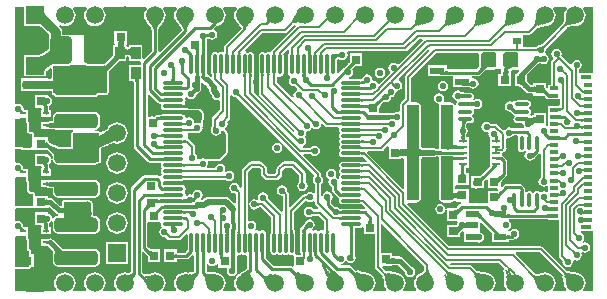
<source format=gtl>
G04 Layer_Physical_Order=1*
G04 Layer_Color=255*
%FSLAX25Y25*%
%MOIN*%
G70*
G01*
G75*
%ADD10C,0.01000*%
%ADD11C,0.01500*%
%ADD12C,0.00800*%
%ADD13C,0.01200*%
%ADD14R,0.03347X0.03937*%
%ADD15R,0.03740X0.01575*%
%ADD16R,0.02559X0.01181*%
%ADD17R,0.03150X0.01181*%
%ADD18R,0.03000X0.03000*%
%ADD19R,0.03000X0.03000*%
G04:AMPARAMS|DCode=20|XSize=43.31mil|YSize=149.61mil|CornerRadius=10.83mil|HoleSize=0mil|Usage=FLASHONLY|Rotation=0.000|XOffset=0mil|YOffset=0mil|HoleType=Round|Shape=RoundedRectangle|*
%AMROUNDEDRECTD20*
21,1,0.04331,0.12795,0,0,0.0*
21,1,0.02165,0.14961,0,0,0.0*
1,1,0.02165,0.01083,-0.06398*
1,1,0.02165,-0.01083,-0.06398*
1,1,0.02165,-0.01083,0.06398*
1,1,0.02165,0.01083,0.06398*
%
%ADD20ROUNDEDRECTD20*%
G04:AMPARAMS|DCode=21|XSize=47.24mil|YSize=145.67mil|CornerRadius=11.81mil|HoleSize=0mil|Usage=FLASHONLY|Rotation=90.000|XOffset=0mil|YOffset=0mil|HoleType=Round|Shape=RoundedRectangle|*
%AMROUNDEDRECTD21*
21,1,0.04724,0.12205,0,0,90.0*
21,1,0.02362,0.14567,0,0,90.0*
1,1,0.02362,0.06102,0.01181*
1,1,0.02362,0.06102,-0.01181*
1,1,0.02362,-0.06102,-0.01181*
1,1,0.02362,-0.06102,0.01181*
%
%ADD21ROUNDEDRECTD21*%
G04:AMPARAMS|DCode=22|XSize=90.55mil|YSize=70.87mil|CornerRadius=8.86mil|HoleSize=0mil|Usage=FLASHONLY|Rotation=90.000|XOffset=0mil|YOffset=0mil|HoleType=Round|Shape=RoundedRectangle|*
%AMROUNDEDRECTD22*
21,1,0.09055,0.05315,0,0,90.0*
21,1,0.07284,0.07087,0,0,90.0*
1,1,0.01772,0.02658,0.03642*
1,1,0.01772,0.02658,-0.03642*
1,1,0.01772,-0.02658,-0.03642*
1,1,0.01772,-0.02658,0.03642*
%
%ADD22ROUNDEDRECTD22*%
G04:AMPARAMS|DCode=23|XSize=50mil|YSize=50mil|CornerRadius=6.25mil|HoleSize=0mil|Usage=FLASHONLY|Rotation=180.000|XOffset=0mil|YOffset=0mil|HoleType=Round|Shape=RoundedRectangle|*
%AMROUNDEDRECTD23*
21,1,0.05000,0.03750,0,0,180.0*
21,1,0.03750,0.05000,0,0,180.0*
1,1,0.01250,-0.01875,0.01875*
1,1,0.01250,0.01875,0.01875*
1,1,0.01250,0.01875,-0.01875*
1,1,0.01250,-0.01875,-0.01875*
%
%ADD23ROUNDEDRECTD23*%
%ADD24R,0.05118X0.02362*%
%ADD25R,0.03543X0.06299*%
%ADD26R,0.01969X0.01102*%
%ADD27R,0.04331X0.02362*%
%ADD28R,0.07441X0.06181*%
%ADD29O,0.01181X0.04724*%
%ADD30R,0.02756X0.00984*%
%ADD31R,0.06496X0.09370*%
%ADD32R,0.06181X0.07441*%
%ADD33O,0.04724X0.01181*%
%ADD34O,0.07087X0.01181*%
%ADD35O,0.01181X0.07087*%
%ADD36R,0.02500X0.02000*%
%ADD37C,0.01100*%
%ADD38C,0.01800*%
%ADD39C,0.02000*%
%ADD40C,0.00700*%
%ADD41C,0.01400*%
%ADD42C,0.02500*%
%ADD43C,0.03500*%
%ADD44C,0.02200*%
%ADD45C,0.04000*%
%ADD46C,0.03000*%
%ADD47R,0.05906X0.05906*%
%ADD48C,0.05906*%
%ADD49R,0.05906X0.05906*%
%ADD50C,0.02200*%
G36*
X59251Y31471D02*
X58230Y31452D01*
X58173Y32452D01*
X58272Y32454D01*
X58444Y32468D01*
X58517Y32481D01*
X58580Y32497D01*
X58635Y32517D01*
X58680Y32540D01*
X58717Y32568D01*
X58745Y32598D01*
X58764Y32632D01*
X59251Y31471D01*
D02*
G37*
G36*
X57077Y32488D02*
X57118Y32481D01*
X57178Y32474D01*
X57471Y32459D01*
X58121Y32452D01*
Y31452D01*
X57054Y31407D01*
Y32497D01*
X57077Y32488D01*
D02*
G37*
G36*
X25810Y31590D02*
X26157Y31357D01*
X26390Y31010D01*
X26484Y30536D01*
Y27776D01*
X26414Y27422D01*
X26420Y27389D01*
X26404Y27359D01*
X26468Y27149D01*
X26511Y26935D01*
X26539Y26916D01*
X26548Y26883D01*
X26866Y26497D01*
X26895Y26481D01*
X26908Y26450D01*
X27100Y26370D01*
Y25250D01*
X17600D01*
Y31471D01*
X17638Y31562D01*
X17729Y31600D01*
X24242D01*
X24242Y31600D01*
X24371Y31600D01*
X24371Y31600D01*
D01*
X24372Y31600D01*
X24490Y31551D01*
X24538D01*
X24564Y31534D01*
X24750Y31571D01*
X24833D01*
X24863Y31564D01*
X24894Y31571D01*
X24939D01*
X24950Y31582D01*
X25400Y31671D01*
X25810Y31590D01*
D02*
G37*
G36*
X166938Y31483D02*
X166930Y31527D01*
X166908Y31567D01*
X166871Y31602D01*
X166819Y31632D01*
X166752Y31657D01*
X166670Y31679D01*
X166573Y31695D01*
X166461Y31706D01*
X166193Y31716D01*
Y32716D01*
X166334Y32718D01*
X166573Y32737D01*
X166670Y32753D01*
X166752Y32774D01*
X166819Y32800D01*
X166871Y32830D01*
X166908Y32865D01*
X166930Y32904D01*
X166938Y32949D01*
Y31483D01*
D02*
G37*
G36*
X4895Y38660D02*
X4944Y38541D01*
Y38412D01*
X5035Y38320D01*
X5085Y38201D01*
X5204Y38151D01*
X5288Y38067D01*
X5328Y37971D01*
Y35165D01*
Y34750D01*
X5446D01*
X5471Y34690D01*
X5563Y34599D01*
X5612Y34480D01*
X5731Y34430D01*
X5823Y34339D01*
X5952D01*
X6071Y34289D01*
X6971D01*
X7062Y34252D01*
X7100Y34160D01*
Y33751D01*
Y30528D01*
Y30253D01*
X6971Y30200D01*
X1200D01*
Y39484D01*
X4895D01*
Y38660D01*
D02*
G37*
G36*
X11502Y32786D02*
X11545Y32674D01*
X11615Y32574D01*
X11714Y32488D01*
X11841Y32416D01*
X11996Y32356D01*
X12180Y32310D01*
X12392Y32276D01*
X12632Y32257D01*
X12900Y32250D01*
Y30750D01*
X12632Y30743D01*
X12392Y30724D01*
X12180Y30690D01*
X11996Y30644D01*
X11841Y30584D01*
X11714Y30512D01*
X11615Y30426D01*
X11545Y30326D01*
X11502Y30214D01*
X11488Y30088D01*
Y32912D01*
X11502Y32786D01*
D02*
G37*
G36*
X50697Y31407D02*
X50674Y31416D01*
X50633Y31423D01*
X50573Y31430D01*
X50280Y31445D01*
X49630Y31452D01*
Y32452D01*
X50697Y32497D01*
Y31407D01*
D02*
G37*
G36*
X47998Y32643D02*
X48028Y32603D01*
X48078Y32568D01*
X48148Y32537D01*
X48238Y32511D01*
X48348Y32490D01*
X48478Y32473D01*
X48798Y32454D01*
X48988Y32452D01*
Y31452D01*
X48796Y31447D01*
X48625Y31432D01*
X48473Y31407D01*
X48342Y31372D01*
X48231Y31327D01*
X48140Y31272D01*
X48068Y31207D01*
X48018Y31132D01*
X47987Y31047D01*
X47976Y30952D01*
X47988Y32688D01*
X47998Y32643D01*
D02*
G37*
G36*
X61991Y33000D02*
X61953Y32997D01*
X61911Y32986D01*
X61865Y32968D01*
X61816Y32943D01*
X61763Y32910D01*
X61706Y32870D01*
X61582Y32767D01*
X61514Y32705D01*
X61443Y32636D01*
X60735Y33343D01*
X60805Y33414D01*
X60970Y33606D01*
X61010Y33663D01*
X61043Y33716D01*
X61068Y33765D01*
X61086Y33811D01*
X61097Y33853D01*
X61100Y33891D01*
X61991Y33000D01*
D02*
G37*
G36*
X163088Y33904D02*
X162952Y33761D01*
X162830Y33618D01*
X162723Y33476D01*
X162630Y33334D01*
X162551Y33193D01*
X162486Y33051D01*
X162435Y32910D01*
X162399Y32770D01*
X162377Y32629D01*
X162369Y32489D01*
X162381Y34704D01*
X162405Y34710D01*
X162439Y34728D01*
X162484Y34759D01*
X162539Y34802D01*
X162766Y35005D01*
X163088Y35318D01*
Y33904D01*
D02*
G37*
G36*
X182164Y34471D02*
X182188Y34441D01*
X182228Y34414D01*
X182284Y34391D01*
X182356Y34371D01*
X182444Y34355D01*
X182548Y34343D01*
X182804Y34329D01*
X182956Y34327D01*
Y33527D01*
X182804Y33525D01*
X182444Y33498D01*
X182356Y33482D01*
X182284Y33463D01*
X182228Y33439D01*
X182188Y33413D01*
X182164Y33382D01*
X182156Y33348D01*
Y34505D01*
X182164Y34471D01*
D02*
G37*
G36*
X61230Y32423D02*
X60359Y31817D01*
X60173Y32994D01*
X60199Y32980D01*
X60230Y32974D01*
X60266Y32978D01*
X60308Y32992D01*
X60354Y33015D01*
X60406Y33047D01*
X60462Y33089D01*
X60524Y33140D01*
X60663Y33270D01*
X61230Y32423D01*
D02*
G37*
G36*
X106046Y32791D02*
X106036Y32760D01*
X106028Y32720D01*
X106021Y32672D01*
X106009Y32548D01*
X106001Y32296D01*
X106000Y32194D01*
X105000Y31912D01*
X104998Y32011D01*
X104985Y32184D01*
X104973Y32259D01*
X104957Y32325D01*
X104938Y32383D01*
X104916Y32433D01*
X104890Y32475D01*
X104861Y32508D01*
X104829Y32533D01*
X106057Y32813D01*
X106046Y32791D01*
D02*
G37*
G36*
X84703Y32926D02*
X84712Y32862D01*
X84729Y32796D01*
X84752Y32731D01*
X84782Y32665D01*
X84819Y32599D01*
X84863Y32532D01*
X84913Y32465D01*
X84971Y32398D01*
X85035Y32331D01*
X84469Y31765D01*
X84402Y31829D01*
X84334Y31887D01*
X84268Y31937D01*
X84201Y31981D01*
X84135Y32018D01*
X84069Y32048D01*
X84004Y32071D01*
X83938Y32088D01*
X83874Y32097D01*
X83809Y32100D01*
X84700Y32991D01*
X84703Y32926D01*
D02*
G37*
G36*
X98757Y32470D02*
X98710Y32514D01*
X98657Y32553D01*
X98599Y32587D01*
X98536Y32617D01*
X98469Y32642D01*
X98396Y32663D01*
X98318Y32679D01*
X98235Y32691D01*
X98147Y32698D01*
X98054Y32700D01*
Y33500D01*
X98147Y33502D01*
X98235Y33509D01*
X98318Y33521D01*
X98396Y33537D01*
X98469Y33558D01*
X98536Y33583D01*
X98599Y33613D01*
X98657Y33647D01*
X98710Y33686D01*
X98757Y33730D01*
Y32470D01*
D02*
G37*
G36*
X147360Y35026D02*
X147395Y34898D01*
X147463Y34786D01*
X147564Y34688D01*
X147698Y34606D01*
X147866Y34538D01*
X148067Y34486D01*
X148092Y34482D01*
X148108Y34485D01*
X148303Y34537D01*
X148468Y34603D01*
X148603Y34684D01*
X148708Y34780D01*
X148784Y34891D01*
X148828Y35016D01*
X148844Y35157D01*
Y34419D01*
X148871Y34418D01*
X148860Y32919D01*
X148844Y32918D01*
Y32181D01*
X148828Y32321D01*
X148784Y32446D01*
X148708Y32557D01*
X148603Y32653D01*
X148468Y32734D01*
X148303Y32800D01*
X148122Y32849D01*
X147955Y32810D01*
X147767Y32749D01*
X147594Y32674D01*
X147436Y32585D01*
X147294Y32484D01*
X147167Y32368D01*
X147055Y32239D01*
X147359Y35168D01*
X147360Y35026D01*
D02*
G37*
G36*
X81690Y31286D02*
X81743Y31247D01*
X81801Y31213D01*
X81863Y31183D01*
X81931Y31157D01*
X82004Y31137D01*
X82082Y31121D01*
X82165Y31109D01*
X82253Y31102D01*
X82346Y31100D01*
Y30300D01*
X82253Y30298D01*
X82165Y30291D01*
X82082Y30279D01*
X82004Y30263D01*
X81931Y30242D01*
X81863Y30217D01*
X81801Y30187D01*
X81743Y30153D01*
X81690Y30114D01*
X81643Y30070D01*
Y31330D01*
X81690Y31286D01*
D02*
G37*
G36*
X57103Y28532D02*
X57164Y28508D01*
X57235Y28486D01*
X57319Y28467D01*
X57413Y28451D01*
X57637Y28428D01*
X57905Y28416D01*
X58057Y28415D01*
Y27615D01*
X57905Y27613D01*
X57413Y27579D01*
X57319Y27563D01*
X57235Y27544D01*
X57164Y27522D01*
X57103Y27498D01*
X57054Y27470D01*
Y28560D01*
X57103Y28532D01*
D02*
G37*
G36*
X100003Y28620D02*
X100046Y28574D01*
X100095Y28533D01*
X100151Y28498D01*
X100213Y28468D01*
X100281Y28443D01*
X100356Y28424D01*
X100437Y28411D01*
X100524Y28403D01*
X100618Y28400D01*
X100411Y27600D01*
X100317Y27598D01*
X100144Y27586D01*
X100065Y27575D01*
X99920Y27544D01*
X99854Y27523D01*
X99794Y27499D01*
X99738Y27473D01*
X99687Y27443D01*
X99967Y28671D01*
X100003Y28620D01*
D02*
G37*
G36*
X116526Y28551D02*
X116567Y28544D01*
X116627Y28537D01*
X116920Y28522D01*
X117570Y28515D01*
Y27515D01*
X116503Y27470D01*
Y28560D01*
X116526Y28551D01*
D02*
G37*
G36*
X108884Y28652D02*
X108918Y28623D01*
X108960Y28598D01*
X109010Y28576D01*
X109069Y28557D01*
X109135Y28542D01*
X109210Y28530D01*
X109277Y28523D01*
X110146Y28560D01*
Y27470D01*
X110123Y27479D01*
X110082Y27486D01*
X110022Y27493D01*
X109729Y27508D01*
X109131Y27514D01*
X109122Y27514D01*
X108745Y27492D01*
X108696Y27484D01*
X108655Y27474D01*
X108623Y27463D01*
X108599Y27451D01*
X108859Y28684D01*
X108884Y28652D01*
D02*
G37*
G36*
X160888Y28405D02*
X160925Y28383D01*
X160970Y28364D01*
X161023Y28347D01*
X161084Y28332D01*
X161152Y28321D01*
X161312Y28305D01*
X161404Y28301D01*
X161504Y28300D01*
Y27300D01*
X161404Y27299D01*
X161152Y27279D01*
X161084Y27268D01*
X161023Y27253D01*
X160970Y27236D01*
X160925Y27217D01*
X160888Y27195D01*
X160859Y27170D01*
Y28430D01*
X160888Y28405D01*
D02*
G37*
G36*
X165103Y27805D02*
X165134Y27720D01*
X165183Y27645D01*
X165253Y27580D01*
X165343Y27525D01*
X165454Y27480D01*
X165584Y27445D01*
X165734Y27420D01*
X165903Y27405D01*
X166094Y27400D01*
Y26400D01*
X165903Y26399D01*
X165253Y26354D01*
X165183Y26337D01*
X165134Y26318D01*
X165103Y26296D01*
X165094Y26271D01*
Y27900D01*
X165103Y27805D01*
D02*
G37*
G36*
X59739Y27337D02*
X59718Y27390D01*
X59689Y27437D01*
X59651Y27479D01*
X59606Y27515D01*
X59552Y27545D01*
X59490Y27571D01*
X59420Y27590D01*
X59342Y27604D01*
X59255Y27612D01*
X59160Y27615D01*
X59261Y28415D01*
X60296Y28447D01*
X59739Y27337D01*
D02*
G37*
G36*
X160799Y27229D02*
X160793Y27242D01*
X160775Y27255D01*
X160746Y27265D01*
X160705Y27274D01*
X160653Y27282D01*
X160513Y27294D01*
X160216Y27300D01*
Y28300D01*
X160327Y28301D01*
X160705Y28326D01*
X160746Y28335D01*
X160775Y28346D01*
X160793Y28358D01*
X160799Y28371D01*
Y27229D01*
D02*
G37*
G36*
X98174Y31874D02*
X98737Y31499D01*
X99400Y31367D01*
X100063Y31499D01*
X100580Y31844D01*
X100796Y31792D01*
X101080Y31655D01*
Y31100D01*
X101158Y30710D01*
X101379Y30379D01*
X102239Y29520D01*
X102031Y29020D01*
X100792D01*
X100780Y29029D01*
X100715Y29020D01*
X100702D01*
X100695Y29023D01*
X100426Y29426D01*
X99863Y29801D01*
X99200Y29933D01*
X98537Y29801D01*
X97974Y29426D01*
X97599Y28863D01*
X97467Y28200D01*
X97599Y27537D01*
X97974Y26974D01*
X98537Y26599D01*
X99200Y26467D01*
X99863Y26599D01*
X100389Y26950D01*
X100422Y26951D01*
X100490Y26980D01*
X102278D01*
X104234Y25024D01*
Y22328D01*
X104026Y22154D01*
X103820Y22076D01*
X103703Y22059D01*
X103285Y22142D01*
X102821Y22050D01*
X102427Y21787D01*
X102175D01*
X101781Y22050D01*
X101316Y22142D01*
X100852Y22050D01*
X100735Y21972D01*
X100164Y22111D01*
X100081Y22235D01*
X100127Y22441D01*
X100626Y22774D01*
X101001Y23337D01*
X101133Y24000D01*
X101001Y24663D01*
X100626Y25226D01*
X100063Y25601D01*
X99400Y25733D01*
X98737Y25601D01*
X98174Y25226D01*
X97799Y24663D01*
X97760Y24470D01*
X97380Y24105D01*
X97349Y24035D01*
X96587Y23273D01*
X96343Y22909D01*
X96258Y22479D01*
X96258Y22479D01*
Y22294D01*
X96230Y22229D01*
X96223Y21591D01*
X96210Y21331D01*
X96208Y21314D01*
X96204Y21295D01*
X96218Y21233D01*
X96185Y21154D01*
X96202Y21113D01*
X96166Y20928D01*
Y15023D01*
X96258Y14558D01*
X96360Y14406D01*
Y13900D01*
X94726D01*
X94458Y14400D01*
X94564Y14558D01*
X94656Y15023D01*
Y20928D01*
X94620Y21113D01*
X94637Y21154D01*
X94588Y21272D01*
X94564Y21393D01*
X94554Y21407D01*
X94540Y21495D01*
X94497Y21564D01*
X94469Y21618D01*
X94444Y21676D01*
X94421Y21739D01*
X94400Y21809D01*
X94383Y21884D01*
X94370Y21958D01*
X94352Y22158D01*
X94349Y22266D01*
X94320Y22334D01*
Y28178D01*
X98031Y31888D01*
X98174Y31874D01*
D02*
G37*
G36*
X149495Y28588D02*
X149306Y28392D01*
X149007Y28036D01*
X148897Y27877D01*
X148813Y27729D01*
X148755Y27594D01*
X148724Y27471D01*
X148719Y27360D01*
X148740Y27261D01*
X148788Y27174D01*
X147574Y28788D01*
X147643Y28722D01*
X147728Y28687D01*
X147829Y28682D01*
X147946Y28707D01*
X148079Y28763D01*
X148229Y28849D01*
X148394Y28965D01*
X148576Y29111D01*
X148988Y29495D01*
X149495Y28588D01*
D02*
G37*
G36*
X46426Y29712D02*
X46348Y29769D01*
X46257Y29797D01*
X46150D01*
X46030Y29769D01*
X45896Y29712D01*
X45747Y29627D01*
X45585Y29514D01*
X45408Y29373D01*
X45012Y29005D01*
X44305Y29712D01*
X44503Y29917D01*
X44814Y30285D01*
X44927Y30447D01*
X45012Y30596D01*
X45069Y30730D01*
X45097Y30850D01*
Y30957D01*
X45069Y31048D01*
X45012Y31126D01*
X46426Y29712D01*
D02*
G37*
G36*
X61897Y29553D02*
X60862Y29384D01*
X60779Y30584D01*
X60881Y30584D01*
X61187Y30603D01*
X61238Y30611D01*
X61278Y30621D01*
X61309Y30633D01*
X61329Y30646D01*
X61339Y30661D01*
X61897Y29553D01*
D02*
G37*
G36*
X164736Y28712D02*
X164090Y27883D01*
X163278Y28485D01*
X163348Y28557D01*
X163459Y28687D01*
X163500Y28745D01*
X163532Y28799D01*
X163555Y28848D01*
X163569Y28892D01*
X163573Y28932D01*
X163568Y28967D01*
X163553Y28997D01*
X164736Y28712D01*
D02*
G37*
G36*
X159730Y28995D02*
X159922Y28830D01*
X159979Y28790D01*
X160032Y28757D01*
X160081Y28732D01*
X160126Y28714D01*
X160169Y28703D01*
X160207Y28700D01*
X159316Y27809D01*
X159312Y27847D01*
X159302Y27889D01*
X159284Y27935D01*
X159258Y27984D01*
X159225Y28037D01*
X159185Y28094D01*
X159083Y28218D01*
X159021Y28286D01*
X158951Y28357D01*
X159658Y29065D01*
X159730Y28995D01*
D02*
G37*
G36*
X178636Y29848D02*
X178666Y29817D01*
X178705Y29790D01*
X178752Y29767D01*
X178807Y29747D01*
X178872Y29731D01*
X178945Y29719D01*
X178984Y29714D01*
X179581Y29753D01*
X179611Y29766D01*
X179621Y29781D01*
Y28624D01*
X179611Y28639D01*
X179581Y28652D01*
X179531Y28664D01*
X179461Y28674D01*
X179261Y28690D01*
X178684Y28701D01*
X178198Y28693D01*
X178615Y29882D01*
X178636Y29848D01*
D02*
G37*
G36*
X107459Y29350D02*
X107592Y29236D01*
X107653Y29191D01*
X107711Y29154D01*
X107765Y29125D01*
X107817Y29103D01*
X107864Y29090D01*
X107909Y29085D01*
X107950Y29087D01*
X107210Y28067D01*
X107202Y28097D01*
X107188Y28131D01*
X107166Y28170D01*
X107137Y28214D01*
X107102Y28262D01*
X107009Y28373D01*
X106889Y28503D01*
X106818Y28575D01*
X107388Y29419D01*
X107459Y29350D01*
D02*
G37*
G36*
X91105Y35298D02*
X91119Y35235D01*
X91139Y35170D01*
X91166Y35106D01*
X91198Y35041D01*
X91238Y34975D01*
X91283Y34909D01*
X91335Y34843D01*
X91393Y34776D01*
X91457Y34709D01*
X90941Y34093D01*
X90874Y34157D01*
X90806Y34214D01*
X90739Y34263D01*
X90673Y34306D01*
X90606Y34340D01*
X90540Y34368D01*
X90475Y34388D01*
X90409Y34400D01*
X90344Y34406D01*
X90280Y34403D01*
X91098Y35362D01*
X91105Y35298D01*
D02*
G37*
G36*
X162457Y43587D02*
X162317Y43565D01*
X162176Y43529D01*
X162035Y43478D01*
X161894Y43413D01*
X161753Y43334D01*
X161611Y43241D01*
X161468Y43134D01*
X161326Y43012D01*
X161183Y42876D01*
X159769D01*
X159859Y42968D01*
X160073Y43217D01*
X160125Y43290D01*
X160168Y43359D01*
X160202Y43422D01*
X160225Y43481D01*
X160240Y43534D01*
X160244Y43583D01*
X162597Y43595D01*
X162457Y43587D01*
D02*
G37*
G36*
X151236Y43585D02*
X151152Y43554D01*
X151076Y43504D01*
X151012Y43433D01*
X150956Y43342D01*
X150911Y43231D01*
X150876Y43099D01*
X150852Y42947D01*
X150837Y42775D01*
X150831Y42583D01*
X149831D01*
X149827Y42775D01*
X149811Y42947D01*
X149786Y43099D01*
X149751Y43231D01*
X149706Y43342D01*
X149652Y43433D01*
X149586Y43504D01*
X149512Y43554D01*
X149426Y43585D01*
X149331Y43595D01*
X151331D01*
X151236Y43585D01*
D02*
G37*
G36*
X57103Y44280D02*
X57164Y44256D01*
X57235Y44234D01*
X57319Y44215D01*
X57413Y44199D01*
X57637Y44176D01*
X57905Y44164D01*
X58057Y44163D01*
Y43363D01*
X57905Y43361D01*
X57413Y43327D01*
X57319Y43311D01*
X57235Y43292D01*
X57164Y43270D01*
X57103Y43246D01*
X57054Y43218D01*
Y44308D01*
X57103Y44280D01*
D02*
G37*
G36*
X11488Y44012D02*
X11940Y43012D01*
X10940D01*
X10935Y43203D01*
X10920Y43374D01*
X10895Y43526D01*
X10860Y43657D01*
X10815Y43768D01*
X10760Y43859D01*
X10695Y43931D01*
X10620Y43982D01*
X10535Y44013D01*
X10440Y44024D01*
X11488Y44012D01*
D02*
G37*
G36*
X57103Y42312D02*
X57164Y42287D01*
X57235Y42265D01*
X57319Y42247D01*
X57413Y42231D01*
X57637Y42208D01*
X57905Y42196D01*
X58057Y42195D01*
Y41394D01*
X57905Y41393D01*
X57413Y41358D01*
X57319Y41342D01*
X57235Y41324D01*
X57164Y41302D01*
X57103Y41277D01*
X57054Y41249D01*
Y42340D01*
X57103Y42312D01*
D02*
G37*
G36*
X3003Y42926D02*
X3012Y42862D01*
X3029Y42796D01*
X3052Y42731D01*
X3082Y42665D01*
X3119Y42599D01*
X3163Y42532D01*
X3213Y42465D01*
X3259Y42412D01*
X3268Y42403D01*
X3556Y42159D01*
X3685Y42069D01*
X3803Y42001D01*
X3911Y41954D01*
X4009Y41928D01*
X4096Y41924D01*
X4173Y41941D01*
X4239Y41980D01*
X3000Y40981D01*
X3049Y41037D01*
X3075Y41105D01*
X3076Y41187D01*
X3054Y41281D01*
X3008Y41387D01*
X2939Y41507D01*
X2845Y41639D01*
X2728Y41784D01*
X2627Y41892D01*
X2568Y41937D01*
X2501Y41981D01*
X2435Y42018D01*
X2369Y42048D01*
X2304Y42071D01*
X2238Y42088D01*
X2174Y42097D01*
X2109Y42100D01*
X3000Y42991D01*
X3003Y42926D01*
D02*
G37*
G36*
X11945Y42802D02*
X11959Y42632D01*
X11983Y42482D01*
X12016Y42352D01*
X12058Y42242D01*
X12110Y42152D01*
X12172Y42082D01*
X12242Y42032D01*
X12323Y42002D01*
X12412Y41992D01*
X10468D01*
X10558Y42002D01*
X10638Y42032D01*
X10709Y42082D01*
X10770Y42152D01*
X10822Y42242D01*
X10865Y42352D01*
X10898Y42482D01*
X10921Y42632D01*
X10935Y42802D01*
X10940Y42992D01*
X11940D01*
X11945Y42802D01*
D02*
G37*
G36*
X116552Y42312D02*
X116612Y42287D01*
X116684Y42265D01*
X116768Y42247D01*
X116862Y42231D01*
X117085Y42208D01*
X117354Y42196D01*
X117506Y42195D01*
Y41394D01*
X117354Y41393D01*
X116862Y41358D01*
X116768Y41342D01*
X116684Y41324D01*
X116612Y41302D01*
X116552Y41277D01*
X116503Y41249D01*
Y42340D01*
X116552Y42312D01*
D02*
G37*
G36*
X50697Y45186D02*
X50674Y45195D01*
X50633Y45203D01*
X50573Y45210D01*
X50280Y45224D01*
X49630Y45232D01*
Y46231D01*
X50697Y46277D01*
Y45186D01*
D02*
G37*
G36*
X146891Y46695D02*
X146965Y46660D01*
X147054Y46630D01*
X147157Y46604D01*
X147274Y46582D01*
X147552Y46550D01*
X147713Y46540D01*
X148078Y46532D01*
X148371Y45531D01*
X148154Y45526D01*
X147964Y45511D01*
X147799Y45487D01*
X147661Y45452D01*
X147549Y45406D01*
X147464Y45351D01*
X147404Y45287D01*
X147371Y45211D01*
X147364Y45127D01*
X147383Y45031D01*
X146831Y46733D01*
X146891Y46695D01*
D02*
G37*
G36*
X13931Y49183D02*
X14237Y48933D01*
X14366Y48854D01*
X14478Y48805D01*
X14574Y48786D01*
X14655Y48798D01*
X14718Y48840D01*
X14766Y48912D01*
X14798Y49014D01*
X14330Y46667D01*
X14344Y46786D01*
X14339Y46909D01*
X14314Y47038D01*
X14271Y47172D01*
X14208Y47311D01*
X14127Y47455D01*
X14027Y47604D01*
X13907Y47758D01*
X13769Y47917D01*
X13611Y48081D01*
X13754Y49353D01*
X13931Y49183D01*
D02*
G37*
G36*
X73474Y66974D02*
X74037Y66599D01*
X74700Y66467D01*
X74907Y66508D01*
X74921Y66495D01*
X74990Y66469D01*
X100878Y40580D01*
X100874Y40026D01*
X100499Y39463D01*
X100367Y38800D01*
X100499Y38137D01*
X100874Y37574D01*
X101050Y37457D01*
X101051Y37438D01*
X101080Y37371D01*
Y34545D01*
X100796Y34408D01*
X100580Y34356D01*
X100063Y34701D01*
X99400Y34833D01*
X98737Y34701D01*
X98174Y34326D01*
X98057Y34150D01*
X98038Y34149D01*
X97971Y34120D01*
X97800D01*
X97410Y34042D01*
X97079Y33821D01*
X92994Y29735D01*
X92494Y29943D01*
Y34126D01*
X92416Y34516D01*
X92195Y34847D01*
X91953Y35089D01*
X91926Y35157D01*
X91909Y35176D01*
X91933Y35300D01*
X91801Y35963D01*
X91426Y36526D01*
X90863Y36901D01*
X90200Y37033D01*
X89537Y36901D01*
X88974Y36526D01*
X88599Y35963D01*
X88467Y35300D01*
X88599Y34637D01*
X88974Y34074D01*
X89537Y33699D01*
X90200Y33567D01*
X90454Y33358D01*
Y28495D01*
X89954Y28288D01*
X85532Y32710D01*
X85505Y32779D01*
X85492Y32792D01*
X85533Y33000D01*
X85401Y33663D01*
X85026Y34226D01*
X84463Y34601D01*
X83800Y34733D01*
X83137Y34601D01*
X82574Y34226D01*
X82199Y33663D01*
X82067Y33000D01*
X82151Y32577D01*
X81701Y32276D01*
X81663Y32301D01*
X81000Y32433D01*
X80337Y32301D01*
X79774Y31926D01*
X79399Y31363D01*
X79267Y30700D01*
X79399Y30037D01*
X79774Y29474D01*
X80337Y29099D01*
X81000Y28967D01*
X81663Y29099D01*
X82226Y29474D01*
X82343Y29650D01*
X82362Y29651D01*
X82429Y29680D01*
X83178D01*
X86517Y26341D01*
Y22233D01*
X86488Y22163D01*
X86486Y22023D01*
X86476Y21784D01*
X86457Y21601D01*
X86447Y21544D01*
X86438Y21502D01*
X86432Y21484D01*
X86426Y21472D01*
X86425Y21465D01*
X86418Y21448D01*
X86418Y21411D01*
X86416Y21394D01*
X86415Y21393D01*
X86392Y21272D01*
X86343Y21154D01*
X86360Y21113D01*
X86323Y20928D01*
Y15023D01*
X86415Y14558D01*
X86679Y14164D01*
X87072Y13901D01*
X87537Y13809D01*
X88002Y13901D01*
X88395Y14164D01*
X88647D01*
X89041Y13901D01*
X89505Y13809D01*
X89970Y13901D01*
X90364Y14164D01*
X90616D01*
X91009Y13901D01*
X91474Y13809D01*
X91939Y13901D01*
X92332Y14164D01*
X92584D01*
X92978Y13901D01*
X93442Y13809D01*
X93700Y13860D01*
X94139Y13581D01*
X94200Y13496D01*
Y10193D01*
X93859Y10010D01*
X93700Y9973D01*
X93376Y10189D01*
X92947Y10274D01*
X92947Y10274D01*
X87412D01*
X84722Y12965D01*
Y13657D01*
X84749Y13723D01*
X84756Y14361D01*
X84770Y14620D01*
X84772Y14638D01*
X84775Y14657D01*
X84762Y14718D01*
X84794Y14797D01*
X84777Y14839D01*
X84814Y15023D01*
Y20928D01*
X84721Y21393D01*
X84458Y21787D01*
X84065Y22050D01*
X83600Y22142D01*
X83135Y22050D01*
X82742Y21787D01*
X82490D01*
X82096Y22050D01*
X81631Y22142D01*
X81524Y22121D01*
X81224Y22571D01*
X81401Y22837D01*
X81533Y23500D01*
X81401Y24163D01*
X81026Y24726D01*
X80463Y25101D01*
X79800Y25233D01*
X79220Y25118D01*
X78720Y25372D01*
Y41378D01*
X80322Y42980D01*
X82478D01*
X83080Y42378D01*
Y40900D01*
X83158Y40510D01*
X83379Y40179D01*
X84579Y38979D01*
X84910Y38758D01*
X85300Y38680D01*
X88100D01*
X88490Y38758D01*
X88821Y38979D01*
X90040Y40199D01*
X90262Y40529D01*
X90339Y40920D01*
Y41997D01*
X91322Y42980D01*
X93578D01*
X95980Y40578D01*
Y38163D01*
X95774Y38026D01*
X95399Y37463D01*
X95267Y36800D01*
X95399Y36137D01*
X95774Y35574D01*
X96337Y35199D01*
X97000Y35067D01*
X97663Y35199D01*
X98226Y35574D01*
X98601Y36137D01*
X98733Y36800D01*
X98601Y37463D01*
X98226Y38026D01*
X98020Y38163D01*
Y41000D01*
X97942Y41390D01*
X97721Y41721D01*
X94721Y44721D01*
X94390Y44942D01*
X94000Y45020D01*
X90900D01*
X90510Y44942D01*
X90179Y44721D01*
X88599Y43141D01*
X88378Y42810D01*
X88300Y42420D01*
Y41342D01*
X87678Y40720D01*
X85722D01*
X85120Y41322D01*
Y42800D01*
X85042Y43190D01*
X84821Y43521D01*
X83621Y44721D01*
X83290Y44942D01*
X82900Y45020D01*
X79900D01*
X79510Y44942D01*
X79179Y44721D01*
X76979Y42521D01*
X76758Y42190D01*
X76680Y41800D01*
Y36351D01*
X76180Y36094D01*
X76052Y36186D01*
X76026Y36239D01*
X75901Y36863D01*
X75526Y37426D01*
X74963Y37801D01*
X74300Y37933D01*
X73637Y37801D01*
X73074Y37426D01*
X72699Y36863D01*
X72567Y36200D01*
X72699Y35537D01*
X73074Y34974D01*
X73637Y34599D01*
X74300Y34467D01*
X74364Y34479D01*
X74780Y34135D01*
Y31198D01*
X74318Y31007D01*
X72672Y32653D01*
X72143Y33007D01*
X71874Y33061D01*
X71663Y33201D01*
X71000Y33333D01*
X70337Y33201D01*
X70232Y33131D01*
X65400D01*
X64776Y33007D01*
X64652Y32924D01*
X64537Y32901D01*
X63974Y32526D01*
X63684Y32091D01*
X63628Y32035D01*
X63147Y32086D01*
X63012Y32531D01*
X63226Y32674D01*
X63601Y33237D01*
X63733Y33900D01*
X63601Y34563D01*
X63226Y35126D01*
X62663Y35501D01*
X62000Y35633D01*
X61337Y35501D01*
X60774Y35126D01*
X60399Y34563D01*
X60357Y34354D01*
X60263Y33901D01*
X59600Y34033D01*
X58937Y33901D01*
X58489Y33602D01*
X58067Y33813D01*
X58028Y33850D01*
X58042Y33920D01*
X57950Y34385D01*
X57848Y34537D01*
X57728Y34905D01*
X57848Y35272D01*
X57950Y35425D01*
X58042Y35889D01*
X57950Y36353D01*
X57687Y36747D01*
X57293Y37010D01*
X56828Y37103D01*
X50923D01*
X50789Y37076D01*
X50354Y37450D01*
Y38219D01*
X50787Y38616D01*
X50843Y38628D01*
X50923Y38612D01*
X56828D01*
X57013Y38649D01*
X57054Y38632D01*
X57172Y38680D01*
X57293Y38704D01*
X57294Y38705D01*
X57311Y38707D01*
X57348Y38707D01*
X57365Y38714D01*
X57372Y38715D01*
X57384Y38721D01*
X57402Y38727D01*
X57445Y38736D01*
X57490Y38744D01*
X57931Y38775D01*
X58063Y38777D01*
X58133Y38806D01*
X71415D01*
X71420Y38802D01*
X71457Y38806D01*
X71520D01*
X71587Y38777D01*
X71673Y38775D01*
X71937Y38599D01*
X72600Y38467D01*
X73263Y38599D01*
X73826Y38974D01*
X74201Y39537D01*
X74333Y40200D01*
X74201Y40863D01*
X73826Y41426D01*
X73263Y41801D01*
X72600Y41933D01*
X71937Y41801D01*
X71531Y41530D01*
X71171Y41891D01*
X71201Y41937D01*
X71333Y42600D01*
X71201Y43263D01*
X70826Y43826D01*
X70263Y44201D01*
X69600Y44333D01*
X68937Y44201D01*
X68374Y43826D01*
X67999Y43263D01*
X67909Y42814D01*
X65353D01*
X65086Y43314D01*
X65301Y43637D01*
X65433Y44300D01*
X65358Y44680D01*
X65449Y44952D01*
X65640Y45179D01*
X65719Y45229D01*
X65774D01*
X65837Y45255D01*
X65837Y45255D01*
X65911D01*
X65911Y45255D01*
X69234D01*
X69353Y45305D01*
X69482D01*
X69703Y45396D01*
X69794Y45487D01*
X69914Y45537D01*
X69995Y45619D01*
X69995Y45619D01*
X69995Y45619D01*
X71776Y47400D01*
X71776Y47400D01*
X71868Y47491D01*
X71917Y47611D01*
X72009Y47702D01*
X72100Y47923D01*
Y48052D01*
X72149Y48171D01*
Y48300D01*
X72149Y48300D01*
Y54171D01*
X72109Y54270D01*
X72116Y54376D01*
X72057Y54444D01*
X72040Y54532D01*
X71777Y54924D01*
X71722Y54960D01*
X71697Y55021D01*
X71153Y55565D01*
X71153Y55565D01*
X71202Y56151D01*
X71209Y56163D01*
X71526Y56374D01*
X71901Y56937D01*
X72033Y57600D01*
X71902Y58260D01*
X72621Y58979D01*
X72842Y59310D01*
X72920Y59700D01*
Y66905D01*
X73420Y67056D01*
X73474Y66974D01*
D02*
G37*
G36*
X63482Y43427D02*
X62438Y43363D01*
X62270Y44163D01*
X62366Y44166D01*
X62453Y44173D01*
X62530Y44186D01*
X62598Y44204D01*
X62656Y44228D01*
X62705Y44256D01*
X62745Y44290D01*
X62775Y44329D01*
X62797Y44373D01*
X62808Y44422D01*
X63482Y43427D01*
D02*
G37*
G36*
X116552Y44280D02*
X116612Y44256D01*
X116684Y44234D01*
X116768Y44215D01*
X116862Y44199D01*
X117085Y44176D01*
X117354Y44164D01*
X117506Y44163D01*
Y43363D01*
X117354Y43361D01*
X116862Y43327D01*
X116768Y43311D01*
X116684Y43292D01*
X116612Y43270D01*
X116552Y43246D01*
X116503Y43218D01*
Y44308D01*
X116552Y44280D01*
D02*
G37*
G36*
X29100Y45300D02*
Y45000D01*
X20600D01*
Y54400D01*
X29100D01*
Y45300D01*
D02*
G37*
G36*
X10857Y44870D02*
X10828Y44895D01*
X10791Y44917D01*
X10746Y44936D01*
X10693Y44953D01*
X10632Y44967D01*
X10564Y44979D01*
X10403Y44995D01*
X10311Y44999D01*
X10212Y45000D01*
Y46000D01*
X10311Y46001D01*
X10564Y46021D01*
X10632Y46033D01*
X10693Y46047D01*
X10746Y46064D01*
X10791Y46083D01*
X10828Y46105D01*
X10857Y46130D01*
Y44870D01*
D02*
G37*
G36*
X150837Y41464D02*
X150852Y41292D01*
X150876Y41140D01*
X150911Y41009D01*
X150956Y40898D01*
X151012Y40806D01*
X151076Y40736D01*
X151152Y40685D01*
X151236Y40655D01*
X151331Y40644D01*
X149331D01*
X149426Y40655D01*
X149512Y40685D01*
X149586Y40736D01*
X149652Y40806D01*
X149706Y40898D01*
X149751Y41009D01*
X149786Y41140D01*
X149811Y41292D01*
X149827Y41464D01*
X149831Y41657D01*
X150831D01*
X150837Y41464D01*
D02*
G37*
G36*
X116552Y38375D02*
X116612Y38350D01*
X116684Y38328D01*
X116768Y38310D01*
X116862Y38294D01*
X117085Y38271D01*
X117354Y38259D01*
X117506Y38258D01*
Y37457D01*
X117354Y37456D01*
X116862Y37421D01*
X116768Y37405D01*
X116684Y37386D01*
X116612Y37365D01*
X116552Y37340D01*
X116503Y37312D01*
Y38403D01*
X116552Y38375D01*
D02*
G37*
G36*
X108300Y36854D02*
X107300Y36766D01*
X107298Y36865D01*
X107284Y37036D01*
X107271Y37108D01*
X107255Y37170D01*
X107236Y37224D01*
X107212Y37268D01*
X107186Y37303D01*
X107155Y37328D01*
X107121Y37344D01*
X108244Y37886D01*
X108300Y36854D01*
D02*
G37*
G36*
X156439Y38132D02*
X155757Y37426D01*
X155191Y38552D01*
X155231Y38543D01*
X155274Y38543D01*
X155321Y38552D01*
X155371Y38569D01*
X155424Y38595D01*
X155482Y38629D01*
X155542Y38672D01*
X155607Y38724D01*
X155746Y38853D01*
X156439Y38132D01*
D02*
G37*
G36*
X102686Y38110D02*
X102647Y38057D01*
X102613Y37999D01*
X102583Y37936D01*
X102558Y37869D01*
X102537Y37796D01*
X102521Y37718D01*
X102509Y37635D01*
X102502Y37547D01*
X102500Y37454D01*
X101700D01*
X101698Y37547D01*
X101691Y37635D01*
X101679Y37718D01*
X101663Y37796D01*
X101643Y37869D01*
X101617Y37936D01*
X101587Y37999D01*
X101553Y38057D01*
X101514Y38110D01*
X101470Y38157D01*
X102730D01*
X102686Y38110D01*
D02*
G37*
G36*
X75203Y36126D02*
X75212Y36061D01*
X75229Y35996D01*
X75252Y35931D01*
X75282Y35865D01*
X75319Y35799D01*
X75363Y35732D01*
X75413Y35666D01*
X75471Y35598D01*
X75535Y35531D01*
X74969Y34965D01*
X74902Y35029D01*
X74835Y35087D01*
X74768Y35137D01*
X74701Y35181D01*
X74635Y35218D01*
X74569Y35248D01*
X74504Y35271D01*
X74439Y35288D01*
X74374Y35297D01*
X74309Y35300D01*
X75200Y36191D01*
X75203Y36126D01*
D02*
G37*
G36*
X170620Y34113D02*
X169530D01*
X169538Y34136D01*
X169546Y34177D01*
X169553Y34238D01*
X169568Y34530D01*
X169575Y35181D01*
X170575D01*
X170620Y34113D01*
D02*
G37*
G36*
X125800Y49851D02*
Y45900D01*
X129218D01*
X129251Y45877D01*
X129322Y45890D01*
X129388Y45863D01*
X129478Y45900D01*
X130000D01*
Y46234D01*
X130045Y46247D01*
X130198Y46278D01*
X130585Y46309D01*
X131002Y45841D01*
X130993Y45798D01*
Y36182D01*
X130531Y35991D01*
X118541Y47980D01*
X118748Y48480D01*
X123300D01*
X123690Y48558D01*
X124021Y48779D01*
X125300Y50058D01*
X125800Y49851D01*
D02*
G37*
G36*
X116552Y36406D02*
X116612Y36382D01*
X116684Y36360D01*
X116768Y36341D01*
X116862Y36325D01*
X117085Y36302D01*
X117354Y36290D01*
X117506Y36289D01*
Y35489D01*
X117354Y35487D01*
X116862Y35453D01*
X116768Y35437D01*
X116684Y35418D01*
X116612Y35396D01*
X116552Y35372D01*
X116503Y35344D01*
Y36434D01*
X116552Y36406D01*
D02*
G37*
G36*
X163127Y39156D02*
X162950Y38973D01*
X162666Y38633D01*
X162559Y38478D01*
X162476Y38332D01*
X162415Y38195D01*
X162378Y38068D01*
X162365Y37950D01*
X162374Y37841D01*
X162408Y37742D01*
X161505Y39645D01*
X161560Y39567D01*
X161633Y39522D01*
X161726Y39511D01*
X161839Y39533D01*
X161971Y39588D01*
X162122Y39677D01*
X162292Y39799D01*
X162482Y39954D01*
X162919Y40364D01*
X163127Y39156D01*
D02*
G37*
G36*
X102502Y40053D02*
X102509Y39965D01*
X102521Y39882D01*
X102537Y39804D01*
X102558Y39731D01*
X102583Y39663D01*
X102613Y39601D01*
X102647Y39543D01*
X102686Y39490D01*
X102730Y39443D01*
X101470D01*
X101514Y39490D01*
X101553Y39543D01*
X101587Y39601D01*
X101617Y39663D01*
X101643Y39731D01*
X101663Y39804D01*
X101679Y39882D01*
X101691Y39965D01*
X101698Y40053D01*
X101700Y40146D01*
X102500D01*
X102502Y40053D01*
D02*
G37*
G36*
X150833Y40357D02*
X150852Y40105D01*
X150864Y40036D01*
X150878Y39976D01*
X150895Y39923D01*
X150915Y39878D01*
X150937Y39841D01*
X150961Y39811D01*
X149701D01*
X149726Y39841D01*
X149748Y39878D01*
X149768Y39923D01*
X149785Y39976D01*
X149799Y40036D01*
X149811Y40105D01*
X149826Y40265D01*
X149830Y40357D01*
X149831Y40457D01*
X150831D01*
X150833Y40357D01*
D02*
G37*
G36*
X157627Y39320D02*
X157442Y39128D01*
X157149Y38779D01*
X157040Y38621D01*
X156955Y38474D01*
X156896Y38339D01*
X156861Y38214D01*
X156852Y38100D01*
X156867Y37997D01*
X156907Y37905D01*
X155842Y39645D01*
X155904Y39574D01*
X155983Y39535D01*
X156080Y39528D01*
X156195Y39553D01*
X156328Y39609D01*
X156478Y39696D01*
X156646Y39816D01*
X156832Y39967D01*
X157256Y40364D01*
X157627Y39320D01*
D02*
G37*
G36*
X57103Y40343D02*
X57164Y40319D01*
X57235Y40297D01*
X57319Y40278D01*
X57413Y40262D01*
X57637Y40239D01*
X57905Y40227D01*
X58057Y40226D01*
Y39426D01*
X57905Y39424D01*
X57413Y39390D01*
X57319Y39374D01*
X57235Y39355D01*
X57164Y39333D01*
X57103Y39309D01*
X57054Y39281D01*
Y40371D01*
X57103Y40343D01*
D02*
G37*
G36*
X177802Y39553D02*
X177809Y39465D01*
X177821Y39382D01*
X177837Y39304D01*
X177857Y39231D01*
X177883Y39164D01*
X177913Y39101D01*
X177947Y39043D01*
X177986Y38990D01*
X178030Y38943D01*
X176770D01*
X176814Y38990D01*
X176853Y39043D01*
X176887Y39101D01*
X176917Y39164D01*
X176943Y39231D01*
X176963Y39304D01*
X176979Y39382D01*
X176991Y39465D01*
X176998Y39553D01*
X177000Y39646D01*
X177800D01*
X177802Y39553D01*
D02*
G37*
G36*
X72269Y39363D02*
X72234Y39375D01*
X72192Y39386D01*
X72142Y39395D01*
X72022Y39410D01*
X71875Y39420D01*
X71601Y39426D01*
X71160Y40226D01*
X71255Y40229D01*
X71342Y40237D01*
X71420Y40251D01*
X71491Y40271D01*
X71555Y40296D01*
X71610Y40327D01*
X71658Y40363D01*
X71697Y40405D01*
X71729Y40453D01*
X71754Y40506D01*
X72269Y39363D01*
D02*
G37*
G36*
X116552Y40343D02*
X116612Y40319D01*
X116684Y40297D01*
X116768Y40278D01*
X116862Y40262D01*
X117085Y40239D01*
X117354Y40227D01*
X117506Y40226D01*
Y39426D01*
X117354Y39424D01*
X116862Y39390D01*
X116768Y39374D01*
X116684Y39355D01*
X116612Y39333D01*
X116552Y39309D01*
X116503Y39281D01*
Y40371D01*
X116552Y40343D01*
D02*
G37*
G36*
X179621Y26262D02*
X179611Y26288D01*
X179581Y26311D01*
X179531Y26332D01*
X179461Y26350D01*
X179371Y26365D01*
X179261Y26378D01*
X178981Y26395D01*
X178621Y26400D01*
Y27400D01*
X179621Y27419D01*
Y26262D01*
D02*
G37*
G36*
X108665Y13444D02*
X108847Y13289D01*
X108897Y13256D01*
X108940Y13232D01*
X108978Y13217D01*
X109010Y13212D01*
X109037Y13216D01*
X109057Y13230D01*
X108974Y12068D01*
X108065Y12628D01*
X108593Y13514D01*
X108665Y13444D01*
D02*
G37*
G36*
X184798Y12671D02*
X184865Y12613D01*
X184932Y12563D01*
X184999Y12519D01*
X185065Y12482D01*
X185131Y12452D01*
X185196Y12429D01*
X185261Y12412D01*
X185326Y12403D01*
X185391Y12400D01*
X184500Y11509D01*
X184497Y11574D01*
X184488Y11638D01*
X184471Y11704D01*
X184448Y11769D01*
X184418Y11835D01*
X184381Y11901D01*
X184337Y11968D01*
X184287Y12034D01*
X184229Y12102D01*
X184165Y12169D01*
X184731Y12735D01*
X184798Y12671D01*
D02*
G37*
G36*
X45645Y15569D02*
X46050Y15220D01*
X46222Y15097D01*
X46373Y15008D01*
X46505Y14953D01*
X46615Y14932D01*
X46706Y14946D01*
X46776Y14994D01*
X46826Y15076D01*
X46024Y13074D01*
X46053Y13177D01*
X46059Y13289D01*
X46043Y13409D01*
X46004Y13538D01*
X45944Y13676D01*
X45861Y13821D01*
X45755Y13975D01*
X45627Y14138D01*
X45477Y14309D01*
X45305Y14488D01*
X45412Y15795D01*
X45645Y15569D01*
D02*
G37*
G36*
X54486Y14405D02*
X54517Y14320D01*
X54567Y14245D01*
X54638Y14180D01*
X54729Y14125D01*
X54840Y14080D01*
X54972Y14045D01*
X55124Y14020D01*
X55296Y14005D01*
X55488Y14000D01*
Y13000D01*
X55296Y12995D01*
X55124Y12980D01*
X54972Y12955D01*
X54840Y12920D01*
X54729Y12875D01*
X54638Y12820D01*
X54567Y12755D01*
X54517Y12680D01*
X54486Y12595D01*
X54476Y12500D01*
Y14500D01*
X54486Y14405D01*
D02*
G37*
G36*
X4895Y19167D02*
Y19160D01*
X4944Y19041D01*
Y18912D01*
X5035Y18820D01*
X5085Y18701D01*
X5204Y18651D01*
X5288Y18567D01*
X5328Y18471D01*
X5328Y18471D01*
X5328Y18471D01*
Y15826D01*
Y15250D01*
X5705D01*
X5729Y15226D01*
X5762Y15213D01*
X5800Y15121D01*
Y14100D01*
Y10029D01*
X5762Y9938D01*
X5671Y9900D01*
X1200D01*
Y19984D01*
X4895D01*
Y19167D01*
D02*
G37*
G36*
X74308Y8796D02*
X73120Y9216D01*
X73135Y9228D01*
X73149Y9251D01*
X73161Y9283D01*
X73171Y9325D01*
X73180Y9378D01*
X73193Y9512D01*
X73199Y9686D01*
X73200Y9788D01*
X74400D01*
X74308Y8796D01*
D02*
G37*
G36*
X117400Y22795D02*
Y20700D01*
X121080D01*
Y9900D01*
X121158Y9510D01*
X121379Y9179D01*
X123557Y7001D01*
X123575Y6944D01*
X123667Y6836D01*
X123699Y6783D01*
X123697Y6698D01*
X123672Y6573D01*
X123686Y6304D01*
X123687D01*
X124086Y5339D01*
X124172Y4714D01*
X124205Y4269D01*
X124262Y4157D01*
X124339Y3573D01*
X124697Y2708D01*
X125010Y2300D01*
X124763Y1800D01*
X120837D01*
X120590Y2300D01*
X120903Y2708D01*
X121261Y3573D01*
X121383Y4500D01*
X121261Y5427D01*
X120903Y6292D01*
X120334Y7034D01*
X119592Y7603D01*
X118727Y7961D01*
X117800Y8083D01*
X117384Y8029D01*
X117261Y8062D01*
X117098Y8040D01*
X116908Y8186D01*
X115588Y8733D01*
X115577Y8690D01*
X115292Y8746D01*
X114862Y8661D01*
X114720Y8566D01*
X113193Y10093D01*
X112829Y10336D01*
X112400Y10422D01*
X112400Y10422D01*
X110025D01*
X109976Y10922D01*
X110363Y10999D01*
X110926Y11374D01*
X111150Y11710D01*
X111733Y11737D01*
X111774Y11674D01*
X112337Y11299D01*
X113000Y11167D01*
X113663Y11299D01*
X114226Y11674D01*
X114601Y12237D01*
X114733Y12900D01*
X114601Y13563D01*
X114446Y13796D01*
Y22409D01*
X114474Y22471D01*
X114478Y22644D01*
X114489Y22771D01*
X114505Y22864D01*
X116277D01*
X116742Y22956D01*
X116900Y23062D01*
X117400Y22795D01*
D02*
G37*
G36*
X126392Y13358D02*
X126438Y13230D01*
X126514Y13117D01*
X126620Y13020D01*
X126756Y12937D01*
X126922Y12870D01*
X127118Y12818D01*
X127345Y12780D01*
X127601Y12757D01*
X127888Y12750D01*
Y11250D01*
X127603Y11247D01*
X126928Y11196D01*
X126763Y11165D01*
X126628Y11128D01*
X126523Y11084D01*
X126448Y11034D01*
X126403Y10976D01*
X126388Y10912D01*
X126376Y13500D01*
X126392Y13358D01*
D02*
G37*
G36*
X82168Y14774D02*
X82160Y14733D01*
X82153Y14673D01*
X82139Y14380D01*
X82131Y13730D01*
X81132D01*
X81086Y14797D01*
X82177D01*
X82168Y14774D01*
D02*
G37*
G36*
X80199D02*
X80192Y14733D01*
X80185Y14673D01*
X80170Y14380D01*
X80163Y13730D01*
X79163D01*
X79118Y14797D01*
X80208D01*
X80199Y14774D01*
D02*
G37*
G36*
X60204Y14478D02*
X60145Y14461D01*
X60078Y14431D01*
X60002Y14388D01*
X59918Y14333D01*
X59826Y14264D01*
X59616Y14090D01*
X59373Y13864D01*
X59239Y13732D01*
X58681Y14588D01*
X58861Y14775D01*
X59149Y15118D01*
X59256Y15275D01*
X59340Y15421D01*
X59400Y15558D01*
X59436Y15684D01*
X59448Y15800D01*
X59436Y15906D01*
X59400Y16002D01*
X60204Y14478D01*
D02*
G37*
G36*
X84136Y14774D02*
X84129Y14733D01*
X84122Y14673D01*
X84107Y14380D01*
X84100Y13730D01*
X83100D01*
X83055Y14797D01*
X84145D01*
X84136Y14774D01*
D02*
G37*
G36*
X187798Y14871D02*
X187865Y14813D01*
X187932Y14763D01*
X187999Y14719D01*
X188065Y14682D01*
X188131Y14652D01*
X188196Y14629D01*
X188261Y14612D01*
X188326Y14603D01*
X188391Y14600D01*
X187500Y13709D01*
X187497Y13774D01*
X187488Y13838D01*
X187471Y13904D01*
X187448Y13969D01*
X187418Y14035D01*
X187381Y14101D01*
X187337Y14168D01*
X187287Y14234D01*
X187229Y14302D01*
X187165Y14369D01*
X187731Y14935D01*
X187798Y14871D01*
D02*
G37*
G36*
X70357Y14774D02*
X70349Y14733D01*
X70342Y14673D01*
X70328Y14380D01*
X70324Y14052D01*
X70325Y13998D01*
X70341Y13828D01*
X70366Y13678D01*
X70401Y13548D01*
X70446Y13438D01*
X70500Y13348D01*
X70565Y13278D01*
X70640Y13228D01*
X70726Y13198D01*
X70820Y13188D01*
X69612D01*
X69557Y13198D01*
X69507Y13228D01*
X69463Y13278D01*
X69425Y13348D01*
X69393Y13438D01*
X69367Y13548D01*
X69347Y13678D01*
X69342Y13730D01*
X69320D01*
X69275Y14797D01*
X70365D01*
X70357Y14774D01*
D02*
G37*
G36*
X64451D02*
X64444Y14733D01*
X64437Y14673D01*
X64422Y14380D01*
X64415Y13730D01*
X63415D01*
X63370Y14797D01*
X64460D01*
X64451Y14774D01*
D02*
G37*
G36*
X62483D02*
X62475Y14733D01*
X62468Y14673D01*
X62454Y14380D01*
X62446Y13730D01*
X61446D01*
X61401Y14797D01*
X62491D01*
X62483Y14774D01*
D02*
G37*
G36*
X61722Y7015D02*
X61598Y6872D01*
X61480Y6694D01*
X61367Y6482D01*
X61258Y6235D01*
X61155Y5954D01*
X60964Y5289D01*
X60876Y4905D01*
X60716Y4034D01*
X58324Y7406D01*
X58714Y7345D01*
X59080Y7307D01*
X59422Y7293D01*
X59740Y7302D01*
X60033Y7334D01*
X60303Y7389D01*
X60547Y7468D01*
X60768Y7570D01*
X60965Y7696D01*
X61137Y7844D01*
X61722Y7015D01*
D02*
G37*
G36*
X64787Y7843D02*
X64981Y7718D01*
X65202Y7613D01*
X65450Y7528D01*
X65723Y7463D01*
X66023Y7418D01*
X66350Y7392D01*
X66703Y7387D01*
X67082Y7402D01*
X67488Y7436D01*
X64858Y4247D01*
X64814Y4688D01*
X64623Y5818D01*
X64540Y6131D01*
X64448Y6411D01*
X64345Y6660D01*
X64233Y6876D01*
X64112Y7060D01*
X63981Y7212D01*
X64619Y7989D01*
X64787Y7843D01*
D02*
G37*
G36*
X114685Y7746D02*
X114881Y7621D01*
X115102Y7518D01*
X115347Y7437D01*
X115618Y7378D01*
X115914Y7342D01*
X116235Y7327D01*
X116580Y7335D01*
X116951Y7365D01*
X117347Y7418D01*
X114874Y4105D01*
X114808Y4554D01*
X114569Y5699D01*
X114476Y6013D01*
X114376Y6294D01*
X114270Y6542D01*
X114157Y6756D01*
X114037Y6936D01*
X113911Y7082D01*
X114514Y7893D01*
X114685Y7746D01*
D02*
G37*
G36*
X94893Y7937D02*
X95086Y7812D01*
X95307Y7705D01*
X95555Y7615D01*
X95831Y7543D01*
X96135Y7489D01*
X96467Y7452D01*
X96826Y7433D01*
X97629Y7448D01*
X94849Y4388D01*
X94826Y4821D01*
X94742Y5595D01*
X94682Y5935D01*
X94608Y6246D01*
X94523Y6525D01*
X94425Y6774D01*
X94314Y6993D01*
X94191Y7180D01*
X94056Y7337D01*
X94728Y8079D01*
X94893Y7937D01*
D02*
G37*
G36*
X124754Y7836D02*
X124943Y7721D01*
X125162Y7623D01*
X125412Y7544D01*
X125692Y7482D01*
X126004Y7438D01*
X126347Y7413D01*
X126720Y7405D01*
X127558Y7443D01*
X124853Y4317D01*
X124818Y4782D01*
X124656Y5963D01*
X124583Y6285D01*
X124500Y6572D01*
X124407Y6823D01*
X124305Y7039D01*
X124193Y7218D01*
X124072Y7362D01*
X124596Y7969D01*
X124754Y7836D01*
D02*
G37*
G36*
X183681Y7177D02*
X183700Y7119D01*
X183717Y7099D01*
X183715Y7095D01*
X183637Y6704D01*
X183689Y6445D01*
X183650Y6435D01*
X183967Y5668D01*
X183976Y5475D01*
X183972Y5454D01*
X183990Y5186D01*
X183990D01*
X184197Y4685D01*
X184198Y4526D01*
X184220Y4474D01*
X184339Y3573D01*
X184697Y2708D01*
X185010Y2300D01*
X184763Y1800D01*
X180837D01*
X180590Y2300D01*
X180903Y2708D01*
X181261Y3573D01*
X181383Y4500D01*
X181261Y5427D01*
X180903Y6292D01*
X180334Y7034D01*
X179592Y7603D01*
X178727Y7961D01*
X177800Y8083D01*
X176873Y7961D01*
X176604Y7850D01*
X176489Y7855D01*
X176147Y7730D01*
X175850Y7642D01*
X175581Y7583D01*
X175343Y7552D01*
X175137Y7546D01*
X174963Y7562D01*
X174819Y7595D01*
X174700Y7642D01*
X174597Y7703D01*
X174466Y7815D01*
X174408Y7834D01*
X168061Y14180D01*
X168269Y14680D01*
X176178D01*
X183681Y7177D01*
D02*
G37*
G36*
X164284Y9574D02*
X164267Y9398D01*
X164046Y9067D01*
X163968Y8677D01*
X163984Y8595D01*
X163990Y8596D01*
X164079Y7691D01*
X164232Y7187D01*
X164202Y7142D01*
X164124Y6752D01*
X164140Y6670D01*
X164146Y6671D01*
X164213Y5988D01*
X164365Y5490D01*
X164339Y5427D01*
X164217Y4500D01*
X164339Y3573D01*
X164697Y2708D01*
X165010Y2300D01*
X164763Y1800D01*
X160837D01*
X160590Y2300D01*
X160903Y2708D01*
X161261Y3573D01*
X161383Y4500D01*
X161261Y5427D01*
X160903Y6292D01*
X160334Y7034D01*
X159592Y7603D01*
X158727Y7961D01*
X157826Y8080D01*
X157774Y8102D01*
X157615Y8103D01*
X157115Y8310D01*
Y8310D01*
X156846Y8328D01*
X156825Y8324D01*
X156632Y8333D01*
X155865Y8651D01*
X155855Y8611D01*
X155596Y8663D01*
X155205Y8585D01*
X155201Y8583D01*
X155181Y8600D01*
X155123Y8619D01*
X153421Y10321D01*
X153090Y10542D01*
X152700Y10620D01*
X146378D01*
X146258Y10780D01*
X146509Y11280D01*
X162578D01*
X164284Y9574D01*
D02*
G37*
G36*
X174218Y7174D02*
X174411Y7058D01*
X174626Y6973D01*
X174861Y6919D01*
X175117Y6896D01*
X175394Y6904D01*
X175692Y6943D01*
X176011Y7013D01*
X176351Y7113D01*
X176712Y7245D01*
X175034Y3467D01*
X173700Y6534D01*
X174045Y7321D01*
X174218Y7174D01*
D02*
G37*
G36*
X84168Y7063D02*
X84366Y6939D01*
X84579Y6848D01*
X84808Y6791D01*
X85051Y6767D01*
X85311Y6777D01*
X85585Y6820D01*
X85875Y6897D01*
X86180Y7007D01*
X86501Y7152D01*
X85104Y3297D01*
X84887Y3778D01*
X83703Y6076D01*
X83624Y6169D01*
X83986Y7221D01*
X84168Y7063D01*
D02*
G37*
G36*
X137641Y10138D02*
Y9381D01*
X137639Y9379D01*
X137641Y9368D01*
Y9295D01*
X137613Y9241D01*
X137599Y9072D01*
X137569Y8954D01*
X137516Y8827D01*
X137433Y8689D01*
X137315Y8540D01*
X137160Y8381D01*
X136965Y8215D01*
X136729Y8044D01*
X136453Y7870D01*
X136123Y7688D01*
X136079Y7632D01*
X136008Y7603D01*
X135266Y7034D01*
X134697Y6292D01*
X134339Y5427D01*
X134217Y4500D01*
X134339Y3573D01*
X134697Y2708D01*
X135010Y2300D01*
X134763Y1800D01*
X130837D01*
X130590Y2300D01*
X130903Y2708D01*
X131261Y3573D01*
X131383Y4500D01*
X131261Y5427D01*
X130903Y6292D01*
X130334Y7034D01*
X129592Y7603D01*
X128727Y7961D01*
X127800Y8083D01*
X127677Y8067D01*
X127041Y8331D01*
X126823Y8338D01*
X126773Y8348D01*
X126736Y8340D01*
X126559Y8346D01*
X125735Y8687D01*
X125724Y8647D01*
X125464Y8698D01*
X125074Y8621D01*
X124923Y8519D01*
X123604Y9838D01*
X123795Y10300D01*
X126212D01*
X126240Y10280D01*
X126318Y10292D01*
X126391Y10263D01*
X126480Y10300D01*
X127000D01*
Y10549D01*
X127011Y10551D01*
X127631Y10598D01*
X127896Y10601D01*
X127949Y10624D01*
X128830D01*
X131181Y8272D01*
X131167Y8200D01*
X131299Y7537D01*
X131674Y6974D01*
X132237Y6599D01*
X132900Y6467D01*
X133563Y6599D01*
X134126Y6974D01*
X134501Y7537D01*
X134633Y8200D01*
X134501Y8863D01*
X134126Y9426D01*
X133563Y9801D01*
X133541Y9806D01*
X130373Y12973D01*
X129927Y13272D01*
X129400Y13376D01*
X127956D01*
X127905Y13399D01*
X127638Y13406D01*
X127426Y13425D01*
X127256Y13453D01*
X127129Y13487D01*
X127048Y13520D01*
X127026Y13533D01*
X127022Y13571D01*
X127000Y13611D01*
Y14500D01*
X123120D01*
Y24005D01*
X123582Y24197D01*
X137641Y10138D01*
D02*
G37*
G36*
X80016Y8509D02*
X79858Y8328D01*
X79738Y8137D01*
X79656Y7938D01*
X79612Y7729D01*
X79606Y7512D01*
X79638Y7286D01*
X79709Y7051D01*
X79817Y6806D01*
X79963Y6553D01*
X80147Y6291D01*
X76275Y7028D01*
X78786Y8693D01*
X80016Y8509D01*
D02*
G37*
G36*
X41154Y7147D02*
X41008Y6986D01*
X40883Y6819D01*
X40780Y6645D01*
X40699Y6464D01*
X40639Y6277D01*
X40600Y6082D01*
X40583Y5880D01*
X40587Y5671D01*
X40613Y5455D01*
X40661Y5232D01*
X38532Y7361D01*
X38755Y7313D01*
X38971Y7288D01*
X39180Y7283D01*
X39382Y7300D01*
X39577Y7339D01*
X39764Y7399D01*
X39945Y7480D01*
X40119Y7583D01*
X40286Y7708D01*
X40446Y7853D01*
X41154Y7147D01*
D02*
G37*
G36*
X107030Y8882D02*
X107947Y8088D01*
X108834Y7401D01*
X109520Y6900D01*
X105696Y6572D01*
X105896Y6794D01*
X106056Y7013D01*
X106175Y7227D01*
X106253Y7439D01*
X106291Y7646D01*
X106287Y7849D01*
X106243Y8049D01*
X106159Y8245D01*
X106033Y8438D01*
X105867Y8626D01*
X106849Y9059D01*
X107030Y8882D01*
D02*
G37*
G36*
X184913Y7976D02*
X185098Y7862D01*
X185316Y7762D01*
X185567Y7676D01*
X185851Y7604D01*
X186169Y7546D01*
X186519Y7501D01*
X187320Y7455D01*
X187770Y7453D01*
X184847Y4530D01*
X184845Y4980D01*
X184799Y5781D01*
X184754Y6131D01*
X184696Y6449D01*
X184624Y6733D01*
X184538Y6984D01*
X184438Y7202D01*
X184324Y7387D01*
X184196Y7539D01*
X184761Y8104D01*
X184913Y7976D01*
D02*
G37*
G36*
X154913D02*
X155098Y7862D01*
X155316Y7762D01*
X155567Y7676D01*
X155851Y7604D01*
X156169Y7546D01*
X156519Y7501D01*
X157320Y7455D01*
X157771Y7453D01*
X154847Y4530D01*
X154845Y4980D01*
X154799Y5781D01*
X154754Y6131D01*
X154696Y6449D01*
X154624Y6733D01*
X154538Y6984D01*
X154438Y7202D01*
X154324Y7387D01*
X154196Y7539D01*
X154761Y8104D01*
X154913Y7976D01*
D02*
G37*
G36*
X139060Y8942D02*
X139073Y8806D01*
X139113Y8633D01*
X139180Y8422D01*
X139273Y8175D01*
X139539Y7570D01*
X140138Y6384D01*
X140392Y5915D01*
X136437Y7119D01*
X136783Y7311D01*
X137093Y7506D01*
X137367Y7704D01*
X137604Y7906D01*
X137804Y8111D01*
X137968Y8320D01*
X138096Y8532D01*
X138187Y8747D01*
X138242Y8966D01*
X138260Y9188D01*
X139060Y8942D01*
D02*
G37*
G36*
X145512Y8373D02*
X145673Y8273D01*
X145875Y8169D01*
X146120Y8063D01*
X146737Y7844D01*
X147523Y7614D01*
X148478Y7374D01*
X144940Y5236D01*
X145032Y5630D01*
X145138Y6343D01*
X145151Y6662D01*
X145139Y6956D01*
X145101Y7224D01*
X145036Y7468D01*
X144946Y7686D01*
X144830Y7879D01*
X144688Y8046D01*
X145395Y8471D01*
X145512Y8373D01*
D02*
G37*
G36*
X77230Y13901D02*
X77694Y13809D01*
X78007Y13871D01*
X78300Y13773D01*
X78541Y13555D01*
Y9328D01*
X78454Y9240D01*
X78427Y9235D01*
X75916Y7570D01*
X75914Y7566D01*
X75910Y7565D01*
X75860Y7489D01*
X75266Y7034D01*
X74697Y6292D01*
X74339Y5427D01*
X74217Y4500D01*
X74339Y3573D01*
X74697Y2708D01*
X75010Y2300D01*
X74763Y1800D01*
X70837D01*
X70590Y2300D01*
X70903Y2708D01*
X71261Y3573D01*
X71383Y4500D01*
X71261Y5427D01*
X70903Y6292D01*
X70334Y7034D01*
X69592Y7603D01*
X68727Y7961D01*
X67800Y8083D01*
X67540Y8049D01*
X67433Y8083D01*
X67042Y8050D01*
X66750Y8039D01*
X66101Y8124D01*
X66101Y8125D01*
X66012Y8142D01*
X65828Y8106D01*
X65631Y8152D01*
X65448Y8215D01*
X65298Y8287D01*
X65176Y8365D01*
X65043Y8480D01*
X65036Y8482D01*
Y10779D01*
X65536Y10930D01*
X65774Y10574D01*
X66337Y10199D01*
X67000Y10067D01*
X67663Y10199D01*
X68226Y10574D01*
X68500Y10985D01*
X69000Y10833D01*
Y9600D01*
X71727D01*
X71963Y9159D01*
X71899Y9063D01*
X71767Y8400D01*
X71899Y7737D01*
X72274Y7174D01*
X72837Y6799D01*
X73500Y6667D01*
X74163Y6799D01*
X74726Y7174D01*
X75101Y7737D01*
X75233Y8400D01*
X75101Y9063D01*
X75024Y9180D01*
Y9478D01*
X75047Y9729D01*
X75037Y9759D01*
X75049Y9788D01*
X75024Y9851D01*
Y13505D01*
X75524Y13849D01*
X75726Y13809D01*
X76191Y13901D01*
X76584Y14164D01*
X76836D01*
X77230Y13901D01*
D02*
G37*
G36*
X149849Y22388D02*
X149647Y22176D01*
X149467Y21966D01*
X149308Y21756D01*
X149170Y21547D01*
X149053Y21339D01*
X148958Y21132D01*
X148883Y20925D01*
X148830Y20720D01*
X148799Y20516D01*
X148788Y20312D01*
X147567Y23288D01*
X147642Y23162D01*
X147746Y23085D01*
X147877Y23057D01*
X148035Y23078D01*
X148222Y23148D01*
X148436Y23266D01*
X148678Y23434D01*
X148947Y23650D01*
X149570Y24230D01*
X149849Y22388D01*
D02*
G37*
G36*
X151338Y22531D02*
X151326Y22611D01*
X151288Y22682D01*
X151227Y22745D01*
X151140Y22799D01*
X151029Y22845D01*
X150892Y22883D01*
X150731Y22912D01*
X150546Y22933D01*
X150335Y22946D01*
X150100Y22950D01*
Y24450D01*
X150335Y24454D01*
X150731Y24488D01*
X150892Y24517D01*
X151029Y24555D01*
X151140Y24601D01*
X151227Y24655D01*
X151288Y24718D01*
X151326Y24790D01*
X151338Y24869D01*
Y22531D01*
D02*
G37*
G36*
X11488Y24512D02*
X11940Y23512D01*
X10940D01*
X10935Y23703D01*
X10920Y23875D01*
X10895Y24026D01*
X10860Y24157D01*
X10815Y24268D01*
X10760Y24359D01*
X10695Y24430D01*
X10620Y24482D01*
X10535Y24513D01*
X10440Y24524D01*
X11488Y24512D01*
D02*
G37*
G36*
X99038Y23176D02*
X99001Y23187D01*
X98960Y23189D01*
X98915Y23183D01*
X98866Y23167D01*
X98813Y23143D01*
X98757Y23109D01*
X98697Y23067D01*
X98633Y23016D01*
X98494Y22887D01*
X97829Y23637D01*
X98569Y24345D01*
X99038Y23176D01*
D02*
G37*
G36*
X54377Y23500D02*
X54876D01*
X54781Y23490D01*
X54696Y23460D01*
X54621Y23409D01*
X54556Y23338D01*
X54501Y23247D01*
X54456Y23136D01*
X54448Y23106D01*
X54461Y23077D01*
X54487Y23036D01*
X54517Y23004D01*
X54550Y22979D01*
X54411Y22944D01*
X54396Y22852D01*
X54381Y22680D01*
X54376Y22488D01*
X53376D01*
X53371Y22676D01*
X53330Y22665D01*
X53338Y22685D01*
X53346Y22714D01*
X53353Y22752D01*
X53359Y22799D01*
X53360Y22807D01*
X53356Y22852D01*
X53331Y23004D01*
X53296Y23136D01*
X53251Y23247D01*
X53196Y23338D01*
X53131Y23409D01*
X53056Y23460D01*
X52971Y23490D01*
X52876Y23500D01*
X54076D01*
X54376Y23597D01*
X54377Y23500D01*
D02*
G37*
G36*
X3091Y23557D02*
X3112Y23499D01*
X3139Y23441D01*
X3172Y23382D01*
X3210Y23321D01*
X3302Y23195D01*
X3356Y23130D01*
X3459Y23020D01*
X3567Y22917D01*
X3836Y22692D01*
X3960Y22606D01*
X4077Y22539D01*
X4187Y22491D01*
X4289Y22461D01*
X4384Y22449D01*
X4472Y22455D01*
X4552Y22480D01*
X3000Y21794D01*
X3063Y21836D01*
X3099Y21893D01*
X3109Y21967D01*
X3091Y22056D01*
X3047Y22161D01*
X2976Y22282D01*
X2878Y22419D01*
X2853Y22449D01*
X2811Y22474D01*
X2745Y22505D01*
X2681Y22527D01*
X2617Y22540D01*
X2554Y22545D01*
X2491Y22542D01*
X2430Y22530D01*
X2571Y22766D01*
X2422Y22925D01*
X2686Y22960D01*
X3075Y23612D01*
X3091Y23557D01*
D02*
G37*
G36*
X11945Y23302D02*
X11959Y23132D01*
X11983Y22982D01*
X12016Y22852D01*
X12058Y22742D01*
X12110Y22652D01*
X12172Y22582D01*
X12242Y22532D01*
X12323Y22502D01*
X12412Y22492D01*
X10468D01*
X10558Y22502D01*
X10638Y22532D01*
X10709Y22582D01*
X10770Y22652D01*
X10822Y22742D01*
X10865Y22852D01*
X10898Y22982D01*
X10921Y23132D01*
X10935Y23302D01*
X10940Y23492D01*
X11940D01*
X11945Y23302D01*
D02*
G37*
G36*
X114229Y23490D02*
X114144Y23460D01*
X114069Y23409D01*
X114004Y23338D01*
X113949Y23247D01*
X113904Y23136D01*
X113869Y23004D01*
X113844Y22852D01*
X113829Y22680D01*
X113824Y22488D01*
X112824D01*
X112819Y22680D01*
X112804Y22852D01*
X112779Y23004D01*
X112744Y23136D01*
X112699Y23247D01*
X112644Y23338D01*
X112579Y23409D01*
X112504Y23460D01*
X112419Y23490D01*
X112324Y23500D01*
X114324D01*
X114229Y23490D01*
D02*
G37*
G36*
X57103Y26564D02*
X57164Y26539D01*
X57235Y26518D01*
X57318Y26499D01*
X57412Y26483D01*
X57635Y26460D01*
X57903Y26448D01*
X58053Y26447D01*
Y25646D01*
X57903Y25645D01*
X57412Y25610D01*
X57318Y25594D01*
X57235Y25575D01*
X57164Y25554D01*
X57103Y25529D01*
X57054Y25501D01*
Y26591D01*
X57103Y26564D01*
D02*
G37*
G36*
X11157Y25370D02*
X11128Y25395D01*
X11091Y25417D01*
X11046Y25436D01*
X10993Y25453D01*
X10932Y25468D01*
X10864Y25479D01*
X10703Y25495D01*
X10611Y25499D01*
X10512Y25500D01*
Y26500D01*
X10611Y26501D01*
X10864Y26521D01*
X10932Y26533D01*
X10993Y26547D01*
X11046Y26564D01*
X11091Y26583D01*
X11128Y26605D01*
X11157Y26630D01*
Y25370D01*
D02*
G37*
G36*
X155655Y28476D02*
X155687Y28334D01*
X155740Y28184D01*
X155814Y28026D01*
X155910Y27859D01*
X156026Y27684D01*
X156164Y27501D01*
X156504Y27110D01*
X156705Y26902D01*
X156352Y25841D01*
X156217Y25973D01*
X155899Y26249D01*
X155822Y26302D01*
X155758Y26335D01*
X155708Y26349D01*
X155673Y26342D01*
X155652Y26317D01*
X155645Y26271D01*
Y28609D01*
X155655Y28476D01*
D02*
G37*
G36*
X110146Y25501D02*
X110097Y25529D01*
X110036Y25554D01*
X109965Y25575D01*
X109881Y25594D01*
X109787Y25610D01*
X109563Y25633D01*
X109295Y25645D01*
X109143Y25646D01*
Y26447D01*
X109295Y26448D01*
X109787Y26483D01*
X109881Y26499D01*
X109965Y26518D01*
X110036Y26539D01*
X110097Y26564D01*
X110146Y26591D01*
Y25501D01*
D02*
G37*
G36*
X120005Y25096D02*
X120020Y24924D01*
X120045Y24772D01*
X120080Y24640D01*
X120125Y24529D01*
X120180Y24438D01*
X120245Y24367D01*
X120320Y24317D01*
X120405Y24286D01*
X120500Y24276D01*
X118500D01*
X118595Y24286D01*
X118680Y24317D01*
X118755Y24367D01*
X118820Y24438D01*
X118875Y24529D01*
X118920Y24640D01*
X118955Y24772D01*
X118980Y24924D01*
X118995Y25096D01*
X119000Y25288D01*
X120000D01*
X120005Y25096D01*
D02*
G37*
G36*
X62320Y25160D02*
X62375Y25126D01*
X62435Y25097D01*
X62500Y25071D01*
X62570Y25049D01*
X62644Y25032D01*
X62723Y25018D01*
X62807Y25008D01*
X62988Y25000D01*
X63089Y24200D01*
X62995Y24197D01*
X62908Y24190D01*
X62826Y24177D01*
X62749Y24159D01*
X62678Y24136D01*
X62613Y24108D01*
X62554Y24075D01*
X62500Y24037D01*
X62451Y23994D01*
X62409Y23945D01*
X62269Y25197D01*
X62320Y25160D01*
D02*
G37*
G36*
X67303Y26526D02*
X67312Y26461D01*
X67329Y26396D01*
X67352Y26331D01*
X67382Y26265D01*
X67419Y26199D01*
X67463Y26132D01*
X67513Y26065D01*
X67571Y25998D01*
X67635Y25931D01*
X67069Y25365D01*
X67002Y25429D01*
X66935Y25487D01*
X66868Y25537D01*
X66801Y25581D01*
X66735Y25618D01*
X66669Y25648D01*
X66604Y25671D01*
X66539Y25688D01*
X66474Y25697D01*
X66409Y25700D01*
X67300Y26591D01*
X67303Y26526D01*
D02*
G37*
G36*
X190329Y26250D02*
X190366Y26231D01*
X190411Y26214D01*
X190463Y26199D01*
X190493Y26193D01*
X190565Y26198D01*
X190609Y26209D01*
X190635Y26223D01*
X190644Y26238D01*
Y26173D01*
X190753Y26164D01*
X190945Y26159D01*
X191025Y25159D01*
X190925Y25158D01*
X190674Y25136D01*
X190644Y25130D01*
Y25080D01*
X190635Y25095D01*
X190609Y25109D01*
X190581Y25116D01*
X190545Y25107D01*
X190493Y25088D01*
X190448Y25066D01*
X190412Y25041D01*
X190383Y25014D01*
X190374Y25142D01*
X190078Y25156D01*
X189759Y25159D01*
Y26159D01*
X189927Y26160D01*
X190306Y26182D01*
X190300Y26271D01*
X190329Y26250D01*
D02*
G37*
G36*
X105655Y22005D02*
X105690Y21513D01*
X105706Y21419D01*
X105725Y21336D01*
X105746Y21264D01*
X105771Y21203D01*
X105798Y21154D01*
X104709D01*
X104736Y21203D01*
X104761Y21264D01*
X104782Y21336D01*
X104801Y21419D01*
X104817Y21513D01*
X104841Y21737D01*
X104852Y22005D01*
X104853Y22157D01*
X105654D01*
X105655Y22005D01*
D02*
G37*
G36*
X51903Y21526D02*
X51912Y21462D01*
X51929Y21396D01*
X51952Y21331D01*
X51982Y21265D01*
X52019Y21199D01*
X52063Y21132D01*
X52113Y21066D01*
X52171Y20998D01*
X52235Y20931D01*
X51669Y20365D01*
X51602Y20429D01*
X51534Y20487D01*
X51468Y20537D01*
X51401Y20581D01*
X51335Y20618D01*
X51269Y20648D01*
X51204Y20671D01*
X51139Y20688D01*
X51074Y20697D01*
X51009Y20700D01*
X51900Y21591D01*
X51903Y21526D01*
D02*
G37*
G36*
X155119Y19282D02*
X155096Y19316D01*
X155064Y19346D01*
X155025Y19373D01*
X154976Y19396D01*
X154920Y19415D01*
X154854Y19432D01*
X154780Y19444D01*
X154698Y19453D01*
X154508Y19460D01*
X154893Y20460D01*
X155482Y20489D01*
X155119Y19282D01*
D02*
G37*
G36*
X66285Y22005D02*
X66320Y21513D01*
X66336Y21419D01*
X66355Y21336D01*
X66376Y21264D01*
X66401Y21203D01*
X66428Y21154D01*
X65338D01*
X65366Y21203D01*
X65391Y21264D01*
X65412Y21336D01*
X65431Y21419D01*
X65447Y21513D01*
X65470Y21737D01*
X65482Y22005D01*
X65483Y22157D01*
X66284D01*
X66285Y22005D01*
D02*
G37*
G36*
X161914Y21700D02*
X162057Y21578D01*
X162199Y21471D01*
X162341Y21377D01*
X162482Y21298D01*
X162624Y21234D01*
X162765Y21183D01*
X162905Y21147D01*
X163045Y21125D01*
X163185Y21117D01*
X160787Y21129D01*
X160832Y21136D01*
X160858Y21157D01*
X160864Y21193D01*
X160851Y21242D01*
X160818Y21306D01*
X160765Y21384D01*
X160693Y21475D01*
X160488Y21702D01*
X160357Y21836D01*
X161771D01*
X161914Y21700D01*
D02*
G37*
G36*
X49454Y24756D02*
X49767Y24369D01*
X49709Y24078D01*
X49801Y23613D01*
X50064Y23220D01*
X49779Y22832D01*
X49774Y22826D01*
X49774Y22826D01*
X49399Y22263D01*
X49267Y21600D01*
X49399Y20937D01*
X49774Y20374D01*
X50337Y19999D01*
X51000Y19867D01*
X51208Y19908D01*
X51221Y19895D01*
X51290Y19869D01*
X51979Y19179D01*
X52310Y18958D01*
X52700Y18880D01*
X55900D01*
X56290Y18958D01*
X56621Y19179D01*
X58264Y20822D01*
X58764Y20615D01*
Y15724D01*
X58760Y15714D01*
X58706Y15621D01*
X58631Y15512D01*
X58377Y15209D01*
X58213Y15039D01*
X58188Y14974D01*
X57835Y14622D01*
X55567D01*
X55505Y14649D01*
X55332Y14654D01*
X55205Y14665D01*
X55108Y14681D01*
X55100Y14683D01*
Y15700D01*
X50900D01*
Y11500D01*
X55100D01*
Y12317D01*
X55108Y12319D01*
X55205Y12335D01*
X55332Y12346D01*
X55505Y12351D01*
X55567Y12378D01*
X58300D01*
X58300Y12378D01*
X58729Y12464D01*
X59093Y12707D01*
X59570Y13184D01*
X59594Y13188D01*
X59632Y13244D01*
X59695Y13269D01*
X59822Y13395D01*
X60045Y13602D01*
X60227Y13753D01*
X60291Y13800D01*
X60293Y13802D01*
X60610Y13739D01*
X60617Y13737D01*
X60825Y13549D01*
Y8411D01*
X60796Y8382D01*
X60763Y8375D01*
X60745Y8347D01*
X60713Y8336D01*
X60576Y8218D01*
X60456Y8141D01*
X60311Y8074D01*
X60137Y8019D01*
X60105Y8012D01*
X59787Y8053D01*
X59681Y8074D01*
X59632Y8072D01*
Y8072D01*
X58912Y7977D01*
X58798Y7989D01*
X58424Y8048D01*
X58300Y8017D01*
X57800Y8083D01*
X56873Y7961D01*
X56008Y7603D01*
X55266Y7034D01*
X54697Y6292D01*
X54339Y5427D01*
X54217Y4500D01*
X54339Y3573D01*
X54697Y2708D01*
X55010Y2300D01*
X54763Y1800D01*
X50837D01*
X50590Y2300D01*
X50903Y2708D01*
X51261Y3573D01*
X51383Y4500D01*
X51261Y5427D01*
X50903Y6292D01*
X50334Y7034D01*
X49592Y7603D01*
X48727Y7961D01*
X47800Y8083D01*
X46873Y7961D01*
X46014Y7605D01*
X45285Y7701D01*
X45248Y7697D01*
X44754Y7635D01*
X44455Y7575D01*
X44249Y7438D01*
X43522Y8165D01*
Y14739D01*
X43984Y14930D01*
X44793Y14121D01*
X44810Y14068D01*
X44829Y14058D01*
X44837Y14038D01*
X44999Y13869D01*
X45128Y13722D01*
X45231Y13591D01*
X45310Y13476D01*
X45363Y13382D01*
X45394Y13313D01*
X45400Y13292D01*
Y13254D01*
X45398Y13247D01*
X45400Y13231D01*
Y11500D01*
X49600D01*
Y15700D01*
X46717D01*
X46672Y15707D01*
X46663Y15700D01*
X46495D01*
X46452Y15731D01*
X46084Y16048D01*
X45864Y16261D01*
X45799Y16287D01*
X45322Y16765D01*
Y24332D01*
X45400Y24800D01*
X49382D01*
X49454Y24756D01*
D02*
G37*
G36*
X101853Y14776D02*
X101845Y14739D01*
X101839Y14687D01*
X101828Y14535D01*
X101816Y13883D01*
X100817D01*
X100772Y14797D01*
X101862D01*
X101853Y14776D01*
D02*
G37*
G36*
X165103Y20865D02*
X165134Y20780D01*
X165183Y20705D01*
X165253Y20640D01*
X165343Y20585D01*
X165454Y20540D01*
X165584Y20505D01*
X165734Y20480D01*
X165903Y20465D01*
X166094Y20460D01*
Y19460D01*
X165903Y19455D01*
X165734Y19440D01*
X165584Y19415D01*
X165454Y19380D01*
X165343Y19335D01*
X165253Y19280D01*
X165183Y19215D01*
X165134Y19140D01*
X165103Y19055D01*
X165094Y18960D01*
Y20960D01*
X165103Y20865D01*
D02*
G37*
G36*
X190557Y15670D02*
X190510Y15714D01*
X190457Y15753D01*
X190399Y15787D01*
X190337Y15817D01*
X190269Y15843D01*
X190196Y15863D01*
X190118Y15879D01*
X190035Y15891D01*
X189947Y15898D01*
X189854Y15900D01*
Y16700D01*
X189947Y16702D01*
X190035Y16709D01*
X190118Y16721D01*
X190196Y16737D01*
X190269Y16758D01*
X190337Y16783D01*
X190399Y16813D01*
X190457Y16847D01*
X190510Y16886D01*
X190557Y16930D01*
Y15670D01*
D02*
G37*
G36*
X91875Y22005D02*
X91910Y21513D01*
X91926Y21419D01*
X91945Y21336D01*
X91967Y21264D01*
X91991Y21203D01*
X92019Y21154D01*
X90929D01*
X90957Y21203D01*
X90981Y21264D01*
X91003Y21336D01*
X91022Y21419D01*
X91038Y21513D01*
X91061Y21737D01*
X91073Y22005D01*
X91074Y22157D01*
X91874D01*
X91875Y22005D01*
D02*
G37*
G36*
X89907D02*
X89942Y21513D01*
X89958Y21419D01*
X89977Y21336D01*
X89998Y21264D01*
X90023Y21203D01*
X90051Y21154D01*
X88960D01*
X88988Y21203D01*
X89013Y21264D01*
X89034Y21336D01*
X89053Y21419D01*
X89069Y21513D01*
X89092Y21737D01*
X89104Y22005D01*
X89105Y22157D01*
X89906D01*
X89907Y22005D01*
D02*
G37*
G36*
X97925Y21154D02*
X96835D01*
X96843Y21177D01*
X96851Y21218D01*
X96858Y21278D01*
X96872Y21571D01*
X96880Y22221D01*
X97879D01*
X97925Y21154D01*
D02*
G37*
G36*
X93703Y22121D02*
X93726Y21873D01*
X93746Y21756D01*
X93772Y21644D01*
X93804Y21536D01*
X93841Y21434D01*
X93884Y21336D01*
X93933Y21242D01*
X93988Y21154D01*
X92897D01*
X92900Y21958D01*
X93700Y22252D01*
X93703Y22121D01*
D02*
G37*
G36*
X72422Y22750D02*
X72397Y22720D01*
X72374Y22683D01*
X72354Y22638D01*
X72337Y22585D01*
X72322Y22525D01*
X72310Y22456D01*
X72294Y22296D01*
X72290Y22204D01*
X72290Y22193D01*
X72334Y21154D01*
X71244D01*
X71253Y21177D01*
X71260Y21218D01*
X71267Y21278D01*
X71282Y21571D01*
X71288Y22167D01*
X71288Y22219D01*
X71269Y22471D01*
X71257Y22540D01*
X71243Y22601D01*
X71227Y22653D01*
X71208Y22698D01*
X71186Y22736D01*
X71162Y22765D01*
X72422Y22750D01*
D02*
G37*
G36*
X68253Y22005D02*
X68288Y21513D01*
X68304Y21419D01*
X68323Y21336D01*
X68345Y21264D01*
X68369Y21203D01*
X68397Y21154D01*
X67307D01*
X67335Y21203D01*
X67359Y21264D01*
X67381Y21336D01*
X67400Y21419D01*
X67416Y21513D01*
X67439Y21737D01*
X67450Y22005D01*
X67452Y22157D01*
X68252D01*
X68253Y22005D01*
D02*
G37*
G36*
X87938D02*
X87973Y21513D01*
X87989Y21419D01*
X88008Y21336D01*
X88030Y21264D01*
X88054Y21203D01*
X88082Y21154D01*
X86992D01*
X87020Y21203D01*
X87044Y21264D01*
X87066Y21336D01*
X87085Y21419D01*
X87101Y21513D01*
X87124Y21737D01*
X87136Y22005D01*
X87137Y22157D01*
X87937D01*
X87938Y22005D01*
D02*
G37*
G36*
X76200Y22060D02*
X76201Y21907D01*
X76245Y21224D01*
X76257Y21182D01*
X76271Y21154D01*
X75181D01*
X75223Y21224D01*
X75260Y21301D01*
X75293Y21386D01*
X75321Y21480D01*
X75345Y21581D01*
X75365Y21690D01*
X75391Y21932D01*
X75398Y22065D01*
X75400Y22206D01*
X76200Y22060D01*
D02*
G37*
G36*
X142510Y46301D02*
X142410Y45798D01*
Y33002D01*
X142541Y32346D01*
X142913Y31789D01*
X143469Y31417D01*
X144126Y31287D01*
X146291D01*
X146948Y31417D01*
X147389Y31712D01*
X147464Y31735D01*
X147488Y31778D01*
X147504Y31789D01*
X147508Y31795D01*
X147546Y31813D01*
X147599Y31874D01*
X148101Y31858D01*
X148199Y31754D01*
X148231Y31691D01*
Y31569D01*
X148753D01*
X148844Y31531D01*
X148877Y31545D01*
X148913Y31535D01*
X148975Y31569D01*
X149884D01*
X149933Y31069D01*
X149771Y31036D01*
X149407Y30793D01*
X149407Y30793D01*
X148677Y30063D01*
X148671Y30062D01*
X148653Y30039D01*
X148607Y29994D01*
X148545Y29970D01*
X148151Y29603D01*
X148004Y29484D01*
X147883Y29400D01*
X147717D01*
X147665Y29431D01*
X147610Y29417D01*
X147558Y29437D01*
X147474Y29400D01*
X145200D01*
Y29317D01*
X144700Y29267D01*
X144672Y29407D01*
X144601Y29763D01*
X144226Y30326D01*
X143663Y30701D01*
X143000Y30833D01*
X142337Y30701D01*
X141774Y30326D01*
X141399Y29763D01*
X141267Y29100D01*
X141399Y28437D01*
X141774Y27874D01*
X142337Y27499D01*
X143000Y27367D01*
X143663Y27499D01*
X144226Y27874D01*
X144601Y28437D01*
X144672Y28793D01*
X144700Y28933D01*
X145200Y28883D01*
Y25200D01*
X148456D01*
X148724Y24700D01*
X148499Y24363D01*
X148442Y24077D01*
X148289Y23955D01*
X148210Y23900D01*
X147748D01*
X147724Y23918D01*
X147603Y23900D01*
X145200D01*
Y19700D01*
X148678D01*
X148754Y19663D01*
X148857Y19700D01*
X149400D01*
Y20201D01*
X149437Y20278D01*
X149445Y20448D01*
X149467Y20588D01*
X149505Y20734D01*
X149559Y20885D01*
X149632Y21044D01*
X149725Y21208D01*
X149838Y21380D01*
X149973Y21558D01*
X150101Y21708D01*
X150297Y21715D01*
X150726Y21533D01*
Y18179D01*
X155132D01*
X155252Y18099D01*
X155916Y17967D01*
X156579Y18099D01*
X157141Y18474D01*
X157517Y19037D01*
X157649Y19700D01*
X157517Y20363D01*
X157141Y20926D01*
X156579Y21301D01*
X156257Y21365D01*
X156257Y21741D01*
X156257Y22241D01*
Y24404D01*
X156719Y24595D01*
X159866Y21448D01*
X159893Y21382D01*
X160015Y21257D01*
X160145Y21112D01*
X160158Y21082D01*
X160145Y21029D01*
X160175Y20980D01*
Y18179D01*
X165706D01*
Y18775D01*
X165722Y18779D01*
X165815Y18795D01*
X165941Y18806D01*
X166111Y18811D01*
X166173Y18838D01*
X166760D01*
X166760Y18838D01*
X167189Y18924D01*
X167448Y19097D01*
X167600Y19067D01*
X168263Y19199D01*
X168826Y19574D01*
X169201Y20137D01*
X169333Y20800D01*
X169201Y21463D01*
X168826Y22026D01*
X168263Y22401D01*
X167600Y22533D01*
X166937Y22401D01*
X166374Y22026D01*
X166197Y21761D01*
X165706Y21741D01*
X165676Y22241D01*
X166026Y22474D01*
X166401Y23037D01*
X166533Y23700D01*
X166401Y24363D01*
X166026Y24926D01*
X165676Y25159D01*
X165706Y25659D01*
X165706Y25678D01*
X166052Y25750D01*
X166098Y25751D01*
X166141Y25769D01*
X166187Y25778D01*
X178546D01*
X178611Y25751D01*
X178956Y25745D01*
X179009Y25742D01*
Y25650D01*
X179530D01*
X179621Y25612D01*
X179711Y25650D01*
X182380D01*
Y13500D01*
X182458Y13110D01*
X182679Y12779D01*
X183668Y11790D01*
X183695Y11721D01*
X183708Y11708D01*
X183667Y11500D01*
X183799Y10837D01*
X184174Y10274D01*
X184737Y9899D01*
X185400Y9767D01*
X186063Y9899D01*
X186626Y10274D01*
X187001Y10837D01*
X187133Y11500D01*
X187041Y11962D01*
X187490Y12263D01*
X187737Y12099D01*
X188400Y11967D01*
X189063Y12099D01*
X189626Y12474D01*
X190001Y13037D01*
X190133Y13700D01*
X190001Y14363D01*
X189891Y14529D01*
X190251Y14889D01*
X190537Y14699D01*
X191200Y14567D01*
X191863Y14699D01*
X192426Y15074D01*
X192801Y15637D01*
X192933Y16300D01*
X192801Y16963D01*
X192426Y17526D01*
X191863Y17901D01*
X191200Y18033D01*
X190652Y17924D01*
X190453Y18321D01*
X190436Y18390D01*
X190801Y18937D01*
X190933Y19600D01*
X190801Y20263D01*
X190426Y20826D01*
X189863Y21201D01*
X189807Y21213D01*
X189856Y21713D01*
X193800D01*
Y1800D01*
X190837D01*
X190590Y2300D01*
X190903Y2708D01*
X191261Y3573D01*
X191383Y4500D01*
X191261Y5427D01*
X190903Y6292D01*
X190334Y7034D01*
X189592Y7603D01*
X188727Y7961D01*
X187826Y8080D01*
X187774Y8102D01*
X187615Y8103D01*
X187115Y8310D01*
Y8310D01*
X186846Y8328D01*
X186825Y8324D01*
X186632Y8333D01*
X185865Y8651D01*
X185855Y8611D01*
X185596Y8663D01*
X185205Y8585D01*
X185201Y8583D01*
X185180Y8600D01*
X185123Y8619D01*
X177321Y16421D01*
X176990Y16642D01*
X176600Y16720D01*
X145962D01*
X131836Y30845D01*
X131857Y30985D01*
X131861Y30993D01*
X132416Y31345D01*
X132709Y31287D01*
X134874D01*
X135531Y31417D01*
X136087Y31789D01*
X136459Y32346D01*
X136590Y33002D01*
Y45798D01*
X136582Y45836D01*
X136774Y46197D01*
X136986Y46369D01*
X140700D01*
X141324Y46493D01*
X141671Y46725D01*
X141694Y46724D01*
X141751Y46745D01*
X141787Y46754D01*
X142204Y46782D01*
X142510Y46301D01*
D02*
G37*
G36*
X78212Y74197D02*
X78187Y74136D01*
X78166Y74064D01*
X78147Y73981D01*
X78131Y73887D01*
X78108Y73663D01*
X78096Y73395D01*
X78095Y73243D01*
X77294D01*
X77293Y73395D01*
X77258Y73887D01*
X77242Y73981D01*
X77223Y74064D01*
X77202Y74136D01*
X77177Y74197D01*
X77149Y74246D01*
X78240D01*
X78212Y74197D01*
D02*
G37*
G36*
X70338D02*
X70313Y74136D01*
X70292Y74064D01*
X70273Y73981D01*
X70257Y73887D01*
X70234Y73663D01*
X70222Y73395D01*
X70221Y73243D01*
X69420D01*
X69419Y73395D01*
X69384Y73887D01*
X69368Y73981D01*
X69349Y74064D01*
X69328Y74136D01*
X69303Y74197D01*
X69275Y74246D01*
X70365D01*
X70338Y74197D01*
D02*
G37*
G36*
X84117D02*
X84093Y74136D01*
X84071Y74064D01*
X84052Y73981D01*
X84036Y73887D01*
X84013Y73663D01*
X84001Y73395D01*
X84000Y73243D01*
X83200D01*
X83199Y73395D01*
X83164Y73887D01*
X83148Y73981D01*
X83129Y74064D01*
X83107Y74136D01*
X83083Y74197D01*
X83055Y74246D01*
X84145D01*
X84117Y74197D01*
D02*
G37*
G36*
X80180D02*
X80156Y74136D01*
X80134Y74064D01*
X80115Y73981D01*
X80099Y73887D01*
X80076Y73663D01*
X80064Y73395D01*
X80063Y73243D01*
X79263D01*
X79261Y73395D01*
X79227Y73887D01*
X79211Y73981D01*
X79192Y74064D01*
X79170Y74136D01*
X79146Y74197D01*
X79118Y74246D01*
X80208D01*
X80180Y74197D01*
D02*
G37*
G36*
X62464Y74246D02*
X62491D01*
X62483Y74223D01*
X62475Y74182D01*
X62468Y74122D01*
X62467Y74091D01*
X62477Y73584D01*
X62451D01*
X62446Y73179D01*
X61446D01*
X61429Y73584D01*
X61416D01*
X61422Y73604D01*
X61427Y73651D01*
X61401Y74246D01*
X61439D01*
X61446Y75113D01*
X62446D01*
X62464Y74246D01*
D02*
G37*
G36*
X54381Y72720D02*
X54396Y72548D01*
X54421Y72396D01*
X54456Y72264D01*
X54501Y72153D01*
X54556Y72062D01*
X54621Y71991D01*
X54696Y71940D01*
X54781Y71910D01*
X54876Y71900D01*
X52876D01*
X52971Y71910D01*
X53056Y71940D01*
X53131Y71991D01*
X53196Y72062D01*
X53251Y72153D01*
X53296Y72264D01*
X53331Y72396D01*
X53356Y72548D01*
X53371Y72720D01*
X53376Y72912D01*
X54376D01*
X54381Y72720D01*
D02*
G37*
G36*
X68369Y74197D02*
X68345Y74136D01*
X68323Y74064D01*
X68304Y73981D01*
X68288Y73887D01*
X68265Y73663D01*
X68253Y73395D01*
X68252Y73243D01*
X67452D01*
X67450Y73395D01*
X67416Y73887D01*
X67400Y73981D01*
X67381Y74064D01*
X67359Y74136D01*
X67335Y74197D01*
X67307Y74246D01*
X68397D01*
X68369Y74197D01*
D02*
G37*
G36*
X97916Y74223D02*
X97908Y74182D01*
X97902Y74122D01*
X97887Y73829D01*
X97879Y73179D01*
X96880D01*
X96835Y74246D01*
X97925D01*
X97916Y74223D01*
D02*
G37*
G36*
X86086Y74197D02*
X86061Y74136D01*
X86040Y74064D01*
X86021Y73981D01*
X86005Y73887D01*
X85982Y73663D01*
X85970Y73395D01*
X85969Y73243D01*
X85168D01*
X85167Y73395D01*
X85132Y73887D01*
X85116Y73981D01*
X85097Y74064D01*
X85076Y74136D01*
X85051Y74197D01*
X85023Y74246D01*
X86114D01*
X86086Y74197D01*
D02*
G37*
G36*
X193800Y74487D02*
X189320D01*
Y75670D01*
X189626Y75874D01*
X190001Y76437D01*
X190133Y77100D01*
X190001Y77763D01*
X189626Y78326D01*
X189063Y78701D01*
X188400Y78833D01*
X187737Y78701D01*
X187174Y78326D01*
X186799Y77763D01*
X186747Y77502D01*
X186204Y77338D01*
X183319Y80223D01*
X183433Y80800D01*
X183301Y81463D01*
X182926Y82026D01*
X182363Y82401D01*
X181700Y82533D01*
X181037Y82401D01*
X180474Y82026D01*
X180099Y81463D01*
X179967Y80800D01*
X180099Y80137D01*
X180474Y79574D01*
X180541Y79530D01*
X180590Y79032D01*
X179979Y78421D01*
X179758Y78090D01*
X179680Y77700D01*
Y70550D01*
X179009D01*
Y69770D01*
X178509Y69470D01*
X178311Y69575D01*
X178295Y69610D01*
X178264Y69697D01*
X178243Y69778D01*
X178230Y69855D01*
X178224Y69963D01*
X178200Y70013D01*
Y71200D01*
X174743D01*
X174681Y71234D01*
X174646Y71223D01*
X174612Y71237D01*
X174522Y71200D01*
X174000D01*
Y70719D01*
X173966Y70657D01*
X173963Y70628D01*
X173947Y70618D01*
X173867Y70586D01*
X173741Y70552D01*
X173571Y70524D01*
X173360Y70506D01*
X173095Y70499D01*
X172924Y70655D01*
X172348Y71272D01*
X172151Y71515D01*
X172003Y71725D01*
X172000Y71731D01*
Y72156D01*
X172020Y72184D01*
X172011Y72240D01*
X172036Y72291D01*
X172000Y72397D01*
Y74153D01*
X175491Y77644D01*
X175763Y77699D01*
X176100Y77924D01*
X176250D01*
X176737Y77599D01*
X177400Y77467D01*
X178063Y77599D01*
X178626Y77974D01*
X179001Y78537D01*
X179133Y79200D01*
X179001Y79863D01*
X178626Y80426D01*
X178063Y80801D01*
X178047Y80805D01*
X177817Y81360D01*
X178001Y81637D01*
X178133Y82300D01*
X178092Y82507D01*
X178105Y82521D01*
X178131Y82590D01*
X185123Y89581D01*
X185180Y89600D01*
X185295Y89697D01*
X185405Y89764D01*
X185557Y89834D01*
X185752Y89901D01*
X185990Y89961D01*
X186268Y90012D01*
X186579Y90052D01*
X187341Y90096D01*
X187774Y90098D01*
X187826Y90120D01*
X188727Y90239D01*
X189592Y90597D01*
X190334Y91166D01*
X190903Y91908D01*
X191261Y92773D01*
X191383Y93700D01*
X191261Y94627D01*
X190903Y95492D01*
X190513Y96000D01*
X190760Y96500D01*
X193800D01*
Y74487D01*
D02*
G37*
G36*
X13601Y79809D02*
X14489Y77632D01*
X13775Y77346D01*
X13137Y77046D01*
X12573Y76734D01*
X12084Y76409D01*
X11671Y76071D01*
X11332Y75720D01*
X11069Y75356D01*
X10881Y74979D01*
X10767Y74589D01*
X10729Y74187D01*
X10733Y76234D01*
X10566Y76170D01*
X9295Y79965D01*
X10063Y80273D01*
X10744Y80590D01*
X11338Y80918D01*
X11845Y81256D01*
X12264Y81604D01*
X12597Y81963D01*
X12842Y82331D01*
X13000Y82710D01*
X13071Y83098D01*
X13055Y83497D01*
X13601Y79809D01*
D02*
G37*
G36*
X155967Y80780D02*
X155926Y80575D01*
Y77170D01*
X155917Y77138D01*
X155926Y77122D01*
Y76864D01*
X155912Y76844D01*
X155627Y76509D01*
X155436Y76312D01*
X155411Y76247D01*
X154885Y75722D01*
X145592D01*
X145530Y75749D01*
X145358Y75754D01*
X145231Y75765D01*
X145136Y75781D01*
X145125Y75783D01*
Y77081D01*
X138807D01*
Y73519D01*
X142563D01*
X142766Y73478D01*
X144601D01*
X145493Y73451D01*
X145503Y73455D01*
X145513Y73451D01*
X145580Y73478D01*
X146632D01*
X147075Y73341D01*
X147075Y72978D01*
Y69779D01*
X152693D01*
X152786Y69741D01*
X152809Y69751D01*
X153337Y69399D01*
X154000Y69267D01*
X154663Y69399D01*
X155226Y69774D01*
X155601Y70337D01*
X155733Y71000D01*
X155601Y71663D01*
X155226Y72226D01*
X154663Y72601D01*
X154000Y72733D01*
X153595Y73122D01*
X153635Y73416D01*
X153836Y73478D01*
X155350D01*
X155350Y73478D01*
X155779Y73564D01*
X156143Y73807D01*
X157336Y75000D01*
X157401Y75025D01*
X157579Y75197D01*
X157733Y75333D01*
X157870Y75442D01*
X157987Y75523D01*
X158080Y75576D01*
X158081Y75576D01*
X160925D01*
X161403Y75671D01*
X161446Y75700D01*
X163278D01*
Y74767D01*
X163251Y74705D01*
X163246Y74533D01*
X163235Y74405D01*
X163219Y74309D01*
X163217Y74300D01*
X162300D01*
Y70100D01*
X166500D01*
Y74300D01*
X166500Y74300D01*
X166462Y74686D01*
X166485Y74973D01*
X166453Y75134D01*
X166839Y75576D01*
X168425D01*
X168903Y75671D01*
X168946Y75700D01*
X169265Y75312D01*
X168927Y74973D01*
X168628Y74527D01*
X168583Y74300D01*
X167800D01*
Y70100D01*
X168590D01*
X168618Y70080D01*
X168741Y70100D01*
X169258D01*
X169336Y70067D01*
X169501Y69973D01*
X169688Y69845D01*
X170169Y69442D01*
X170438Y69183D01*
X170491Y69163D01*
X171527Y68127D01*
X171527Y68127D01*
X171973Y67828D01*
X172500Y67724D01*
X172500Y67724D01*
X173044D01*
X173095Y67701D01*
X173360Y67694D01*
X173571Y67676D01*
X173741Y67648D01*
X173867Y67614D01*
X173947Y67582D01*
X173963Y67572D01*
X173966Y67543D01*
X174000Y67481D01*
Y67000D01*
X174522D01*
X174612Y66963D01*
X174646Y66977D01*
X174681Y66966D01*
X174743Y67000D01*
X177410D01*
X177429Y66991D01*
X177432Y66988D01*
X177435Y66987D01*
X177445Y66982D01*
X177464Y66968D01*
X177756Y66717D01*
X177840Y66634D01*
X177906Y66607D01*
X178307Y66207D01*
X178307Y66207D01*
X178671Y65964D01*
X178964Y65906D01*
X179009Y65886D01*
Y65807D01*
X182680D01*
Y63683D01*
X182180Y63491D01*
X182156Y63501D01*
X182084Y63471D01*
X182007Y63484D01*
X181979Y63464D01*
X179009D01*
Y61083D01*
Y57051D01*
X178513Y56822D01*
X178293Y57018D01*
Y61116D01*
X174093D01*
Y60412D01*
X173945Y60401D01*
X173794Y60399D01*
X173687Y60354D01*
X173273Y60272D01*
X173158Y60350D01*
X172877Y60762D01*
X173140Y61156D01*
X173233Y61620D01*
X173140Y62085D01*
X172877Y62479D01*
X172663Y62622D01*
X172662Y62624D01*
Y63176D01*
X172663Y63178D01*
X172877Y63321D01*
X173140Y63715D01*
X173233Y64179D01*
X173140Y64644D01*
X172877Y65038D01*
X172483Y65301D01*
X172019Y65393D01*
X168476D01*
X168011Y65301D01*
X167617Y65038D01*
X167599Y65011D01*
X166926Y64859D01*
X166863Y64901D01*
X166200Y65033D01*
X165537Y64901D01*
X164974Y64526D01*
X164599Y63963D01*
X164467Y63300D01*
X164599Y62637D01*
X164974Y62074D01*
X165537Y61699D01*
X166200Y61567D01*
X166278Y61582D01*
X166292Y61568D01*
X166358Y61542D01*
X167072Y60827D01*
X167072Y60827D01*
X167436Y60584D01*
X167649Y60542D01*
X167754Y60011D01*
X167617Y59920D01*
X167354Y59526D01*
X167262Y59061D01*
X167354Y58597D01*
X167617Y58203D01*
X168011Y57940D01*
X168476Y57848D01*
X170282D01*
X170567Y57500D01*
X170699Y56837D01*
X170890Y56550D01*
X170623Y56050D01*
X166855D01*
X166586Y56230D01*
X165923Y56362D01*
X165260Y56230D01*
X164697Y55854D01*
X164467Y55510D01*
X163872Y55398D01*
X162166Y57104D01*
X162021Y57321D01*
X161690Y57542D01*
X161300Y57620D01*
X159829D01*
X159762Y57649D01*
X159743Y57650D01*
X159626Y57826D01*
X159063Y58201D01*
X158400Y58333D01*
X157737Y58201D01*
X157174Y57826D01*
X156799Y57263D01*
X156667Y56600D01*
X156799Y55937D01*
X157174Y55374D01*
X157737Y54999D01*
X158400Y54867D01*
X158597Y54906D01*
X159022Y54481D01*
X158967Y54200D01*
X159099Y53537D01*
X159474Y52974D01*
X159632Y52869D01*
Y48876D01*
Y43734D01*
X159624Y43725D01*
X159616Y43707D01*
X159612Y43701D01*
X159609Y43691D01*
X159605Y43683D01*
X159586Y43652D01*
X159562Y43619D01*
X159380Y43407D01*
X159304Y43329D01*
X159277Y43264D01*
X156875Y40861D01*
X156813Y40838D01*
X156405Y40457D01*
X156253Y40333D01*
X156162Y40268D01*
X156004D01*
X155994Y40276D01*
X155947Y40268D01*
X155934D01*
X155885Y40293D01*
X155814Y40268D01*
X153331D01*
Y38412D01*
X153299Y38363D01*
X153167Y37700D01*
X153299Y37037D01*
X153331Y36988D01*
Y36068D01*
X154388D01*
X154900Y35967D01*
X155412Y36068D01*
X157531D01*
Y37743D01*
X157539Y37753D01*
X157531Y37801D01*
Y38171D01*
X157536Y38182D01*
X157589Y38274D01*
X157666Y38385D01*
X157925Y38694D01*
X158094Y38869D01*
X158332Y38980D01*
X158832Y38688D01*
Y36068D01*
X162007D01*
X162224Y35574D01*
X162015Y35316D01*
X158793D01*
Y31405D01*
X158688Y31294D01*
X158315Y31062D01*
X158016Y31122D01*
X158016Y31122D01*
X152560D01*
X152431Y31569D01*
X152431Y31569D01*
X152431D01*
X152431Y31569D01*
Y35768D01*
X148975D01*
X148913Y35802D01*
X148877Y35792D01*
X148844Y35806D01*
X148753Y35768D01*
X148231D01*
X148007Y36176D01*
Y36661D01*
X148231Y37069D01*
X152431D01*
Y41269D01*
X151514D01*
X151512Y41277D01*
X151496Y41373D01*
X151485Y41501D01*
X151481Y41673D01*
X151453Y41736D01*
Y42504D01*
X151481Y42566D01*
X151485Y42738D01*
X151496Y42866D01*
X151512Y42962D01*
X151514Y42971D01*
X152368D01*
Y44939D01*
Y48876D01*
Y53029D01*
X151573D01*
X151570Y53038D01*
X151555Y53134D01*
X151543Y53262D01*
X151539Y53434D01*
X151511Y53496D01*
Y53831D01*
X151539Y53896D01*
X151539Y53896D01*
X151539Y53896D01*
X151539Y53917D01*
X151626Y53974D01*
X152001Y54537D01*
X152133Y55200D01*
X152001Y55863D01*
X151626Y56426D01*
X151581Y56455D01*
X151581Y56474D01*
X151553Y56539D01*
Y57423D01*
X151558Y57428D01*
X151823Y57656D01*
X151924Y57732D01*
X152009Y57791D01*
X152071Y57827D01*
X152095Y57838D01*
X152103Y57839D01*
X152115Y57845D01*
X152122Y57848D01*
X152924D01*
X153389Y57940D01*
X153783Y58203D01*
X154046Y58597D01*
X154138Y59061D01*
X154046Y59526D01*
X153783Y59920D01*
X153568Y60063D01*
X153568Y60065D01*
Y60617D01*
X153568Y60619D01*
X153783Y60762D01*
X154046Y61156D01*
X154138Y61620D01*
X154046Y62085D01*
X154034Y62102D01*
X154231Y62708D01*
X154322Y62742D01*
X154537Y62599D01*
X155200Y62467D01*
X155863Y62599D01*
X156426Y62974D01*
X156801Y63537D01*
X156933Y64200D01*
X156801Y64863D01*
X156426Y65426D01*
X155863Y65801D01*
X155200Y65933D01*
X154537Y65801D01*
X154083Y65498D01*
X153783Y65880D01*
X154046Y66274D01*
X154138Y66739D01*
X154046Y67203D01*
X153783Y67597D01*
X153389Y67860D01*
X152924Y67952D01*
X151046D01*
X150920Y68036D01*
X150491Y68122D01*
X150062D01*
X149997Y68149D01*
X149976Y68150D01*
X149926Y68226D01*
X149363Y68601D01*
X148700Y68733D01*
X148037Y68601D01*
X147474Y68226D01*
X147099Y67663D01*
X146967Y67000D01*
X147099Y66337D01*
X147474Y65774D01*
X148037Y65399D01*
X148187Y65369D01*
X148378Y64821D01*
X148260Y64644D01*
X148167Y64179D01*
X148184Y64093D01*
X147713Y63898D01*
X147504Y64211D01*
X146948Y64583D01*
X146291Y64713D01*
X144286D01*
X144044Y65058D01*
X144010Y65200D01*
X144101Y65337D01*
X144233Y66000D01*
X144101Y66663D01*
X143726Y67226D01*
X143163Y67601D01*
X142500Y67733D01*
X141837Y67601D01*
X141274Y67226D01*
X140899Y66663D01*
X140767Y66000D01*
X140899Y65337D01*
X141274Y64774D01*
X141837Y64399D01*
X142367Y64293D01*
X142585Y63942D01*
X142626Y63782D01*
X142541Y63654D01*
X142410Y62998D01*
Y50202D01*
X142515Y49675D01*
X142438Y49474D01*
X142365Y49379D01*
X142173Y49196D01*
X141936Y49219D01*
X141818Y49239D01*
X141751Y49255D01*
X141694Y49276D01*
X141671Y49275D01*
X141324Y49507D01*
X140700Y49631D01*
X136986D01*
X136774Y49803D01*
X136582Y50164D01*
X136590Y50202D01*
Y62998D01*
X136459Y63654D01*
X136087Y64211D01*
X135531Y64583D01*
X134874Y64713D01*
X133312D01*
X133042Y65210D01*
X133120Y65600D01*
Y72778D01*
X141622Y81280D01*
X155617D01*
X155967Y80780D01*
D02*
G37*
G36*
X183803Y75926D02*
X183812Y75862D01*
X183829Y75796D01*
X183852Y75731D01*
X183882Y75665D01*
X183919Y75599D01*
X183963Y75532D01*
X184013Y75466D01*
X184071Y75398D01*
X184135Y75331D01*
X183569Y74765D01*
X183502Y74829D01*
X183434Y74887D01*
X183368Y74937D01*
X183301Y74981D01*
X183235Y75018D01*
X183169Y75048D01*
X183104Y75071D01*
X183038Y75088D01*
X182974Y75097D01*
X182909Y75100D01*
X183800Y75991D01*
X183803Y75926D01*
D02*
G37*
G36*
X92423Y82028D02*
Y80994D01*
X92321Y80842D01*
X92229Y80377D01*
Y74472D01*
X92321Y74007D01*
X92584Y73613D01*
X92758Y73497D01*
X92805Y73367D01*
X92857Y72922D01*
X92846Y72883D01*
X92556Y72450D01*
X92424Y71786D01*
X92556Y71123D01*
X92932Y70561D01*
X93494Y70185D01*
X94158Y70053D01*
X94447Y70111D01*
X95296Y69263D01*
X95131Y68720D01*
X95037Y68701D01*
X94474Y68326D01*
X94099Y67763D01*
X93967Y67100D01*
X94067Y66595D01*
X93606Y66349D01*
X88557Y71398D01*
Y73072D01*
X88765Y73246D01*
X88970Y73324D01*
X89087Y73341D01*
X89505Y73258D01*
X89970Y73350D01*
X90364Y73613D01*
X90627Y74007D01*
X90719Y74472D01*
Y80377D01*
X90627Y80842D01*
X90610Y80868D01*
X91961Y82219D01*
X92423Y82028D01*
D02*
G37*
G36*
X88054Y74197D02*
X88030Y74136D01*
X88008Y74064D01*
X87989Y73981D01*
X87973Y73887D01*
X87950Y73663D01*
X87938Y73395D01*
X87937Y73243D01*
X87137D01*
X87136Y73395D01*
X87101Y73887D01*
X87085Y73981D01*
X87066Y74064D01*
X87044Y74136D01*
X87020Y74197D01*
X86992Y74246D01*
X88082D01*
X88054Y74197D01*
D02*
G37*
G36*
X144512Y75505D02*
X144543Y75420D01*
X144594Y75345D01*
X144665Y75280D01*
X144756Y75225D01*
X144868Y75180D01*
X144999Y75145D01*
X145150Y75120D01*
X145322Y75105D01*
X145513Y75100D01*
Y74100D01*
X144513Y74131D01*
X144501Y75600D01*
X144512Y75505D01*
D02*
G37*
G36*
X164905Y74496D02*
X164920Y74324D01*
X164945Y74172D01*
X164980Y74040D01*
X165025Y73929D01*
X165080Y73838D01*
X165145Y73767D01*
X165220Y73716D01*
X165305Y73686D01*
X165400Y73676D01*
X163400D01*
X163495Y73686D01*
X163580Y73716D01*
X163655Y73767D01*
X163720Y73838D01*
X163775Y73929D01*
X163820Y74040D01*
X163855Y74172D01*
X163880Y74324D01*
X163895Y74496D01*
X163900Y74688D01*
X164900D01*
X164905Y74496D01*
D02*
G37*
G36*
X177584Y69786D02*
X177606Y69646D01*
X177642Y69506D01*
X177693Y69365D01*
X177758Y69223D01*
X177837Y69082D01*
X177930Y68940D01*
X178037Y68797D01*
X178159Y68655D01*
X178295Y68512D01*
Y67098D01*
X178196Y67195D01*
X177861Y67484D01*
X177794Y67530D01*
X177733Y67566D01*
X177678Y67591D01*
X177630Y67607D01*
X177588Y67612D01*
X177576Y69926D01*
X177584Y69786D01*
D02*
G37*
G36*
X75603Y68126D02*
X75612Y68062D01*
X75629Y67996D01*
X75652Y67931D01*
X75682Y67865D01*
X75719Y67799D01*
X75763Y67732D01*
X75813Y67665D01*
X75871Y67598D01*
X75935Y67531D01*
X75369Y66965D01*
X75302Y67029D01*
X75235Y67087D01*
X75168Y67137D01*
X75101Y67181D01*
X75035Y67218D01*
X74969Y67248D01*
X74904Y67271D01*
X74839Y67288D01*
X74774Y67297D01*
X74709Y67300D01*
X75600Y68191D01*
X75603Y68126D01*
D02*
G37*
G36*
X176597Y69665D02*
X176623Y69652D01*
X176654Y69640D01*
X176690Y69629D01*
X176730Y69620D01*
X176775Y69613D01*
X176878Y69603D01*
X177000Y69600D01*
Y68600D01*
X176937Y68599D01*
X176775Y68587D01*
X176730Y68580D01*
X176690Y68571D01*
X176654Y68560D01*
X176623Y68548D01*
X176597Y68534D01*
X176575Y68519D01*
Y69681D01*
X176597Y69665D01*
D02*
G37*
G36*
X174612Y67612D02*
X174597Y67752D01*
X174552Y67878D01*
X174477Y67988D01*
X174372Y68084D01*
X174237Y68165D01*
X174072Y68232D01*
X173877Y68284D01*
X173652Y68321D01*
X173397Y68343D01*
X173112Y68350D01*
Y69850D01*
X173397Y69857D01*
X173652Y69880D01*
X173877Y69916D01*
X174072Y69968D01*
X174237Y70034D01*
X174372Y70116D01*
X174477Y70212D01*
X174552Y70322D01*
X174597Y70448D01*
X174612Y70588D01*
Y67612D01*
D02*
G37*
G36*
X149372Y67605D02*
X149409Y67583D01*
X149454Y67564D01*
X149507Y67547D01*
X149568Y67532D01*
X149636Y67521D01*
X149797Y67505D01*
X149889Y67501D01*
X149988Y67500D01*
Y66500D01*
X149889Y66499D01*
X149636Y66479D01*
X149568Y66467D01*
X149507Y66453D01*
X149454Y66436D01*
X149409Y66417D01*
X149372Y66395D01*
X149343Y66370D01*
Y67630D01*
X149372Y67605D01*
D02*
G37*
G36*
X96603Y67026D02*
X96612Y66961D01*
X96629Y66896D01*
X96652Y66831D01*
X96682Y66765D01*
X96719Y66699D01*
X96763Y66632D01*
X96813Y66566D01*
X96871Y66498D01*
X96935Y66431D01*
X96369Y65865D01*
X96302Y65929D01*
X96235Y65987D01*
X96168Y66037D01*
X96101Y66081D01*
X96035Y66118D01*
X95969Y66148D01*
X95904Y66171D01*
X95838Y66188D01*
X95774Y66197D01*
X95709Y66200D01*
X96600Y67091D01*
X96603Y67026D01*
D02*
G37*
G36*
X107567Y67516D02*
X107535Y67504D01*
X107507Y67483D01*
X107482Y67452D01*
X107460Y67412D01*
X107442Y67361D01*
X107427Y67300D01*
X107415Y67230D01*
X107407Y67150D01*
X107400Y66960D01*
X106400Y67112D01*
X106534Y68155D01*
X107567Y67516D01*
D02*
G37*
G36*
X179633Y66479D02*
X179627Y66483D01*
X179611Y66487D01*
X179585Y66490D01*
X179499Y66495D01*
X179100Y66500D01*
Y67500D01*
X179633Y67521D01*
Y66479D01*
D02*
G37*
G36*
X116526Y69890D02*
X116567Y69882D01*
X116627Y69876D01*
X116920Y69861D01*
X117570Y69854D01*
Y68853D01*
X116503Y68809D01*
Y69898D01*
X116526Y69890D01*
D02*
G37*
G36*
X118502Y71405D02*
X118459Y71406D01*
X118413Y71399D01*
X118363Y71384D01*
X118311Y71362D01*
X118255Y71332D01*
X118196Y71294D01*
X118135Y71248D01*
X118002Y71134D01*
X117931Y71065D01*
X117506Y71490D01*
Y70922D01*
X117354Y70921D01*
X116862Y70886D01*
X116768Y70870D01*
X116684Y70851D01*
X116612Y70829D01*
X116552Y70805D01*
X116503Y70777D01*
Y71867D01*
X116552Y71839D01*
X116612Y71815D01*
X116684Y71793D01*
X116768Y71774D01*
X116862Y71758D01*
X117085Y71735D01*
X117354Y71724D01*
X117452Y71723D01*
X117548Y71835D01*
X117594Y71896D01*
X117632Y71955D01*
X117662Y72011D01*
X117684Y72063D01*
X117699Y72113D01*
X117706Y72159D01*
X117705Y72202D01*
X118502Y71405D01*
D02*
G37*
G36*
X42705Y72499D02*
X42620Y72469D01*
X42545Y72418D01*
X42480Y72347D01*
X42425Y72256D01*
X42380Y72145D01*
X42345Y72013D01*
X42320Y71861D01*
X42305Y71689D01*
X42300Y71497D01*
X41300D01*
X41295Y71689D01*
X41280Y71861D01*
X41255Y72013D01*
X41220Y72145D01*
X41175Y72256D01*
X41120Y72347D01*
X41055Y72418D01*
X40980Y72469D01*
X40895Y72499D01*
X40800Y72509D01*
X42800D01*
X42705Y72499D01*
D02*
G37*
G36*
X8512Y71856D02*
X8888Y71850D01*
Y69350D01*
X8512Y69348D01*
Y69112D01*
X8487Y69157D01*
X8412Y69198D01*
X8287Y69233D01*
X8112Y69264D01*
X7887Y69291D01*
X7700Y69302D01*
X6613Y69233D01*
X6488Y69198D01*
X6413Y69157D01*
X6388Y69112D01*
Y69344D01*
X6012Y69350D01*
Y71850D01*
X6388Y71852D01*
Y72088D01*
X6413Y72043D01*
X6488Y72002D01*
X6613Y71967D01*
X6788Y71936D01*
X7013Y71909D01*
X7200Y71898D01*
X8287Y71967D01*
X8412Y72002D01*
X8487Y72043D01*
X8512Y72088D01*
Y71856D01*
D02*
G37*
G36*
X20300Y77100D02*
X24300D01*
Y77100D01*
X24431Y77200D01*
Y77200D01*
X24431Y77200D01*
X24486Y77177D01*
X24553D01*
X24608Y77140D01*
X24667Y77128D01*
X24771Y77059D01*
X24898Y77034D01*
D01*
X25288Y76956D01*
D01*
X25351Y76943D01*
X30666D01*
X30729Y76956D01*
X30729D01*
X30957Y77001D01*
X31207Y77051D01*
X31207D01*
X31246Y77059D01*
X31293Y77049D01*
X31665Y76851D01*
X31690Y76826D01*
X31700Y76792D01*
Y67929D01*
X31662Y67838D01*
X31571Y67800D01*
X14129D01*
X14038Y67838D01*
X14000Y67929D01*
Y68714D01*
Y68954D01*
X13864Y69038D01*
X13579Y69150D01*
X13232Y69238D01*
X12823Y69300D01*
X12797Y69302D01*
X11713Y69233D01*
X11588Y69198D01*
X11513Y69157D01*
X11488Y69112D01*
Y72088D01*
X11513Y72043D01*
X11588Y72002D01*
X11713Y71967D01*
X11888Y71936D01*
X12113Y71909D01*
X12713Y71871D01*
X13988Y71850D01*
Y71841D01*
X14000Y71841D01*
Y76786D01*
X14422Y76943D01*
X19249D01*
X19829Y77059D01*
X20040Y77200D01*
X20300D01*
Y77100D01*
D02*
G37*
G36*
X127459Y71110D02*
X127527Y71054D01*
X127594Y71005D01*
X127660Y70965D01*
X127726Y70932D01*
X127792Y70907D01*
X127857Y70891D01*
X127922Y70882D01*
X127986Y70881D01*
X128050Y70887D01*
X127310Y69867D01*
X127298Y69928D01*
X127280Y69990D01*
X127257Y70052D01*
X127227Y70115D01*
X127192Y70178D01*
X127150Y70243D01*
X127103Y70308D01*
X126992Y70440D01*
X126927Y70507D01*
X127391Y71174D01*
X127459Y71110D01*
D02*
G37*
G36*
X171281Y72239D02*
X171221Y72119D01*
X171208Y71972D01*
X171243Y71799D01*
X171326Y71600D01*
X171455Y71375D01*
X171633Y71124D01*
X171857Y70846D01*
X172449Y70212D01*
X170888Y69651D01*
X170603Y69926D01*
X170081Y70363D01*
X169845Y70525D01*
X169625Y70649D01*
X169421Y70737D01*
X169233Y70787D01*
X169061Y70799D01*
X168906Y70774D01*
X168767Y70712D01*
X171388Y72333D01*
X171281Y72239D01*
D02*
G37*
G36*
X184100Y71089D02*
X183300Y70882D01*
X183298Y70979D01*
X183290Y71066D01*
X183278Y71142D01*
X183261Y71209D01*
X183240Y71266D01*
X183213Y71313D01*
X183182Y71350D01*
X183146Y71377D01*
X183105Y71394D01*
X183059Y71401D01*
X183984Y72132D01*
X184100Y71089D01*
D02*
G37*
G36*
X152780Y71905D02*
X152811Y71820D01*
X152862Y71745D01*
X152933Y71680D01*
X153024Y71625D01*
X153135Y71580D01*
X153223Y71557D01*
X153246Y71564D01*
X153291Y71583D01*
X153328Y71605D01*
X153357Y71630D01*
Y71530D01*
X153418Y71520D01*
X153589Y71505D01*
X153781Y71500D01*
Y70500D01*
X153591Y70499D01*
X153357Y70485D01*
Y70370D01*
X153328Y70395D01*
X153291Y70417D01*
X153246Y70436D01*
X153193Y70453D01*
X153132Y70468D01*
X153113Y70471D01*
X152941Y70461D01*
X152871Y70446D01*
X152821Y70430D01*
X152791Y70411D01*
X152781Y70391D01*
X152780Y70499D01*
X152712Y70500D01*
Y71500D01*
X152773Y71501D01*
X152769Y72000D01*
X152780Y71905D01*
D02*
G37*
G36*
X158364Y76212D02*
X158270Y76249D01*
X158165Y76263D01*
X158049Y76252D01*
X157923Y76216D01*
X157787Y76156D01*
X157641Y76072D01*
X157484Y75964D01*
X157316Y75831D01*
X157138Y75674D01*
X156950Y75493D01*
X155903Y75860D01*
X156109Y76073D01*
X156427Y76446D01*
X156539Y76608D01*
X156621Y76752D01*
X156671Y76878D01*
X156690Y76988D01*
X156679Y77081D01*
X156636Y77156D01*
X156562Y77214D01*
X158364Y76212D01*
D02*
G37*
G36*
X79433Y91200D02*
X78946Y90698D01*
X78748Y90455D01*
X78580Y90216D01*
X78443Y89983D01*
X78337Y89755D01*
X78261Y89531D01*
X78215Y89313D01*
X78200Y89100D01*
X77400D01*
X77385Y89313D01*
X77339Y89531D01*
X77263Y89755D01*
X77157Y89983D01*
X77020Y90216D01*
X76852Y90455D01*
X76654Y90698D01*
X76426Y90946D01*
X76167Y91200D01*
X75878Y91458D01*
X79722D01*
X79433Y91200D01*
D02*
G37*
G36*
X49569Y91289D02*
X49068Y90715D01*
X48864Y90442D01*
X48692Y90180D01*
X48551Y89928D01*
X48441Y89685D01*
X48363Y89453D01*
X48316Y89231D01*
X48300Y89018D01*
X47300D01*
X47284Y89231D01*
X47237Y89453D01*
X47159Y89685D01*
X47049Y89928D01*
X46908Y90180D01*
X46736Y90442D01*
X46532Y90715D01*
X46031Y91289D01*
X45733Y91591D01*
X49867D01*
X49569Y91289D01*
D02*
G37*
G36*
X137770Y90747D02*
X137320Y90745D01*
X136519Y90699D01*
X136169Y90654D01*
X135851Y90596D01*
X135567Y90524D01*
X135316Y90438D01*
X135098Y90338D01*
X134913Y90224D01*
X134761Y90096D01*
X134196Y90661D01*
X134324Y90813D01*
X134438Y90998D01*
X134538Y91216D01*
X134624Y91467D01*
X134696Y91751D01*
X134754Y92069D01*
X134799Y92419D01*
X134845Y93220D01*
X134847Y93670D01*
X137770Y90747D01*
D02*
G37*
G36*
X185087Y96000D02*
X184697Y95492D01*
X184339Y94627D01*
X184220Y93726D01*
X184198Y93674D01*
X184196Y93241D01*
X184151Y92479D01*
X184112Y92168D01*
X184061Y91890D01*
X184001Y91652D01*
X183934Y91457D01*
X183864Y91305D01*
X183797Y91195D01*
X183700Y91080D01*
X183681Y91023D01*
X176690Y84031D01*
X176621Y84005D01*
X176608Y83992D01*
X176400Y84033D01*
X175737Y83901D01*
X175174Y83526D01*
X175057Y83350D01*
X175038Y83349D01*
X174971Y83320D01*
X170639D01*
X170350Y83700D01*
Y86900D01*
X170639Y87280D01*
X172400D01*
X172790Y87358D01*
X173121Y87579D01*
X175123Y89581D01*
X175180Y89600D01*
X175201Y89617D01*
X175205Y89615D01*
X175596Y89537D01*
X175855Y89589D01*
X175865Y89549D01*
X176632Y89867D01*
X176825Y89876D01*
X176846Y89872D01*
X177114Y89890D01*
Y89890D01*
X177615Y90097D01*
X177774Y90098D01*
X177826Y90120D01*
X178727Y90239D01*
X179592Y90597D01*
X180334Y91166D01*
X180903Y91908D01*
X181261Y92773D01*
X181383Y93700D01*
X181261Y94627D01*
X180903Y95492D01*
X180513Y96000D01*
X180760Y96500D01*
X184840D01*
X185087Y96000D01*
D02*
G37*
G36*
X16202Y87979D02*
X16282Y86766D01*
X16307Y86683D01*
X16335Y86635D01*
X16367Y86621D01*
X13304Y86372D01*
X13284Y86379D01*
X13266Y86427D01*
X13251Y86516D01*
X13237Y86647D01*
X13209Y87287D01*
X13200Y88300D01*
X16200D01*
X16202Y87979D01*
D02*
G37*
G36*
X64615Y86337D02*
X64601Y86308D01*
X64589Y86269D01*
X64579Y86222D01*
X64570Y86166D01*
X64557Y86026D01*
X64551Y85849D01*
X64550Y85748D01*
X63450D01*
X63449Y85849D01*
X63430Y86166D01*
X63421Y86222D01*
X63411Y86269D01*
X63399Y86308D01*
X63385Y86337D01*
X63370Y86357D01*
X64630D01*
X64615Y86337D01*
D02*
G37*
G36*
X59645Y91346D02*
X59153Y90749D01*
X58953Y90469D01*
X58784Y90200D01*
X58646Y89943D01*
X58538Y89699D01*
X58461Y89466D01*
X58415Y89246D01*
X58400Y89037D01*
X57400Y89003D01*
X57384Y89219D01*
X57336Y89443D01*
X57257Y89675D01*
X57145Y89915D01*
X57001Y90162D01*
X56826Y90418D01*
X56619Y90682D01*
X56380Y90955D01*
X55806Y91523D01*
X59937Y91663D01*
X59645Y91346D01*
D02*
G37*
G36*
X10627Y96202D02*
X10596Y95875D01*
X10635Y95520D01*
X10743Y95137D01*
X10922Y94727D01*
X11170Y94289D01*
X11488Y93823D01*
X11876Y93329D01*
X12334Y92808D01*
X12862Y92259D01*
X12241Y88638D01*
X11557Y89300D01*
X10363Y90326D01*
X9852Y90689D01*
X9399Y90952D01*
X9004Y91116D01*
X8666Y91179D01*
X8386Y91143D01*
X8163Y91007D01*
X7998Y90771D01*
X10729Y96502D01*
X10627Y96202D01*
D02*
G37*
G36*
X147771Y90747D02*
X147320Y90745D01*
X146519Y90699D01*
X146169Y90654D01*
X145851Y90596D01*
X145567Y90524D01*
X145316Y90438D01*
X145098Y90338D01*
X144913Y90224D01*
X144761Y90096D01*
X144196Y90661D01*
X144324Y90813D01*
X144438Y90998D01*
X144538Y91216D01*
X144624Y91467D01*
X144696Y91751D01*
X144754Y92069D01*
X144799Y92419D01*
X144845Y93220D01*
X144847Y93670D01*
X147771Y90747D01*
D02*
G37*
G36*
X94503Y90356D02*
X94680Y89922D01*
X86816Y82058D01*
X86595Y81727D01*
X86595Y81725D01*
X86039Y81495D01*
X86033Y81499D01*
X85568Y81591D01*
X85104Y81499D01*
X84710Y81235D01*
X84458D01*
X84065Y81499D01*
X83600Y81591D01*
X83135Y81499D01*
X82742Y81235D01*
X82478Y80842D01*
X82386Y80377D01*
Y74472D01*
X82423Y74287D01*
X82406Y74246D01*
X82455Y74128D01*
X82478Y74007D01*
X82479Y74006D01*
X82481Y73989D01*
X82481Y73952D01*
X82488Y73935D01*
X82489Y73928D01*
X82495Y73916D01*
X82501Y73899D01*
X82510Y73856D01*
X82518Y73810D01*
X82549Y73369D01*
X82551Y73237D01*
X82580Y73167D01*
Y67500D01*
X82658Y67110D01*
X82879Y66779D01*
X94506Y55152D01*
X94489Y55040D01*
X93956Y54866D01*
X80683Y68139D01*
Y73167D01*
X80712Y73237D01*
X80714Y73377D01*
X80724Y73616D01*
X80743Y73799D01*
X80753Y73856D01*
X80762Y73898D01*
X80768Y73916D01*
X80774Y73928D01*
X80775Y73935D01*
X80782Y73952D01*
X80782Y73989D01*
X80784Y74006D01*
X80784Y74007D01*
X80808Y74128D01*
X80857Y74246D01*
X80840Y74287D01*
X80877Y74472D01*
Y80377D01*
X80784Y80842D01*
X80521Y81235D01*
X80128Y81499D01*
X79663Y81591D01*
X79198Y81499D01*
X78805Y81235D01*
X78553D01*
X78159Y81499D01*
X78033Y81524D01*
X77868Y82066D01*
X83582Y87780D01*
X91020D01*
X91410Y87858D01*
X91741Y88079D01*
X93994Y90332D01*
X94298Y90375D01*
X94317Y90371D01*
X94421Y90392D01*
X94450Y90396D01*
X94503Y90356D01*
D02*
G37*
G36*
X45087Y96000D02*
X44697Y95492D01*
X44339Y94627D01*
X44217Y93700D01*
X44339Y92773D01*
X44697Y91908D01*
X45249Y91189D01*
X45270Y91136D01*
X45554Y90847D01*
X46027Y90306D01*
X46204Y90069D01*
X46353Y89843D01*
X46469Y89635D01*
X46554Y89447D01*
X46610Y89282D01*
X46640Y89139D01*
X46652Y88971D01*
X46678Y88919D01*
Y81865D01*
X44093Y79279D01*
X43631Y79470D01*
Y83715D01*
X39084D01*
Y83318D01*
X38699Y83034D01*
X38403Y83251D01*
X38316Y83715D01*
X38316D01*
X38225Y83905D01*
X38260Y83975D01*
X38500Y84300D01*
X38500D01*
Y84822D01*
X38537Y84912D01*
X38523Y84946D01*
X38534Y84981D01*
X38500Y85043D01*
Y88500D01*
X34300D01*
Y85043D01*
X34266Y84981D01*
X34277Y84946D01*
X34263Y84912D01*
X34300Y84822D01*
Y84300D01*
X34300D01*
X34406Y84049D01*
X34211Y83715D01*
X33769D01*
Y81230D01*
X33746Y81185D01*
X33763Y81131D01*
X33746Y81078D01*
X33769Y81033D01*
Y80553D01*
X33732Y80489D01*
X33593Y80290D01*
X33146Y79765D01*
X32854Y79463D01*
X32835Y79415D01*
X32792Y79388D01*
X32786Y79362D01*
X31119Y77696D01*
X31080Y77688D01*
X31080Y77688D01*
X30830Y77638D01*
X30830Y77638D01*
X30602Y77593D01*
X25415D01*
X24966Y77682D01*
X24914Y77717D01*
X24846Y77730D01*
X24794Y77765D01*
X24735Y77777D01*
X24679Y77800D01*
X24500Y77966D01*
X24404Y78072D01*
X24320Y78242D01*
X24300Y78311D01*
Y87100D01*
X20300D01*
X20300Y87100D01*
X19818Y87143D01*
X19249Y87257D01*
X16900D01*
X16851Y88002D01*
X16849Y88303D01*
X16832Y88344D01*
X16678Y89119D01*
X16214Y89814D01*
X15947Y90081D01*
X16230Y90505D01*
X16873Y90239D01*
X17800Y90117D01*
X18727Y90239D01*
X19592Y90597D01*
X20334Y91166D01*
X20903Y91908D01*
X21261Y92773D01*
X21383Y93700D01*
X21261Y94627D01*
X20903Y95492D01*
X20513Y96000D01*
X20760Y96500D01*
X24840D01*
X25087Y96000D01*
X24697Y95492D01*
X24339Y94627D01*
X24217Y93700D01*
X24339Y92773D01*
X24697Y91908D01*
X25266Y91166D01*
X26008Y90597D01*
X26873Y90239D01*
X27800Y90117D01*
X28727Y90239D01*
X29592Y90597D01*
X30334Y91166D01*
X30903Y91908D01*
X31261Y92773D01*
X31383Y93700D01*
X31261Y94627D01*
X30903Y95492D01*
X30513Y96000D01*
X30760Y96500D01*
X44840D01*
X45087Y96000D01*
D02*
G37*
G36*
X96444Y91077D02*
X96113Y91236D01*
X95798Y91360D01*
X95501Y91450D01*
X95222Y91506D01*
X94959Y91528D01*
X94714Y91515D01*
X94487Y91469D01*
X94277Y91388D01*
X94084Y91272D01*
X93908Y91123D01*
X93632Y91978D01*
X93687Y92047D01*
X93762Y92167D01*
X93976Y92557D01*
X95120Y94939D01*
X96444Y91077D01*
D02*
G37*
G36*
X86715Y90954D02*
X86559Y91006D01*
X86407Y91040D01*
X86256Y91054D01*
X86109Y91049D01*
X85964Y91025D01*
X85822Y90982D01*
X85683Y90919D01*
X85547Y90838D01*
X85414Y90737D01*
X85283Y90617D01*
X84717Y91183D01*
X84837Y91314D01*
X84938Y91447D01*
X85019Y91583D01*
X85081Y91723D01*
X85125Y91864D01*
X85149Y92009D01*
X85154Y92156D01*
X85140Y92307D01*
X85106Y92459D01*
X85054Y92615D01*
X86715Y90954D01*
D02*
G37*
G36*
X167771Y90747D02*
X167320Y90745D01*
X166519Y90699D01*
X166169Y90654D01*
X165851Y90596D01*
X165567Y90524D01*
X165316Y90438D01*
X165098Y90338D01*
X164913Y90224D01*
X164761Y90096D01*
X164196Y90661D01*
X164324Y90813D01*
X164438Y90998D01*
X164538Y91216D01*
X164624Y91467D01*
X164696Y91751D01*
X164754Y92069D01*
X164799Y92419D01*
X164845Y93220D01*
X164847Y93670D01*
X167771Y90747D01*
D02*
G37*
G36*
X157771D02*
X157320Y90745D01*
X156519Y90699D01*
X156169Y90654D01*
X155851Y90596D01*
X155567Y90524D01*
X155316Y90438D01*
X155098Y90338D01*
X154913Y90224D01*
X154761Y90096D01*
X154196Y90661D01*
X154324Y90813D01*
X154438Y90998D01*
X154538Y91216D01*
X154624Y91467D01*
X154696Y91751D01*
X154754Y92069D01*
X154799Y92419D01*
X154845Y93220D01*
X154847Y93670D01*
X157771Y90747D01*
D02*
G37*
G36*
X187770D02*
X187320Y90745D01*
X186519Y90699D01*
X186169Y90654D01*
X185851Y90596D01*
X185567Y90524D01*
X185316Y90438D01*
X185098Y90338D01*
X184913Y90224D01*
X184761Y90096D01*
X184196Y90661D01*
X184324Y90813D01*
X184438Y90998D01*
X184538Y91216D01*
X184624Y91467D01*
X184696Y91751D01*
X184754Y92069D01*
X184799Y92419D01*
X184845Y93220D01*
X184847Y93670D01*
X187770Y90747D01*
D02*
G37*
G36*
X177770D02*
X177320Y90745D01*
X176519Y90699D01*
X176169Y90654D01*
X175851Y90596D01*
X175567Y90524D01*
X175316Y90438D01*
X175098Y90338D01*
X174913Y90224D01*
X174761Y90096D01*
X174196Y90661D01*
X174324Y90813D01*
X174438Y90998D01*
X174538Y91216D01*
X174624Y91467D01*
X174696Y91751D01*
X174754Y92069D01*
X174799Y92419D01*
X174845Y93220D01*
X174847Y93670D01*
X177770Y90747D01*
D02*
G37*
G36*
X62788Y82512D02*
X62723Y82502D01*
X62665Y82472D01*
X62614Y82422D01*
X62569Y82352D01*
X62532Y82262D01*
X62501Y82152D01*
X62477Y82022D01*
X62460Y81872D01*
X62450Y81702D01*
X62449Y81623D01*
X62491Y80603D01*
X61401D01*
X61410Y80626D01*
X61418Y80667D01*
X61424Y80727D01*
X61439Y81019D01*
X61445Y81559D01*
X61441Y81704D01*
X61427Y81875D01*
X61401Y82027D01*
X61366Y82158D01*
X61322Y82269D01*
X61266Y82361D01*
X61202Y82432D01*
X61127Y82482D01*
X61041Y82513D01*
X60947Y82524D01*
X62788Y82512D01*
D02*
G37*
G36*
X59371Y81736D02*
X58837Y81135D01*
X59473Y81634D01*
X60204Y80922D01*
X59400Y79598D01*
X59440Y79690D01*
X59455Y79793D01*
X59446Y79907D01*
X59411Y80032D01*
X59351Y80168D01*
X59267Y80314D01*
X59158Y80472D01*
X59024Y80641D01*
X58865Y80821D01*
X58693Y80999D01*
X58635Y81056D01*
X58503Y81167D01*
X58443Y81209D01*
X58387Y81243D01*
X58334Y81267D01*
X58285Y81283D01*
X58240Y81289D01*
X58199Y81287D01*
X58162Y81276D01*
X58631Y82445D01*
X59371Y81736D01*
D02*
G37*
G36*
X99801Y81551D02*
X99859Y80693D01*
X99875Y80639D01*
X99893Y80603D01*
X98803D01*
X98803Y80612D01*
X98801Y80758D01*
X98800Y81588D01*
X99800Y81742D01*
X99801Y81551D01*
D02*
G37*
G36*
X72190Y81454D02*
X72225Y80962D01*
X72241Y80867D01*
X72260Y80784D01*
X72282Y80712D01*
X72306Y80652D01*
X72334Y80603D01*
X71244D01*
X71272Y80652D01*
X71296Y80712D01*
X71318Y80784D01*
X71337Y80867D01*
X71353Y80962D01*
X71376Y81185D01*
X71387Y81454D01*
X71389Y81606D01*
X72189D01*
X72190Y81454D01*
D02*
G37*
G36*
X137206Y85428D02*
X129136Y77358D01*
X128638Y77407D01*
X128626Y77426D01*
X128063Y77801D01*
X127400Y77933D01*
X126737Y77801D01*
X126174Y77426D01*
X125799Y76863D01*
X125667Y76200D01*
X125799Y75537D01*
X126174Y74974D01*
X126193Y74962D01*
X126242Y74464D01*
X122584Y70806D01*
X122035Y70963D01*
X121726Y71426D01*
X121163Y71801D01*
X120760Y71882D01*
X120368Y72266D01*
X120312Y72406D01*
X120201Y72963D01*
X119826Y73526D01*
X119263Y73901D01*
X118600Y74033D01*
X117937Y73901D01*
X117374Y73526D01*
X116999Y72963D01*
X116987Y72904D01*
X116951Y72817D01*
X116915Y72753D01*
X116503Y72517D01*
X116461Y72499D01*
X116277Y72536D01*
X112503D01*
X112454Y73036D01*
X112913Y73127D01*
X113476Y73503D01*
X113851Y74065D01*
X113983Y74729D01*
X113851Y75392D01*
X113542Y75855D01*
X113992Y76306D01*
X114054Y76329D01*
X114418Y76667D01*
X114418Y76667D01*
X114572Y76770D01*
X114595Y76804D01*
X114675Y76859D01*
X114745Y76900D01*
X115044D01*
X115118Y76881D01*
X115150Y76900D01*
X117000D01*
Y81100D01*
X112800D01*
Y78800D01*
X112775Y78743D01*
X112795Y78690D01*
X112781Y78635D01*
X112800Y78602D01*
Y78413D01*
X112725Y78307D01*
X112432Y77964D01*
X112238Y77764D01*
X112213Y77699D01*
X112161Y77647D01*
X112138Y77629D01*
X112137Y77623D01*
X110757Y76243D01*
X110757Y76243D01*
X108920Y74406D01*
X108844Y74416D01*
X108436Y74629D01*
Y78827D01*
X108452Y78855D01*
X108484Y78900D01*
X108813Y79278D01*
X109218D01*
X109637Y78999D01*
X110300Y78867D01*
X110963Y78999D01*
X111526Y79374D01*
X111901Y79937D01*
X112033Y80600D01*
X111918Y81180D01*
X112172Y81680D01*
X131180D01*
X131570Y81758D01*
X131901Y81979D01*
X135849Y85928D01*
X136999D01*
X137206Y85428D01*
D02*
G37*
G36*
X57305Y77828D02*
X57283Y77791D01*
X57264Y77746D01*
X57247Y77693D01*
X57232Y77632D01*
X57221Y77564D01*
X57205Y77403D01*
X57201Y77311D01*
X57200Y77212D01*
X56200D01*
X56199Y77311D01*
X56179Y77564D01*
X56168Y77632D01*
X56153Y77693D01*
X56136Y77746D01*
X56117Y77791D01*
X56095Y77828D01*
X56070Y77857D01*
X57330D01*
X57305Y77828D01*
D02*
G37*
G36*
X36681Y79202D02*
X36557Y79278D01*
X36414Y79313D01*
X36251Y79307D01*
X36069Y79261D01*
X35866Y79174D01*
X35644Y79046D01*
X35403Y78878D01*
X35142Y78669D01*
X34560Y78129D01*
X33321Y79011D01*
X33627Y79328D01*
X34106Y79892D01*
X34280Y80139D01*
X34409Y80362D01*
X34495Y80563D01*
X34536Y80740D01*
X34532Y80894D01*
X34485Y81025D01*
X34393Y81133D01*
X36681Y79202D01*
D02*
G37*
G36*
X115026Y77524D02*
X114941Y77570D01*
X114843Y77591D01*
X114732Y77584D01*
X114609Y77552D01*
X114474Y77493D01*
X114327Y77408D01*
X114166Y77297D01*
X113994Y77159D01*
X113612Y76805D01*
X112705Y77312D01*
X112913Y77527D01*
X113238Y77908D01*
X113356Y78074D01*
X113443Y78224D01*
X113500Y78357D01*
X113526Y78474D01*
X113522Y78574D01*
X113488Y78658D01*
X113424Y78726D01*
X115026Y77524D01*
D02*
G37*
G36*
X108519Y79912D02*
X108379Y79769D01*
X107970Y79299D01*
X107906Y79207D01*
X107857Y79124D01*
X107823Y79051D01*
X107804Y78988D01*
X107800Y78936D01*
X107661Y80740D01*
X107667Y80695D01*
X107678Y80660D01*
X107695Y80635D01*
X107716Y80621D01*
X107742Y80617D01*
X107773Y80624D01*
X107809Y80641D01*
X107850Y80668D01*
X107896Y80705D01*
X107947Y80753D01*
X108519Y79912D01*
D02*
G37*
G36*
X37748Y84897D02*
X37622Y84852D01*
X37512Y84777D01*
X37416Y84672D01*
X37334Y84537D01*
X37268Y84372D01*
X37216Y84177D01*
X37186Y83990D01*
X37200Y83838D01*
X37239Y83643D01*
X37288Y83478D01*
X37349Y83343D01*
X37421Y83238D01*
X37504Y83163D01*
X37598Y83118D01*
X37704Y83103D01*
X34900Y83091D01*
X35043Y83107D01*
X35170Y83153D01*
X35282Y83228D01*
X35380Y83334D01*
X35462Y83471D01*
X35530Y83637D01*
X35583Y83833D01*
X35611Y84008D01*
X35584Y84177D01*
X35532Y84372D01*
X35465Y84537D01*
X35384Y84672D01*
X35288Y84777D01*
X35178Y84852D01*
X35052Y84897D01*
X34912Y84912D01*
X37888D01*
X37748Y84897D01*
D02*
G37*
G36*
X39696Y80046D02*
X39681Y80189D01*
X39636Y80317D01*
X39561Y80429D01*
X39456Y80527D01*
X39321Y80609D01*
X39156Y80677D01*
X38961Y80729D01*
X38736Y80766D01*
X38698Y80770D01*
X38659Y80766D01*
X38433Y80729D01*
X38236Y80677D01*
X38070Y80609D01*
X37934Y80527D01*
X37828Y80429D01*
X37752Y80317D01*
X37707Y80189D01*
X37692Y80046D01*
Y83047D01*
X37707Y82904D01*
X37752Y82776D01*
X37828Y82664D01*
X37934Y82566D01*
X38070Y82484D01*
X38236Y82416D01*
X38433Y82364D01*
X38659Y82327D01*
X38698Y82323D01*
X38736Y82327D01*
X38961Y82364D01*
X39156Y82416D01*
X39321Y82484D01*
X39456Y82566D01*
X39561Y82664D01*
X39636Y82776D01*
X39681Y82904D01*
X39696Y83047D01*
Y80046D01*
D02*
G37*
G36*
X75087Y96000D02*
X74697Y95492D01*
X74339Y94627D01*
X74217Y93700D01*
X74339Y92773D01*
X74697Y91908D01*
X75266Y91166D01*
X75389Y91072D01*
X75419Y90999D01*
X75437Y90992D01*
X75445Y90974D01*
X75723Y90725D01*
X75959Y90494D01*
X76163Y90273D01*
X76334Y90063D01*
X76473Y89865D01*
X76581Y89681D01*
X76660Y89512D01*
X76688Y89430D01*
X71068Y83810D01*
X70847Y83479D01*
X70769Y83089D01*
Y81776D01*
X70561Y81603D01*
X70355Y81525D01*
X70239Y81508D01*
X69820Y81591D01*
X69356Y81499D01*
X68962Y81235D01*
X68710D01*
X68317Y81499D01*
X67852Y81591D01*
X67387Y81499D01*
X66994Y81235D01*
X66730Y80842D01*
X66638Y80377D01*
Y74472D01*
X66675Y74287D01*
X66658Y74246D01*
X66707Y74128D01*
X66730Y74007D01*
X66731Y74006D01*
X66733Y73989D01*
X66733Y73952D01*
X66740Y73935D01*
X66741Y73928D01*
X66747Y73916D01*
X66753Y73899D01*
X66762Y73856D01*
X66770Y73810D01*
X66794Y73476D01*
X66563Y73317D01*
X66302Y73261D01*
X66100Y73462D01*
X66096Y73465D01*
X65880Y73681D01*
X65384Y74013D01*
X65087Y74072D01*
Y74264D01*
X65129Y74472D01*
Y77290D01*
X65172Y77509D01*
Y85679D01*
X65199Y85742D01*
X65200Y85757D01*
X65226Y85774D01*
X65881Y85869D01*
X66137Y85699D01*
X66800Y85567D01*
X67463Y85699D01*
X68026Y86074D01*
X68401Y86637D01*
X68533Y87300D01*
X68401Y87963D01*
X68026Y88526D01*
X67662Y88769D01*
X67543Y89357D01*
X68379Y90193D01*
X68727Y90239D01*
X69592Y90597D01*
X70334Y91166D01*
X70903Y91908D01*
X71261Y92773D01*
X71383Y93700D01*
X71261Y94627D01*
X70903Y95492D01*
X70513Y96000D01*
X70760Y96500D01*
X74840D01*
X75087Y96000D01*
D02*
G37*
G36*
X169224Y84304D02*
X169156Y84280D01*
X169096Y84240D01*
X169044Y84184D01*
X169000Y84112D01*
X168964Y84024D01*
X168936Y83920D01*
X168916Y83800D01*
X168904Y83664D01*
X168900Y83512D01*
X168100D01*
X168096Y83664D01*
X168084Y83800D01*
X168064Y83920D01*
X168036Y84024D01*
X168000Y84112D01*
X167956Y84184D01*
X167904Y84240D01*
X167844Y84280D01*
X167776Y84304D01*
X167700Y84312D01*
X169300D01*
X169224Y84304D01*
D02*
G37*
G36*
X55087Y96000D02*
X54697Y95492D01*
X54339Y94627D01*
X54217Y93700D01*
X54339Y92773D01*
X54697Y91908D01*
X55266Y91166D01*
X55323Y91123D01*
X55349Y91061D01*
X55907Y90509D01*
X56119Y90267D01*
X56302Y90034D01*
X56452Y89816D01*
X56568Y89614D01*
X56653Y89431D01*
X56709Y89269D01*
X56740Y89127D01*
X56752Y88955D01*
X56758Y88944D01*
X49422Y81608D01*
X48922Y81815D01*
Y88919D01*
X48948Y88971D01*
X48960Y89139D01*
X48990Y89282D01*
X49046Y89447D01*
X49131Y89635D01*
X49247Y89843D01*
X49396Y90069D01*
X49573Y90306D01*
X50046Y90847D01*
X50330Y91136D01*
X50351Y91189D01*
X50903Y91908D01*
X51261Y92773D01*
X51383Y93700D01*
X51261Y94627D01*
X50903Y95492D01*
X50513Y96000D01*
X50760Y96500D01*
X54840D01*
X55087Y96000D01*
D02*
G37*
G36*
X74161Y80789D02*
X73354D01*
X73354Y80795D01*
X73355Y80812D01*
X73357Y81378D01*
X74158D01*
X74161Y80789D01*
D02*
G37*
G36*
X177635Y82969D02*
X177571Y82902D01*
X177513Y82835D01*
X177463Y82768D01*
X177419Y82701D01*
X177382Y82635D01*
X177352Y82569D01*
X177329Y82504D01*
X177312Y82438D01*
X177303Y82374D01*
X177300Y82309D01*
X176409Y83200D01*
X176474Y83203D01*
X176539Y83212D01*
X176604Y83229D01*
X176669Y83252D01*
X176735Y83282D01*
X176801Y83319D01*
X176868Y83363D01*
X176935Y83413D01*
X177002Y83471D01*
X177069Y83535D01*
X177635Y82969D01*
D02*
G37*
G36*
X175757Y81670D02*
X175710Y81714D01*
X175657Y81753D01*
X175599Y81787D01*
X175537Y81817D01*
X175469Y81842D01*
X175396Y81863D01*
X175318Y81879D01*
X175235Y81891D01*
X175147Y81898D01*
X175054Y81900D01*
Y82700D01*
X175147Y82702D01*
X175235Y82709D01*
X175318Y82721D01*
X175396Y82737D01*
X175469Y82758D01*
X175537Y82783D01*
X175599Y82813D01*
X175657Y82847D01*
X175710Y82886D01*
X175757Y82930D01*
Y81670D01*
D02*
G37*
G36*
X48287Y54190D02*
X48340Y54152D01*
X48397Y54117D01*
X48460Y54088D01*
X48528Y54063D01*
X48601Y54042D01*
X48679Y54026D01*
X48762Y54015D01*
X48850Y54008D01*
X48943Y54005D01*
X48949Y53206D01*
X48856Y53203D01*
X48768Y53196D01*
X48685Y53185D01*
X48607Y53168D01*
X48534Y53148D01*
X48467Y53122D01*
X48404Y53092D01*
X48346Y53057D01*
X48294Y53018D01*
X48247Y52974D01*
X48239Y54234D01*
X48287Y54190D01*
D02*
G37*
G36*
X168926Y53307D02*
X168861Y52982D01*
Y49439D01*
X168953Y48974D01*
X169217Y48580D01*
X169610Y48317D01*
X170075Y48225D01*
X170539Y48317D01*
X170871Y48539D01*
X171061Y48552D01*
X171457Y48464D01*
X171536Y48295D01*
X171489Y48240D01*
X171474Y48226D01*
X171474Y48226D01*
X171099Y47663D01*
X170967Y47000D01*
X171099Y46337D01*
X171474Y45774D01*
X172037Y45399D01*
X172700Y45267D01*
X173363Y45399D01*
X173926Y45774D01*
X174071Y45992D01*
X174393Y46207D01*
X174638Y46452D01*
X174676Y46475D01*
X174714Y46528D01*
X175880Y47694D01*
X176296Y47570D01*
X176380Y47508D01*
Y39729D01*
X176351Y39662D01*
X176350Y39643D01*
X176174Y39526D01*
X175799Y38963D01*
X175667Y38300D01*
X175799Y37637D01*
X176174Y37074D01*
X176737Y36699D01*
X177400Y36567D01*
X178063Y36699D01*
X178509Y36996D01*
X178911Y36852D01*
X179009Y36775D01*
Y35005D01*
X178509Y34737D01*
X178263Y34901D01*
X177600Y35033D01*
X176937Y34901D01*
X176668Y34722D01*
X176051Y34746D01*
X175657Y35009D01*
X175193Y35101D01*
X174728Y35009D01*
X174335Y34746D01*
X174191Y34531D01*
X174190Y34531D01*
X173637D01*
X173636Y34531D01*
X173492Y34746D01*
X173098Y35009D01*
X172634Y35101D01*
X172169Y35009D01*
X171775Y34746D01*
X171746Y34701D01*
X171239Y34843D01*
X171224Y35208D01*
X171196Y35267D01*
Y35834D01*
X171196Y35834D01*
X171111Y36263D01*
X170868Y36627D01*
X170868Y36627D01*
X170286Y37209D01*
X169922Y37452D01*
X169493Y37537D01*
X169493Y37537D01*
X164893D01*
X164464Y37452D01*
X164100Y37209D01*
X164100Y37209D01*
X163493Y36602D01*
X163031Y36794D01*
Y37983D01*
X163056Y38039D01*
X163110Y38132D01*
X163184Y38240D01*
X163433Y38539D01*
X163595Y38706D01*
X163613Y38754D01*
X163657Y38781D01*
X163665Y38815D01*
X164913Y40064D01*
X164913Y40064D01*
X165156Y40428D01*
X165241Y40857D01*
Y45080D01*
X165241Y45080D01*
X165156Y45509D01*
X164913Y45873D01*
X164913Y45873D01*
X163962Y46825D01*
X163598Y47068D01*
X163588Y47070D01*
Y47998D01*
X163890Y48058D01*
X164221Y48279D01*
X164721Y48779D01*
X164942Y49110D01*
X165020Y49500D01*
X164969Y49756D01*
Y52666D01*
X165469Y52985D01*
X165923Y52895D01*
X166586Y53027D01*
X167148Y53403D01*
X167419Y53807D01*
X168639D01*
X168926Y53307D01*
D02*
G37*
G36*
X190644Y53427D02*
X190634Y53442D01*
X190604Y53455D01*
X190554Y53467D01*
X190484Y53477D01*
X190284Y53493D01*
X189644Y53505D01*
Y54505D01*
X189834Y54506D01*
X190604Y54556D01*
X190634Y54569D01*
X190644Y54584D01*
Y53427D01*
D02*
G37*
G36*
X50697Y53061D02*
X50648Y53088D01*
X50588Y53113D01*
X50516Y53135D01*
X50432Y53153D01*
X50338Y53169D01*
X50115Y53193D01*
X49846Y53204D01*
X49694Y53206D01*
Y54005D01*
X49846Y54007D01*
X50338Y54042D01*
X50432Y54058D01*
X50516Y54076D01*
X50588Y54098D01*
X50648Y54123D01*
X50697Y54150D01*
Y53061D01*
D02*
G37*
G36*
X182166Y53388D02*
X182196Y53375D01*
X182246Y53363D01*
X182316Y53353D01*
X182516Y53337D01*
X183156Y53324D01*
Y52324D01*
X182966Y52324D01*
X182196Y52274D01*
X182166Y52261D01*
X182156Y52246D01*
Y53403D01*
X182166Y53388D01*
D02*
G37*
G36*
X34109Y51756D02*
X34014Y51780D01*
X33897Y51787D01*
X33756Y51777D01*
X33591Y51749D01*
X33404Y51704D01*
X32958Y51562D01*
X32419Y51351D01*
X32114Y51220D01*
X30697Y54420D01*
X30999Y54557D01*
X31923Y55050D01*
X32082Y55158D01*
X32213Y55261D01*
X32316Y55359D01*
X32390Y55450D01*
X32435Y55536D01*
X34109Y51756D01*
D02*
G37*
G36*
X162114Y53122D02*
X162144Y52839D01*
X162170Y52724D01*
X162203Y52626D01*
X162244Y52547D01*
X162293Y52485D01*
X162349Y52441D01*
X162412Y52414D01*
X162483Y52405D01*
X160738D01*
X160808Y52414D01*
X160872Y52441D01*
X160928Y52485D01*
X160976Y52547D01*
X161017Y52626D01*
X161051Y52724D01*
X161077Y52839D01*
X161095Y52971D01*
X161107Y53122D01*
X161110Y53290D01*
X162110D01*
X162114Y53122D01*
D02*
G37*
G36*
X150895Y53225D02*
X150910Y53053D01*
X150935Y52901D01*
X150970Y52769D01*
X151015Y52658D01*
X151070Y52567D01*
X151135Y52496D01*
X151210Y52446D01*
X151295Y52415D01*
X151390Y52405D01*
X149390D01*
X149485Y52415D01*
X149570Y52446D01*
X149645Y52496D01*
X149710Y52567D01*
X149765Y52658D01*
X149810Y52769D01*
X149845Y52901D01*
X149870Y53053D01*
X149885Y53225D01*
X149890Y53417D01*
X150890D01*
X150895Y53225D01*
D02*
G37*
G36*
X190644Y55789D02*
X190636Y55823D01*
X190612Y55853D01*
X190572Y55880D01*
X190516Y55903D01*
X190444Y55923D01*
X190356Y55939D01*
X190252Y55952D01*
X189996Y55966D01*
X189844Y55968D01*
Y56768D01*
X189996Y56769D01*
X190356Y56796D01*
X190444Y56812D01*
X190516Y56832D01*
X190572Y56855D01*
X190612Y56882D01*
X190636Y56912D01*
X190644Y56946D01*
Y55789D01*
D02*
G37*
G36*
X104536Y56822D02*
X104867Y56600D01*
X105257Y56523D01*
X108973D01*
X109146Y56315D01*
X109223Y56109D01*
X109241Y55992D01*
X109158Y55574D01*
X109250Y55110D01*
X109352Y54957D01*
X109472Y54590D01*
X109352Y54222D01*
X109250Y54070D01*
X109158Y53606D01*
X109250Y53141D01*
X109352Y52989D01*
X109472Y52621D01*
X109352Y52254D01*
X109250Y52101D01*
X109158Y51637D01*
X109250Y51173D01*
X109352Y51020D01*
X109472Y50653D01*
X109352Y50285D01*
X109250Y50133D01*
X109158Y49668D01*
X109250Y49204D01*
X109352Y49052D01*
X109472Y48684D01*
X109352Y48317D01*
X109250Y48164D01*
X109158Y47700D01*
X109250Y47236D01*
X109513Y46842D01*
X109907Y46578D01*
X110372Y46486D01*
X116277D01*
X116742Y46578D01*
X116766Y46595D01*
X116786Y46594D01*
X116813Y46621D01*
X117004Y46634D01*
X118394Y45245D01*
X118202Y44783D01*
X117582D01*
X117512Y44812D01*
X117371Y44814D01*
X117133Y44824D01*
X116950Y44843D01*
X116893Y44853D01*
X116850Y44862D01*
X116832Y44868D01*
X116821Y44874D01*
X116813Y44875D01*
X116797Y44882D01*
X116759Y44882D01*
X116743Y44884D01*
X116742Y44884D01*
X116621Y44908D01*
X116503Y44957D01*
X116461Y44940D01*
X116277Y44977D01*
X110372D01*
X109907Y44884D01*
X109513Y44621D01*
X109250Y44227D01*
X109158Y43763D01*
X109250Y43299D01*
X109352Y43146D01*
X109472Y42779D01*
X109352Y42411D01*
X109250Y42259D01*
X109158Y41794D01*
X109250Y41330D01*
X109352Y41178D01*
X109472Y40810D01*
X109352Y40443D01*
X109250Y40290D01*
X109158Y39826D01*
X109250Y39362D01*
X108826Y39126D01*
X108626Y39426D01*
X108063Y39801D01*
X108163Y40079D01*
X108201Y40137D01*
X108333Y40800D01*
X108201Y41463D01*
X107826Y42026D01*
X107263Y42401D01*
X106600Y42533D01*
X105937Y42401D01*
X105374Y42026D01*
X104999Y41463D01*
X104867Y40800D01*
X104999Y40137D01*
X105374Y39574D01*
X105937Y39199D01*
X105837Y38921D01*
X105799Y38863D01*
X105667Y38200D01*
X105799Y37537D01*
X106174Y36974D01*
X106678Y36637D01*
Y35600D01*
X106678Y35600D01*
X106764Y35171D01*
X107007Y34807D01*
X108686Y33127D01*
X108686Y33127D01*
X109050Y32884D01*
X109200Y32533D01*
X109234Y32338D01*
X109158Y31952D01*
X109250Y31487D01*
X109513Y31094D01*
X109907Y30830D01*
X110372Y30738D01*
X116277D01*
X116730Y30828D01*
X117943Y29615D01*
X117912Y29521D01*
X117577Y29164D01*
X116939Y29171D01*
X116680Y29185D01*
X116662Y29187D01*
X116643Y29190D01*
X116581Y29177D01*
X116503Y29209D01*
X116461Y29192D01*
X116277Y29229D01*
X110372D01*
X110187Y29192D01*
X110146Y29209D01*
X110132Y29204D01*
X110119Y29209D01*
X109488Y29182D01*
X109326Y29426D01*
X108763Y29801D01*
X108100Y29933D01*
X107843Y29882D01*
X107840Y29886D01*
X107784Y29908D01*
X107751Y29957D01*
X107723Y29963D01*
X106622Y31065D01*
Y32124D01*
X106649Y32191D01*
X106650Y32260D01*
X106901Y32637D01*
X107033Y33300D01*
X106901Y33963D01*
X106526Y34526D01*
X105963Y34901D01*
X105300Y35033D01*
X104637Y34901D01*
X104074Y34526D01*
X103699Y33963D01*
X103620Y33566D01*
X103120Y33615D01*
Y37371D01*
X103149Y37438D01*
X103150Y37457D01*
X103326Y37574D01*
X103701Y38137D01*
X103833Y38800D01*
X103701Y39463D01*
X103326Y40026D01*
X103150Y40143D01*
X103149Y40162D01*
X103120Y40229D01*
Y40800D01*
X103042Y41190D01*
X102821Y41521D01*
X97224Y47118D01*
X97415Y47580D01*
X99671D01*
X99738Y47551D01*
X99757Y47550D01*
X99874Y47374D01*
X100437Y46999D01*
X101100Y46867D01*
X101763Y46999D01*
X102326Y47374D01*
X102701Y47937D01*
X102833Y48600D01*
X102701Y49263D01*
X102326Y49826D01*
X101763Y50201D01*
X101100Y50333D01*
X100437Y50201D01*
X99874Y49826D01*
X99757Y49650D01*
X99738Y49649D01*
X99671Y49620D01*
X97185D01*
X97145Y49685D01*
X97163Y50199D01*
X97726Y50574D01*
X98101Y51137D01*
X98233Y51800D01*
X98101Y52463D01*
X97726Y53026D01*
Y53374D01*
X98101Y53937D01*
X98233Y54600D01*
X98195Y54791D01*
X98625Y55192D01*
X99163Y55299D01*
X99726Y55674D01*
X99950Y56010D01*
X100259Y56203D01*
X100587Y56132D01*
X100937Y55899D01*
X101600Y55767D01*
X102263Y55899D01*
X102826Y56274D01*
X103201Y56837D01*
X103303Y57348D01*
X103791Y57567D01*
X104536Y56822D01*
D02*
G37*
G36*
X159090Y57186D02*
X159143Y57147D01*
X159201Y57113D01*
X159264Y57083D01*
X159331Y57057D01*
X159404Y57037D01*
X159482Y57021D01*
X159565Y57009D01*
X159653Y57002D01*
X159746Y57000D01*
Y56200D01*
X159653Y56198D01*
X159565Y56191D01*
X159482Y56179D01*
X159404Y56163D01*
X159331Y56142D01*
X159264Y56117D01*
X159201Y56087D01*
X159143Y56053D01*
X159090Y56014D01*
X159043Y55970D01*
Y57230D01*
X159090Y57186D01*
D02*
G37*
G36*
X150932Y56466D02*
X150933Y56366D01*
X150951Y56114D01*
X150962Y56045D01*
X150975Y55984D01*
X150991Y55932D01*
X151009Y55887D01*
X151029Y55850D01*
X151052Y55820D01*
X149793Y55864D01*
X149819Y55894D01*
X149843Y55931D01*
X149864Y55976D01*
X149882Y56028D01*
X149897Y56089D01*
X149909Y56157D01*
X149919Y56233D01*
X149930Y56409D01*
X149932Y56508D01*
X150932Y56466D01*
D02*
G37*
G36*
X151023Y54550D02*
X150997Y54521D01*
X150975Y54484D01*
X150955Y54439D01*
X150938Y54386D01*
X150923Y54325D01*
X150911Y54257D01*
X150895Y54097D01*
X150891Y54005D01*
X150890Y53905D01*
X149890Y53919D01*
X149889Y54018D01*
X149869Y54271D01*
X149858Y54339D01*
X149844Y54400D01*
X149828Y54453D01*
X149809Y54498D01*
X149787Y54535D01*
X149763Y54564D01*
X151023Y54550D01*
D02*
G37*
G36*
X178232Y54667D02*
X178227Y54632D01*
X178231Y54592D01*
X178245Y54548D01*
X178268Y54499D01*
X178300Y54445D01*
X178341Y54387D01*
X178392Y54324D01*
X178522Y54185D01*
X177710Y53583D01*
X177064Y54413D01*
X178247Y54698D01*
X178232Y54667D01*
D02*
G37*
G36*
X68103Y56639D02*
X68111Y56552D01*
X68124Y56475D01*
X68143Y56407D01*
X68167Y56347D01*
X68196Y56297D01*
X68231Y56255D01*
X68271Y56222D01*
X68316Y56199D01*
X68367Y56184D01*
X67334Y55545D01*
X67300Y56588D01*
X68100Y56734D01*
X68103Y56639D01*
D02*
G37*
G36*
X95898Y55771D02*
X95965Y55713D01*
X96032Y55663D01*
X96099Y55619D01*
X96165Y55582D01*
X96231Y55552D01*
X96296Y55529D01*
X96362Y55512D01*
X96426Y55503D01*
X96491Y55500D01*
X95600Y54609D01*
X95597Y54674D01*
X95588Y54738D01*
X95571Y54804D01*
X95548Y54869D01*
X95518Y54935D01*
X95481Y55001D01*
X95437Y55068D01*
X95387Y55134D01*
X95329Y55202D01*
X95265Y55269D01*
X95831Y55835D01*
X95898Y55771D01*
D02*
G37*
G36*
X116552Y52154D02*
X116612Y52130D01*
X116684Y52108D01*
X116768Y52089D01*
X116862Y52073D01*
X117085Y52050D01*
X117354Y52039D01*
X117506Y52037D01*
Y51237D01*
X117354Y51236D01*
X116862Y51201D01*
X116768Y51185D01*
X116684Y51166D01*
X116612Y51144D01*
X116552Y51120D01*
X116503Y51092D01*
Y52182D01*
X116552Y52154D01*
D02*
G37*
G36*
X100457Y47970D02*
X100410Y48014D01*
X100357Y48053D01*
X100299Y48087D01*
X100236Y48117D01*
X100169Y48142D01*
X100096Y48163D01*
X100018Y48179D01*
X99935Y48191D01*
X99847Y48198D01*
X99754Y48200D01*
Y49000D01*
X99847Y49002D01*
X99935Y49009D01*
X100018Y49021D01*
X100096Y49037D01*
X100169Y49057D01*
X100236Y49083D01*
X100299Y49113D01*
X100357Y49147D01*
X100410Y49186D01*
X100457Y49230D01*
Y47970D01*
D02*
G37*
G36*
X174335Y47028D02*
X173426Y46468D01*
X173343Y47630D01*
X173363Y47616D01*
X173390Y47612D01*
X173422Y47617D01*
X173460Y47632D01*
X173503Y47656D01*
X173553Y47689D01*
X173608Y47731D01*
X173735Y47844D01*
X173807Y47914D01*
X174335Y47028D01*
D02*
G37*
G36*
X134843Y50620D02*
X134903Y50280D01*
X135003Y49980D01*
X135143Y49720D01*
X135323Y49500D01*
X135543Y49320D01*
X135803Y49180D01*
X136103Y49080D01*
X136443Y49020D01*
X136823Y49000D01*
Y47000D01*
X136443Y46980D01*
X136103Y46920D01*
X135803Y46820D01*
X135543Y46680D01*
X135323Y46500D01*
X135143Y46280D01*
X135003Y46020D01*
X134903Y45720D01*
X134843Y45380D01*
X134823Y45000D01*
X132823D01*
X132803Y45380D01*
X132743Y45720D01*
X132643Y46020D01*
X132503Y46280D01*
X132323Y46500D01*
X132103Y46680D01*
X131843Y46820D01*
X131543Y46920D01*
X131203Y46980D01*
X130972Y46992D01*
X130108Y46922D01*
X129888Y46878D01*
X129708Y46824D01*
X129568Y46761D01*
X129468Y46688D01*
X129408Y46605D01*
X129388Y46512D01*
Y49488D01*
X129408Y49395D01*
X129468Y49312D01*
X129568Y49239D01*
X129708Y49176D01*
X129888Y49122D01*
X130108Y49078D01*
X130368Y49044D01*
X130965Y49007D01*
X131203Y49020D01*
X131543Y49080D01*
X131843Y49180D01*
X132103Y49320D01*
X132323Y49500D01*
X132503Y49720D01*
X132643Y49980D01*
X132743Y50280D01*
X132803Y50620D01*
X132823Y51000D01*
X134823D01*
X134843Y50620D01*
D02*
G37*
G36*
X162334Y49492D02*
X162266Y49468D01*
X162206Y49427D01*
X162154Y49371D01*
X162110Y49297D01*
X162074Y49208D01*
X162046Y49103D01*
X162043Y49085D01*
X162042Y49000D01*
X162029D01*
X162027Y48984D01*
X162046Y48866D01*
X162074Y48760D01*
X162110Y48671D01*
X162154Y48598D01*
X162206Y48541D01*
X162266Y48501D01*
X162334Y48476D01*
X162410Y48468D01*
X160810D01*
X160886Y48476D01*
X160954Y48501D01*
X161014Y48541D01*
X161066Y48598D01*
X161110Y48671D01*
X161146Y48760D01*
X161174Y48866D01*
X161194Y48984D01*
X161174Y49103D01*
X161146Y49208D01*
X161110Y49297D01*
X161066Y49371D01*
X161014Y49427D01*
X160954Y49468D01*
X160886Y49492D01*
X160810Y49500D01*
X162410D01*
X162334Y49492D01*
D02*
G37*
G36*
X50697Y47155D02*
X50674Y47164D01*
X50633Y47171D01*
X50573Y47178D01*
X50280Y47193D01*
X49630Y47200D01*
Y48200D01*
X50697Y48245D01*
Y47155D01*
D02*
G37*
G36*
X60502Y47595D02*
X60510Y47508D01*
X60523Y47426D01*
X60541Y47349D01*
X60564Y47278D01*
X60592Y47213D01*
X60625Y47154D01*
X60663Y47100D01*
X60706Y47051D01*
X60755Y47009D01*
X59503Y46869D01*
X59540Y46920D01*
X59574Y46975D01*
X59603Y47035D01*
X59629Y47100D01*
X59651Y47170D01*
X59668Y47244D01*
X59682Y47323D01*
X59692Y47407D01*
X59700Y47588D01*
X60500Y47688D01*
X60502Y47595D01*
D02*
G37*
G36*
X141466Y48668D02*
X141560Y48633D01*
X141688Y48602D01*
X141852Y48575D01*
X142284Y48533D01*
X143193Y48502D01*
X143566Y48500D01*
Y47500D01*
X143193Y47498D01*
X141688Y47398D01*
X141560Y47367D01*
X141466Y47332D01*
X141407Y47293D01*
Y48708D01*
X141466Y48668D01*
D02*
G37*
G36*
X116553Y48183D02*
X116578Y48166D01*
X116620Y48150D01*
X116678Y48137D01*
X116753Y48126D01*
X116954Y48109D01*
X117380Y48100D01*
Y47300D01*
X117221Y47299D01*
X116678Y47263D01*
X116620Y47250D01*
X116578Y47234D01*
X116553Y47217D01*
X116544Y47197D01*
Y48203D01*
X116553Y48183D01*
D02*
G37*
G36*
X179621Y49884D02*
X179613Y49918D01*
X179590Y49948D01*
X179552Y49975D01*
X179499Y49998D01*
X179431Y50017D01*
X179348Y50034D01*
X179249Y50046D01*
X179006Y50060D01*
X178862Y50062D01*
Y50862D01*
X179006Y50864D01*
X179348Y50891D01*
X179431Y50907D01*
X179499Y50926D01*
X179552Y50950D01*
X179590Y50976D01*
X179613Y51007D01*
X179621Y51041D01*
Y49884D01*
D02*
G37*
G36*
X4895Y58267D02*
Y58260D01*
X4944Y58141D01*
Y58012D01*
X5035Y57920D01*
X5085Y57801D01*
X5204Y57751D01*
X5288Y57667D01*
X5328Y57571D01*
Y54964D01*
Y54350D01*
X5891D01*
X5978Y54314D01*
X6771D01*
X6862Y54276D01*
X6900Y54185D01*
Y53451D01*
Y50004D01*
Y49854D01*
X6771Y49800D01*
X1200D01*
Y59084D01*
X4895D01*
Y58267D01*
D02*
G37*
G36*
X57103Y52154D02*
X57164Y52130D01*
X57235Y52108D01*
X57319Y52089D01*
X57413Y52073D01*
X57637Y52050D01*
X57905Y52039D01*
X58057Y52037D01*
Y51237D01*
X57905Y51236D01*
X57413Y51201D01*
X57319Y51185D01*
X57235Y51166D01*
X57164Y51144D01*
X57103Y51120D01*
X57054Y51092D01*
Y52182D01*
X57103Y52154D01*
D02*
G37*
G36*
X4247Y90147D02*
X8041D01*
X8111Y90132D01*
X8135Y90147D01*
X9492D01*
X9500Y90142D01*
X9962Y89814D01*
X11119Y88820D01*
X11789Y88172D01*
X11808Y88164D01*
X12559Y87413D01*
X12559Y87398D01*
Y86358D01*
X12534Y86322D01*
X12419Y85742D01*
Y83505D01*
X12406Y83470D01*
X12419Y83154D01*
Y83141D01*
X12374Y82895D01*
X12267Y82639D01*
X12085Y82366D01*
X11817Y82077D01*
X11456Y81778D01*
X11000Y81474D01*
X10450Y81170D01*
X9805Y80869D01*
X9053Y80568D01*
X9038Y80553D01*
X4247D01*
Y77444D01*
X4214Y77335D01*
X4189Y76651D01*
X4247Y76399D01*
Y73447D01*
X11353D01*
Y74083D01*
X11375Y74125D01*
X11408Y74467D01*
X11488Y74741D01*
X11626Y75018D01*
X11832Y75302D01*
X12112Y75592D01*
X12471Y75886D01*
X12851Y76139D01*
X13117Y76068D01*
X13351Y75930D01*
Y72867D01*
X12994Y72516D01*
X12739Y72521D01*
X12171Y72557D01*
X12100Y72565D01*
Y72700D01*
X11668Y72712D01*
X11575Y72702D01*
X11488Y72737D01*
X11398Y72700D01*
X8602D01*
X8512Y72737D01*
X8425Y72702D01*
X8332Y72712D01*
X7900Y72700D01*
X7400D01*
Y72700D01*
X7400Y72700D01*
X6583D01*
X6568Y72712D01*
X6475Y72702D01*
X6388Y72737D01*
X6298Y72700D01*
X3200D01*
Y71386D01*
X3157Y71322D01*
X3014Y70600D01*
X3157Y69878D01*
X3200Y69814D01*
Y68500D01*
X6298D01*
X6388Y68463D01*
X6475Y68498D01*
X6568Y68488D01*
X6583Y68500D01*
X7400D01*
X7400Y68500D01*
X7647Y68567D01*
X7900Y68500D01*
X8332Y68488D01*
X8425Y68498D01*
X8512Y68463D01*
X8602Y68500D01*
X11398D01*
X11488Y68463D01*
X11575Y68498D01*
X11668Y68488D01*
X12100Y68500D01*
Y68607D01*
X12777Y68650D01*
X13103Y68600D01*
X13351Y68538D01*
Y67929D01*
X13400Y67810D01*
X13400Y67681D01*
X13438Y67589D01*
X13529Y67498D01*
X13541Y67470D01*
X13569Y67458D01*
X13658Y67369D01*
X13670Y67341D01*
X13698Y67329D01*
X13789Y67238D01*
X13881Y67200D01*
X14010Y67200D01*
X14129Y67151D01*
X14144D01*
X14213Y67047D01*
X14803Y66653D01*
X15498Y66515D01*
X27702D01*
X28397Y66653D01*
X28986Y67047D01*
X29056Y67151D01*
X31571D01*
X31690Y67200D01*
X31819Y67200D01*
X31911Y67238D01*
X32002Y67329D01*
X32030Y67341D01*
X32042Y67369D01*
X32131Y67458D01*
X32159Y67470D01*
X32171Y67498D01*
X32262Y67589D01*
X32300Y67681D01*
X32300Y67810D01*
X32349Y67929D01*
Y75033D01*
X34951Y77634D01*
X35002Y77653D01*
X35566Y78177D01*
X35792Y78357D01*
X35993Y78497D01*
X36133Y78578D01*
X36663D01*
X36736Y78555D01*
X36781Y78578D01*
X36786D01*
X36833Y78570D01*
X36843Y78578D01*
X38316D01*
Y79775D01*
X38681Y80045D01*
X39084Y79793D01*
Y78578D01*
X42876D01*
X43217Y78078D01*
X43183Y77904D01*
X43209Y77771D01*
Y77022D01*
X39084D01*
Y71885D01*
X40617D01*
X40619Y71877D01*
X40635Y71780D01*
X40646Y71653D01*
X40651Y71480D01*
X40678Y71418D01*
Y50200D01*
X40678Y50200D01*
X40764Y49771D01*
X41007Y49407D01*
X45475Y44938D01*
X45475Y44938D01*
X45839Y44695D01*
X46268Y44610D01*
X49455D01*
X49692Y44348D01*
X49772Y44080D01*
X49709Y43763D01*
X49801Y43299D01*
X49903Y43146D01*
X50023Y42779D01*
X49903Y42411D01*
X49801Y42259D01*
X49709Y41794D01*
X49801Y41330D01*
X49903Y41178D01*
X50023Y40810D01*
X49903Y40443D01*
X49801Y40290D01*
X49794Y40255D01*
X49252Y40090D01*
X49249Y40093D01*
X48885Y40336D01*
X48456Y40422D01*
X48456Y40422D01*
X44500D01*
X44500Y40422D01*
X44071Y40336D01*
X43707Y40093D01*
X40007Y36393D01*
X39764Y36029D01*
X39678Y35600D01*
X39678Y35600D01*
Y8077D01*
X39646Y8058D01*
X39532Y8006D01*
X39414Y7969D01*
X39291Y7944D01*
X39159Y7933D01*
X39016Y7936D01*
X38861Y7955D01*
X38667Y7996D01*
X38598Y7983D01*
X38532Y8010D01*
X38490Y7993D01*
X37800Y8083D01*
X36873Y7961D01*
X36008Y7603D01*
X35266Y7034D01*
X34697Y6292D01*
X34339Y5427D01*
X34217Y4500D01*
X34339Y3573D01*
X34697Y2708D01*
X35010Y2300D01*
X34763Y1800D01*
X30837D01*
X30590Y2300D01*
X30903Y2708D01*
X31261Y3573D01*
X31383Y4500D01*
X31261Y5427D01*
X30903Y6292D01*
X30334Y7034D01*
X29592Y7603D01*
X28727Y7961D01*
X27800Y8083D01*
X26873Y7961D01*
X26008Y7603D01*
X25266Y7034D01*
X24697Y6292D01*
X24339Y5427D01*
X24217Y4500D01*
X24339Y3573D01*
X24697Y2708D01*
X25010Y2300D01*
X24763Y1800D01*
X20837D01*
X20590Y2300D01*
X20903Y2708D01*
X21261Y3573D01*
X21383Y4500D01*
X21261Y5427D01*
X20903Y6292D01*
X20334Y7034D01*
X19592Y7603D01*
X18727Y7961D01*
X17800Y8083D01*
X16873Y7961D01*
X16008Y7603D01*
X15266Y7034D01*
X14697Y6292D01*
X14339Y5427D01*
X14217Y4500D01*
X14339Y3573D01*
X14697Y2708D01*
X15010Y2300D01*
X14763Y1800D01*
X1200D01*
Y9251D01*
X5671D01*
X5790Y9300D01*
X5919Y9300D01*
X6011Y9338D01*
X6102Y9429D01*
X6130Y9441D01*
X6142Y9469D01*
X6231Y9558D01*
X6259Y9570D01*
X6271Y9598D01*
X6362Y9689D01*
X6400Y9781D01*
Y9900D01*
X7400D01*
Y14100D01*
X6449D01*
Y15121D01*
X6400Y15241D01*
Y15370D01*
X6362Y15461D01*
X6271Y15552D01*
X6259Y15580D01*
X6231Y15592D01*
X6224Y15599D01*
X6188Y15685D01*
X6164Y15710D01*
X6078Y15745D01*
X6011Y15813D01*
X5978Y15826D01*
Y18471D01*
X5928Y18590D01*
X5928Y18719D01*
X5888Y18816D01*
X5797Y18907D01*
X5748Y19026D01*
X5663Y19111D01*
X5544Y19160D01*
X5544Y19160D01*
Y23104D01*
X4406D01*
X4371Y23120D01*
X4307Y23157D01*
X4230Y23210D01*
X4000Y23401D01*
X3922Y23477D01*
X3917Y23482D01*
X3801Y24063D01*
X3426Y24626D01*
X2863Y25001D01*
X2200Y25133D01*
X1700Y25034D01*
X1200Y25332D01*
Y29075D01*
X1224Y29118D01*
X1700Y29446D01*
X2100Y29367D01*
X2700Y29486D01*
X3200Y29400D01*
Y29400D01*
X7400D01*
Y29400D01*
X7819Y29469D01*
X7900Y29400D01*
Y29400D01*
X12100D01*
Y29646D01*
X12600Y29853D01*
X14727Y27727D01*
X15173Y27428D01*
X15360Y27391D01*
X15360Y26882D01*
X14803Y26771D01*
X14213Y26377D01*
X14022Y26091D01*
X13494Y26199D01*
X13401Y26663D01*
X13026Y27226D01*
X12463Y27601D01*
X12100Y27674D01*
Y28100D01*
X7900D01*
Y23900D01*
X9980D01*
X10204Y23505D01*
X9975Y23104D01*
X9856D01*
Y22582D01*
X9819Y22492D01*
X9833Y22457D01*
X9822Y22420D01*
X9856Y22359D01*
Y20802D01*
X13024D01*
Y22359D01*
X13058Y22420D01*
X13047Y22457D01*
X13062Y22492D01*
X13024Y22582D01*
Y23104D01*
X12836D01*
X12590Y23512D01*
X12562Y23579D01*
Y24464D01*
X13026Y24774D01*
X13182Y25008D01*
X13682Y24856D01*
Y22731D01*
X13820Y22036D01*
X14213Y21447D01*
X14803Y21053D01*
X15498Y20915D01*
X27702D01*
X28397Y21053D01*
X28986Y21447D01*
X29380Y22036D01*
X29518Y22731D01*
Y25093D01*
X29380Y25788D01*
X28986Y26377D01*
X28397Y26771D01*
X27702Y26909D01*
X27410D01*
X27349Y26970D01*
X27301Y26990D01*
X27117Y27214D01*
X27105Y27276D01*
X27086Y27304D01*
X27089Y27338D01*
X27071Y27398D01*
X27133Y27712D01*
X27125Y27755D01*
X27133Y27776D01*
Y30536D01*
X27108Y30597D01*
X27121Y30663D01*
X27027Y31137D01*
X26955Y31244D01*
X26930Y31371D01*
X26697Y31718D01*
X26590Y31790D01*
X26518Y31897D01*
X26171Y32130D01*
X26044Y32155D01*
X25937Y32227D01*
X25527Y32308D01*
X25400Y32283D01*
X25273Y32308D01*
X24900Y32234D01*
X24400Y32333D01*
X23978Y32249D01*
X22222D01*
X21800Y32333D01*
X21378Y32249D01*
X19322D01*
X18900Y32333D01*
X18478Y32249D01*
X17729D01*
X17610Y32200D01*
X17481Y32200D01*
X17389Y32162D01*
X17298Y32071D01*
X17270Y32059D01*
X17258Y32031D01*
X17169Y31942D01*
X17141Y31930D01*
X17129Y31902D01*
X17038Y31811D01*
X17000Y31719D01*
X17000Y31590D01*
X16951Y31471D01*
Y30076D01*
X16270D01*
X13873Y32473D01*
X13427Y32772D01*
X13022Y32852D01*
X12916Y32899D01*
X12667Y32905D01*
X12469Y32922D01*
X12310Y32947D01*
X12193Y32976D01*
X12123Y33003D01*
X12100Y33045D01*
Y33600D01*
X8187D01*
X7862Y33712D01*
X7749Y34038D01*
Y34160D01*
X7700Y34280D01*
X7700Y34409D01*
X7662Y34500D01*
X7571Y34591D01*
X7559Y34620D01*
X7531Y34631D01*
X7442Y34721D01*
X7430Y34749D01*
X7402Y34760D01*
X7311Y34852D01*
X7219Y34889D01*
X7090Y34889D01*
X6971Y34939D01*
X6071D01*
X6071Y34939D01*
X6022Y35058D01*
X5978Y35102D01*
Y37971D01*
X5928Y38090D01*
X5928Y38219D01*
X5888Y38316D01*
X5797Y38407D01*
X5748Y38526D01*
X5663Y38611D01*
X5544Y38660D01*
X5544Y38660D01*
Y42604D01*
X4411D01*
X4405Y42608D01*
X4377Y42604D01*
X4349D01*
X4309Y42626D01*
X4235Y42604D01*
X4214D01*
X3833Y43000D01*
X3701Y43663D01*
X3326Y44226D01*
X2763Y44601D01*
X2100Y44733D01*
X1700Y44654D01*
X1200Y44999D01*
Y49151D01*
X3200D01*
Y48900D01*
X7400D01*
Y48994D01*
X7527Y49088D01*
X7900Y48900D01*
Y48900D01*
X11376D01*
X11451Y48864D01*
X11470Y48870D01*
X11488Y48863D01*
X11578Y48900D01*
X11914D01*
X13090Y47724D01*
X13104Y47676D01*
X13131Y47661D01*
X13142Y47632D01*
X13289Y47479D01*
X13405Y47346D01*
X13500Y47223D01*
X13574Y47113D01*
X13628Y47017D01*
X13664Y46938D01*
X13682Y46883D01*
Y46048D01*
X13682Y45809D01*
X13182Y45760D01*
X13101Y46163D01*
X12726Y46726D01*
X12163Y47101D01*
X12100Y47114D01*
Y47600D01*
X7900D01*
Y43400D01*
X9980D01*
X10204Y43005D01*
X9975Y42604D01*
X9856D01*
Y42082D01*
X9819Y41992D01*
X9833Y41957D01*
X9822Y41920D01*
X9856Y41859D01*
Y40302D01*
X13024D01*
Y41859D01*
X13058Y41920D01*
X13047Y41957D01*
X13062Y41992D01*
X13024Y42082D01*
Y42604D01*
X12836D01*
X12590Y43012D01*
X12562Y43079D01*
Y44060D01*
X12543Y44153D01*
X12726Y44274D01*
X13101Y44837D01*
X13189Y45275D01*
X13233Y45500D01*
X13716Y45558D01*
X13762Y45328D01*
X13820Y45036D01*
X14213Y44447D01*
X14803Y44053D01*
X15498Y43915D01*
X27702D01*
X28397Y44053D01*
X28843Y44351D01*
X29100D01*
X29559Y44541D01*
X29749Y45000D01*
Y49466D01*
X32362Y50623D01*
X32371Y50623D01*
X32666Y50750D01*
X33175Y50950D01*
X33578Y51078D01*
X33721Y51113D01*
X33834Y51131D01*
X33902Y51136D01*
X33914Y51136D01*
X33947Y51127D01*
X34030Y51139D01*
X34273Y51039D01*
X35200Y50917D01*
X36127Y51039D01*
X36992Y51397D01*
X37734Y51966D01*
X38303Y52708D01*
X38661Y53573D01*
X38783Y54500D01*
X38661Y55427D01*
X38303Y56292D01*
X37734Y57034D01*
X36992Y57603D01*
X36127Y57961D01*
X35200Y58083D01*
X34273Y57961D01*
X33408Y57603D01*
X32666Y57034D01*
X32097Y56292D01*
X31935Y55901D01*
X31861Y55840D01*
X31845Y55809D01*
X31837Y55800D01*
X31788Y55753D01*
X31698Y55682D01*
X31586Y55606D01*
X30712Y55140D01*
X30428Y55011D01*
X30422Y55005D01*
X29840Y54747D01*
X29559Y54859D01*
X29100Y55049D01*
X28045D01*
X27996Y55549D01*
X28397Y55629D01*
X28986Y56023D01*
X29380Y56612D01*
X29518Y57307D01*
Y59669D01*
X29380Y60364D01*
X28986Y60953D01*
X28397Y61347D01*
X27702Y61485D01*
X15498D01*
X14803Y61347D01*
X14213Y60953D01*
X13820Y60364D01*
X13682Y59669D01*
Y58587D01*
X13604Y58568D01*
X13415Y58540D01*
X13173Y58522D01*
X12870Y58515D01*
X12793Y58481D01*
X12709Y58491D01*
X12652Y58446D01*
X12358Y58387D01*
X12243Y58311D01*
X12210Y58309D01*
X12202Y58310D01*
X12191Y58307D01*
X12190Y58307D01*
X12185Y58308D01*
X12182Y58307D01*
X11595Y58267D01*
X9856D01*
Y55965D01*
X11616D01*
X11970Y55952D01*
X12127Y55937D01*
X12161Y55931D01*
X12169Y55929D01*
X12185Y55924D01*
X12191Y55924D01*
X12202Y55922D01*
X12234Y55927D01*
X12358Y55844D01*
X12884Y55739D01*
X13237D01*
X13289Y55717D01*
X14034Y55699D01*
X14412Y55670D01*
X14711Y55629D01*
X14812Y55607D01*
X14893Y55586D01*
X14973Y55557D01*
X15130Y55564D01*
X15498Y55491D01*
X20360D01*
X20459Y54991D01*
X20141Y54859D01*
X20033Y54600D01*
X20000D01*
Y54519D01*
X19951Y54400D01*
Y49909D01*
X15742D01*
X15524Y50076D01*
X14193Y50628D01*
Y50628D01*
X13705Y50738D01*
X12993Y51033D01*
X12828Y51204D01*
X12517Y51567D01*
X12404Y51720D01*
X12311Y51864D01*
X12240Y51994D01*
X12190Y52106D01*
X12158Y52199D01*
X12143Y52272D01*
X12136Y52374D01*
X12100Y52445D01*
Y53100D01*
X8049D01*
X7904Y53100D01*
X7726Y53276D01*
X7549Y53455D01*
Y54185D01*
X7500Y54304D01*
X7500Y54434D01*
X7462Y54525D01*
X7371Y54616D01*
X7359Y54644D01*
X7331Y54656D01*
X7242Y54746D01*
X7230Y54773D01*
X7202Y54785D01*
X7111Y54876D01*
X7019Y54914D01*
X6890Y54914D01*
X6771Y54964D01*
X5978D01*
Y57571D01*
X5928Y57690D01*
X5928Y57819D01*
X5888Y57916D01*
X5797Y58007D01*
X5748Y58126D01*
X5663Y58211D01*
X5544Y58260D01*
X5544Y58260D01*
Y62204D01*
X4406D01*
X4371Y62220D01*
X4307Y62257D01*
X4230Y62309D01*
X4029Y62477D01*
X4033Y62500D01*
X3901Y63163D01*
X3526Y63726D01*
X2963Y64101D01*
X2300Y64233D01*
X1700Y64114D01*
X1484Y64183D01*
X1200Y64335D01*
Y96500D01*
X4247D01*
Y90147D01*
D02*
G37*
G36*
X147342Y50905D02*
X147351Y50820D01*
X147386Y50745D01*
X147448Y50680D01*
X147536Y50625D01*
X147651Y50580D01*
X147791Y50545D01*
X147958Y50520D01*
X148152Y50505D01*
X148371Y50500D01*
X148102Y49500D01*
X147915Y49498D01*
X147434Y49463D01*
X147301Y49442D01*
X147180Y49416D01*
X147073Y49386D01*
X146979Y49351D01*
X146899Y49311D01*
X146831Y49267D01*
X147359Y51000D01*
X147342Y50905D01*
D02*
G37*
G36*
X50697Y49123D02*
X50674Y49132D01*
X50633Y49140D01*
X50573Y49147D01*
X50280Y49161D01*
X49630Y49169D01*
Y50169D01*
X50697Y50213D01*
Y49123D01*
D02*
G37*
G36*
X48403Y50753D02*
X48414Y50711D01*
X48432Y50665D01*
X48457Y50616D01*
X48490Y50563D01*
X48530Y50506D01*
X48633Y50382D01*
X48695Y50314D01*
X48765Y50243D01*
X48057Y49536D01*
X47986Y49605D01*
X47794Y49770D01*
X47737Y49810D01*
X47684Y49843D01*
X47635Y49868D01*
X47589Y49886D01*
X47547Y49897D01*
X47509Y49900D01*
X48400Y50791D01*
X48403Y50753D01*
D02*
G37*
G36*
X11499Y52181D02*
X11530Y52029D01*
X11584Y51870D01*
X11658Y51704D01*
X11753Y51531D01*
X11870Y51350D01*
X12008Y51163D01*
X12347Y50767D01*
X12549Y50558D01*
X12195Y49498D01*
X12061Y49625D01*
X11941Y49725D01*
X11834Y49796D01*
X11743Y49839D01*
X11665Y49855D01*
X11601Y49842D01*
X11552Y49802D01*
X11516Y49733D01*
X11495Y49637D01*
X11488Y49512D01*
Y52326D01*
X11499Y52181D01*
D02*
G37*
G36*
X15192Y56168D02*
X15088Y56206D01*
X14964Y56239D01*
X14822Y56269D01*
X14482Y56316D01*
X14067Y56348D01*
X13304Y56366D01*
X12884Y57866D01*
X13205Y57873D01*
X13486Y57894D01*
X13728Y57930D01*
X13932Y57979D01*
X14096Y58043D01*
X14221Y58121D01*
X14307Y58213D01*
X14354Y58320D01*
X14362Y58440D01*
X14330Y58575D01*
X15192Y56168D01*
D02*
G37*
G36*
X110146Y60935D02*
X110123Y60943D01*
X110082Y60951D01*
X110022Y60957D01*
X109729Y60972D01*
X109079Y60979D01*
Y61980D01*
X110146Y62024D01*
Y60935D01*
D02*
G37*
G36*
X3201Y62581D02*
X3220Y62520D01*
X3244Y62458D01*
X3273Y62396D01*
X3309Y62332D01*
X3351Y62268D01*
X3398Y62203D01*
X3506Y62076D01*
X3567Y62017D01*
X3836Y61792D01*
X3960Y61706D01*
X4077Y61639D01*
X4187Y61591D01*
X4289Y61561D01*
X4384Y61549D01*
X4472Y61555D01*
X4552Y61580D01*
X3000Y60894D01*
X3063Y60935D01*
X3099Y60993D01*
X3109Y61067D01*
X3091Y61156D01*
X3047Y61261D01*
X2976Y61382D01*
X2878Y61519D01*
X2875Y61523D01*
X2848Y61539D01*
X2782Y61572D01*
X2716Y61596D01*
X2651Y61612D01*
X2587Y61621D01*
X2523Y61622D01*
X2459Y61614D01*
X2609Y61825D01*
X2422Y62025D01*
X2785Y62073D01*
X3189Y62641D01*
X3201Y62581D01*
D02*
G37*
G36*
X167103Y63242D02*
X167113Y63200D01*
X167131Y63154D01*
X167156Y63105D01*
X167188Y63051D01*
X167228Y62995D01*
X167330Y62870D01*
X167393Y62802D01*
X167462Y62731D01*
X166746Y62033D01*
X166674Y62103D01*
X166482Y62268D01*
X166426Y62308D01*
X166373Y62341D01*
X166324Y62367D01*
X166278Y62385D01*
X166237Y62396D01*
X166199Y62400D01*
X167100Y63281D01*
X167103Y63242D01*
D02*
G37*
G36*
X182164Y62818D02*
X182188Y62787D01*
X182228Y62761D01*
X182284Y62737D01*
X182356Y62718D01*
X182444Y62702D01*
X182548Y62689D01*
X182804Y62675D01*
X182956Y62673D01*
Y61873D01*
X182804Y61871D01*
X182444Y61845D01*
X182356Y61829D01*
X182284Y61809D01*
X182228Y61786D01*
X182188Y61759D01*
X182164Y61729D01*
X182156Y61695D01*
Y62852D01*
X182164Y62818D01*
D02*
G37*
G36*
X50697Y58966D02*
X50674Y58975D01*
X50633Y58982D01*
X50573Y58989D01*
X50280Y59004D01*
X49630Y59011D01*
Y60011D01*
X50697Y60056D01*
Y58966D01*
D02*
G37*
G36*
X172267Y59598D02*
X172309Y59590D01*
X172369Y59583D01*
X172661Y59569D01*
X173312Y59561D01*
Y58561D01*
X172498Y58527D01*
X172531Y58485D01*
X172587Y58423D01*
X172653Y58354D01*
X172636Y58341D01*
X172645Y58331D01*
X172593Y58310D01*
X171828Y57764D01*
X171684Y57907D01*
X171654Y57933D01*
X171476Y57862D01*
X171487Y57899D01*
X171489Y57940D01*
X171483Y57985D01*
X171467Y58034D01*
X171442Y58087D01*
X171409Y58143D01*
X171396Y58161D01*
X171217Y58320D01*
X171128Y58384D01*
X171051Y58432D01*
X170985Y58465D01*
X170929Y58482D01*
X170885Y58483D01*
X171363Y58562D01*
X171937Y59071D01*
X172245Y58749D01*
Y59606D01*
X172267Y59598D01*
D02*
G37*
G36*
X182166Y60475D02*
X182196Y60461D01*
X182246Y60449D01*
X182316Y60439D01*
X182516Y60423D01*
X183156Y60411D01*
Y59411D01*
X182966Y59410D01*
X182196Y59361D01*
X182166Y59347D01*
X182156Y59332D01*
Y60489D01*
X182166Y60475D01*
D02*
G37*
G36*
X110146Y58966D02*
X110097Y58994D01*
X110036Y59018D01*
X109965Y59040D01*
X109881Y59059D01*
X109787Y59075D01*
X109563Y59098D01*
X109295Y59110D01*
X109143Y59111D01*
Y59911D01*
X109295Y59913D01*
X109787Y59947D01*
X109881Y59963D01*
X109965Y59982D01*
X110036Y60004D01*
X110097Y60028D01*
X110146Y60056D01*
Y58966D01*
D02*
G37*
G36*
X116552Y65934D02*
X116612Y65909D01*
X116684Y65888D01*
X116768Y65869D01*
X116862Y65853D01*
X117085Y65830D01*
X117354Y65818D01*
X117506Y65816D01*
Y65017D01*
X117354Y65015D01*
X116862Y64980D01*
X116768Y64964D01*
X116684Y64946D01*
X116612Y64924D01*
X116552Y64899D01*
X116503Y64872D01*
Y65961D01*
X116552Y65934D01*
D02*
G37*
G36*
X50697Y64872D02*
X50674Y64880D01*
X50633Y64888D01*
X50573Y64894D01*
X50280Y64909D01*
X49630Y64916D01*
Y65917D01*
X50697Y65961D01*
Y64872D01*
D02*
G37*
G36*
X63876Y71093D02*
X63906Y71087D01*
X65810Y69183D01*
X65899Y68737D01*
X65969Y68632D01*
Y68500D01*
X66093Y67876D01*
X66447Y67347D01*
X66735Y67058D01*
X66859Y66437D01*
X67234Y65874D01*
X67797Y65499D01*
X68460Y65367D01*
X68940Y65462D01*
X69441Y65155D01*
Y62182D01*
X66979Y59721D01*
X66758Y59390D01*
X66680Y59000D01*
Y56646D01*
X66651Y56567D01*
X66667Y56066D01*
X66599Y55963D01*
X66467Y55300D01*
X66599Y54637D01*
X66974Y54074D01*
X67537Y53699D01*
X68200Y53567D01*
X68863Y53699D01*
X69426Y54074D01*
X69801Y54637D01*
X69933Y55300D01*
X70500D01*
X70694Y55106D01*
X70694Y55106D01*
X71238Y54562D01*
X71500Y54171D01*
X71500D01*
X71500Y54171D01*
Y48300D01*
X71500Y48300D01*
Y48171D01*
X71409Y47951D01*
X71317Y47859D01*
X71317Y47859D01*
X71317Y47859D01*
X69536Y46078D01*
X69536Y46078D01*
X69536Y46078D01*
X69454Y45996D01*
X69234Y45905D01*
X65837D01*
X65774Y45879D01*
X65719D01*
X65663Y45855D01*
X65588D01*
X65525Y45829D01*
X64471D01*
X64363Y45901D01*
X63700Y46033D01*
X63037Y45901D01*
X62929Y45829D01*
X62234D01*
X61917Y46216D01*
X61933Y46300D01*
X61801Y46963D01*
X61426Y47526D01*
X61147Y47712D01*
X61136Y47737D01*
X61144Y47769D01*
X61120Y47813D01*
Y50000D01*
X61042Y50390D01*
X60821Y50721D01*
X59184Y52358D01*
X58900Y52548D01*
Y54554D01*
X61374D01*
X61466Y54573D01*
X62000Y54467D01*
X62663Y54599D01*
X63226Y54974D01*
X63601Y55537D01*
X63733Y56200D01*
X63645Y56645D01*
X63900Y56900D01*
Y58536D01*
X63900Y58536D01*
Y58665D01*
Y58665D01*
X63901Y58666D01*
X63978Y58698D01*
X64027Y58817D01*
X64119Y58908D01*
Y58911D01*
X64119Y58911D01*
X64120Y58914D01*
X64122Y58916D01*
X64122Y58916D01*
X64122Y58918D01*
X64164Y59020D01*
Y59146D01*
X64167Y59153D01*
X64167Y59153D01*
X64167Y59153D01*
Y59153D01*
X64168Y59157D01*
Y59160D01*
X64168Y59160D01*
X64213Y59268D01*
X64213Y59394D01*
X64213Y59394D01*
Y60944D01*
X64156Y61084D01*
X64145Y61234D01*
X63977Y61571D01*
X63900Y61638D01*
Y61700D01*
X62700Y62800D01*
X59116D01*
X59111Y62807D01*
X59086Y62811D01*
X59084Y62814D01*
X59084Y62814D01*
X59078Y62815D01*
X59076Y62816D01*
X59004Y62830D01*
X58966Y62856D01*
X58965Y62856D01*
X58964Y62856D01*
X58964Y62857D01*
X58964Y62857D01*
X58957Y62856D01*
X58936Y62877D01*
X58909Y62888D01*
X58901D01*
X58889Y62896D01*
X58867Y62901D01*
X58867Y62901D01*
X58867Y62901D01*
X58858Y62902D01*
X58858D01*
X58845Y62911D01*
X58838Y62913D01*
X58832Y62912D01*
X58796Y62927D01*
X58781D01*
X58773Y62928D01*
X58764Y62927D01*
X58688D01*
X58624Y62953D01*
X58604D01*
X58548Y62976D01*
X58208D01*
X58121Y63085D01*
Y62948D01*
X57054Y62903D01*
Y63993D01*
X57077Y63985D01*
X57118Y63977D01*
X57178Y63970D01*
X57471Y63955D01*
X57900Y63951D01*
Y64877D01*
X57950Y64952D01*
X58042Y65417D01*
X57950Y65881D01*
X57937Y65900D01*
X58059Y66370D01*
X58535Y66382D01*
X58674Y66174D01*
X59237Y65799D01*
X59900Y65667D01*
X60563Y65799D01*
X61126Y66174D01*
X61501Y66737D01*
X61598Y67224D01*
X62556Y68182D01*
X62773Y68327D01*
X63072Y68773D01*
X63176Y69300D01*
Y71100D01*
X63865D01*
X63876Y71093D01*
D02*
G37*
G36*
X101003Y66826D02*
X101012Y66761D01*
X101029Y66696D01*
X101052Y66631D01*
X101082Y66565D01*
X101119Y66499D01*
X101163Y66432D01*
X101213Y66365D01*
X101271Y66298D01*
X101335Y66231D01*
X100769Y65665D01*
X100702Y65729D01*
X100635Y65787D01*
X100568Y65837D01*
X100501Y65881D01*
X100435Y65918D01*
X100369Y65948D01*
X100304Y65971D01*
X100239Y65988D01*
X100174Y65997D01*
X100109Y66000D01*
X101000Y66891D01*
X101003Y66826D01*
D02*
G37*
G36*
X122866Y64588D02*
X122634Y64349D01*
X122274Y63927D01*
X122145Y63743D01*
X122050Y63578D01*
X121990Y63432D01*
X121963Y63304D01*
X121971Y63195D01*
X122012Y63104D01*
X122088Y63032D01*
X120232Y64288D01*
X120331Y64239D01*
X120443Y64219D01*
X120567Y64226D01*
X120704Y64262D01*
X120853Y64325D01*
X121015Y64417D01*
X121189Y64537D01*
X121376Y64685D01*
X121576Y64862D01*
X121788Y65066D01*
X122866Y64588D01*
D02*
G37*
G36*
X116526Y63985D02*
X116567Y63977D01*
X116627Y63970D01*
X116920Y63955D01*
X117570Y63948D01*
Y62948D01*
X116503Y62903D01*
Y63993D01*
X116526Y63985D01*
D02*
G37*
G36*
X139079Y82328D02*
X139267Y81809D01*
X131379Y73921D01*
X131158Y73590D01*
X131080Y73200D01*
Y66022D01*
X129679Y64621D01*
X129458Y64290D01*
X129380Y63900D01*
Y61912D01*
X128880Y61558D01*
X128500Y61633D01*
X127837Y61501D01*
X127499Y61276D01*
X125685D01*
X125187Y61176D01*
X122500D01*
Y62559D01*
X122556Y62584D01*
X122558Y62585D01*
X122579Y62637D01*
X122626Y62668D01*
X122666Y62863D01*
X122737Y63048D01*
X122737Y63050D01*
X122714Y63100D01*
X122726Y63155D01*
X122635Y63292D01*
X122694Y63394D01*
X122788Y63528D01*
X123115Y63912D01*
X123333Y64136D01*
X123357Y64199D01*
X124189Y65031D01*
X124237Y64999D01*
X124900Y64867D01*
X125563Y64999D01*
X126126Y65374D01*
X126501Y65937D01*
X126615Y66509D01*
X127063Y66599D01*
X127626Y66974D01*
X128001Y67537D01*
X128133Y68200D01*
X128442Y68509D01*
X128568Y68580D01*
X129163Y68699D01*
X129726Y69074D01*
X130101Y69637D01*
X130233Y70300D01*
X130101Y70963D01*
X129726Y71526D01*
X129216Y71867D01*
X129119Y72046D01*
X129019Y72377D01*
X138979Y82337D01*
X139079Y82328D01*
D02*
G37*
G36*
X154572Y63556D02*
X154542Y63579D01*
X154505Y63600D01*
X154460Y63619D01*
X154407Y63635D01*
X154347Y63648D01*
X154278Y63660D01*
X154118Y63675D01*
X154106Y63675D01*
X153150Y63635D01*
Y64724D01*
X153173Y64716D01*
X153214Y64708D01*
X153275Y64702D01*
X153567Y64687D01*
X154010Y64682D01*
X154250Y64701D01*
X154318Y64714D01*
X154379Y64728D01*
X154432Y64746D01*
X154477Y64766D01*
X154514Y64789D01*
X154543Y64815D01*
X154572Y63556D01*
D02*
G37*
G36*
X100640Y58442D02*
X100707Y58387D01*
X100773Y58341D01*
X100836Y58306D01*
X100897Y58279D01*
X100957Y58263D01*
X101015Y58256D01*
X101071Y58259D01*
X101125Y58272D01*
X101177Y58294D01*
X100786Y57116D01*
X100772Y57139D01*
X100745Y57174D01*
X100653Y57278D01*
X100077Y57870D01*
X100571Y58508D01*
X100640Y58442D01*
D02*
G37*
G36*
X151951Y58475D02*
X151866Y58448D01*
X151770Y58403D01*
X151662Y58340D01*
X151544Y58259D01*
X151414Y58161D01*
X151122Y57910D01*
X150785Y57587D01*
X150078Y58294D01*
X150110Y58330D01*
X150132Y58362D01*
X150142Y58390D01*
X150141Y58415D01*
X150128Y58436D01*
X150105Y58453D01*
X150071Y58467D01*
X150025Y58476D01*
X149968Y58482D01*
X149900Y58483D01*
X152026D01*
X151951Y58475D01*
D02*
G37*
G36*
X48790Y64623D02*
X48790Y64623D01*
X49154Y64380D01*
X49470Y64317D01*
X49686Y64053D01*
X49772Y63765D01*
X49709Y63448D01*
X49801Y62984D01*
X50064Y62590D01*
X50458Y62327D01*
X50923Y62234D01*
X56828D01*
X57013Y62271D01*
X57054Y62254D01*
X57068Y62259D01*
X57081Y62254D01*
X58149Y62299D01*
X58208Y62327D01*
X58548D01*
X58604Y62303D01*
X58624D01*
X58637Y62294D01*
X58638Y62294D01*
X58640Y62292D01*
X58648Y62291D01*
X58650Y62291D01*
X58656Y62290D01*
X58661Y62288D01*
X58661Y62288D01*
X58688Y62277D01*
X58705D01*
X58712Y62275D01*
X58715Y62276D01*
X58716Y62276D01*
X58716Y62276D01*
X58717Y62275D01*
X58731Y62265D01*
X58739Y62264D01*
X58740Y62264D01*
X58740Y62264D01*
X58763Y62259D01*
X58763Y62259D01*
X58786Y62242D01*
X58793Y62234D01*
X58793Y62234D01*
X58798Y62233D01*
X58806Y62227D01*
X58806Y62227D01*
X58820Y62229D01*
X58832Y62221D01*
X58833Y62221D01*
X58835Y62221D01*
X58930Y62157D01*
X59652Y62014D01*
X62597D01*
X63396Y61281D01*
X63410Y61253D01*
X63441Y61179D01*
X63449Y61175D01*
X63506Y61060D01*
X63508Y61039D01*
X63556Y60942D01*
Y60835D01*
X63564Y60815D01*
Y59395D01*
X63564Y59394D01*
X63564Y59378D01*
X63552Y59365D01*
X63560Y59259D01*
X63519Y59160D01*
Y59160D01*
X63519Y59160D01*
Y59157D01*
X63441Y59125D01*
X63441Y59125D01*
X63391Y59005D01*
X63301Y58914D01*
X63301Y58786D01*
X63251Y58665D01*
Y58536D01*
X63251Y58536D01*
Y58010D01*
X62751Y57743D01*
X62663Y57801D01*
X62000Y57933D01*
X61510Y57836D01*
X61213Y57938D01*
X60998Y58176D01*
X60901Y58663D01*
X60526Y59226D01*
X59963Y59601D01*
X59300Y59733D01*
X58637Y59601D01*
X58515Y59520D01*
X57990Y59771D01*
X57950Y59975D01*
X57687Y60369D01*
X57293Y60632D01*
X56828Y60725D01*
X50923D01*
X50739Y60688D01*
X50697Y60705D01*
X50683Y60700D01*
X50670Y60705D01*
X49602Y60660D01*
X49544Y60633D01*
X48611D01*
X48611Y60633D01*
X48182Y60547D01*
X47818Y60304D01*
X47818Y60304D01*
X47440Y59926D01*
X46900Y60033D01*
X46237Y59901D01*
X46085Y59800D01*
X45452D01*
Y67255D01*
X45952Y67462D01*
X48790Y64623D01*
D02*
G37*
G36*
X12430Y56519D02*
X12397Y56538D01*
X12349Y56554D01*
X12287Y56568D01*
X12211Y56581D01*
X12013Y56600D01*
X11605Y56615D01*
X11440Y56616D01*
Y57616D01*
X11605Y57617D01*
X12287Y57663D01*
X12349Y57678D01*
X12397Y57694D01*
X12430Y57712D01*
Y56519D01*
D02*
G37*
G36*
X97898Y58071D02*
X97966Y58013D01*
X98032Y57963D01*
X98099Y57919D01*
X98165Y57882D01*
X98231Y57852D01*
X98296Y57829D01*
X98361Y57812D01*
X98426Y57803D01*
X98491Y57800D01*
X97600Y56909D01*
X97597Y56974D01*
X97588Y57038D01*
X97571Y57104D01*
X97548Y57169D01*
X97518Y57235D01*
X97481Y57301D01*
X97437Y57368D01*
X97387Y57434D01*
X97329Y57502D01*
X97265Y57569D01*
X97831Y58135D01*
X97898Y58071D01*
D02*
G37*
G36*
X110146Y56998D02*
X110097Y57025D01*
X110036Y57050D01*
X109965Y57072D01*
X109881Y57090D01*
X109787Y57106D01*
X109563Y57130D01*
X109295Y57141D01*
X109143Y57143D01*
Y57942D01*
X109295Y57944D01*
X109787Y57979D01*
X109881Y57995D01*
X109965Y58014D01*
X110036Y58035D01*
X110097Y58060D01*
X110146Y58087D01*
Y56998D01*
D02*
G37*
G36*
X174705Y59905D02*
Y58095D01*
Y58061D01*
X174699Y58113D01*
X174696Y58125D01*
X174669Y58151D01*
X174624Y58174D01*
X174560Y58194D01*
X174479Y58211D01*
X174379Y58225D01*
X174126Y58244D01*
X173800Y58250D01*
Y58559D01*
X173705Y58561D01*
Y59561D01*
X173800Y59564D01*
Y59750D01*
X173972Y59751D01*
X174479Y59789D01*
X174560Y59806D01*
X174624Y59826D01*
X174630Y59829D01*
X174665Y59881D01*
X174695Y59966D01*
X174705Y60061D01*
Y59905D01*
D02*
G37*
G36*
X59025Y57143D02*
X58487Y57143D01*
X58057Y57693D01*
Y57143D01*
X57905Y57141D01*
X57413Y57106D01*
X57319Y57090D01*
X57235Y57072D01*
X57164Y57050D01*
X57103Y57025D01*
X57054Y56998D01*
Y58087D01*
X57103Y58060D01*
X57164Y58035D01*
X57235Y58014D01*
X57319Y57995D01*
X57413Y57979D01*
X57637Y57956D01*
X57905Y57944D01*
X57911Y57944D01*
X57957Y57945D01*
X58043Y57953D01*
X58121Y57967D01*
X58191Y57986D01*
X58251Y58011D01*
X58303Y58041D01*
X58347Y58076D01*
X58382Y58117D01*
X58408Y58164D01*
X58426Y58216D01*
X59025Y57143D01*
D02*
G37*
G36*
X190644Y58151D02*
X190636Y58185D01*
X190612Y58216D01*
X190572Y58242D01*
X190516Y58266D01*
X190444Y58285D01*
X190356Y58301D01*
X190252Y58314D01*
X189996Y58328D01*
X189844Y58330D01*
Y59130D01*
X189996Y59132D01*
X190356Y59158D01*
X190444Y59175D01*
X190516Y59194D01*
X190572Y59217D01*
X190612Y59244D01*
X190636Y59275D01*
X190644Y59308D01*
Y58151D01*
D02*
G37*
%LPC*%
G36*
X143800Y71833D02*
X143137Y71701D01*
X142574Y71326D01*
X142199Y70763D01*
X142067Y70100D01*
X142199Y69437D01*
X142574Y68874D01*
X143137Y68499D01*
X143800Y68367D01*
X144463Y68499D01*
X145026Y68874D01*
X145401Y69437D01*
X145533Y70100D01*
X145401Y70763D01*
X145026Y71326D01*
X144463Y71701D01*
X143800Y71833D01*
D02*
G37*
G36*
X122900Y76333D02*
X122237Y76201D01*
X121674Y75826D01*
X121299Y75263D01*
X121167Y74600D01*
X121299Y73937D01*
X121674Y73374D01*
X122237Y72999D01*
X122900Y72867D01*
X123563Y72999D01*
X124126Y73374D01*
X124501Y73937D01*
X124633Y74600D01*
X124501Y75263D01*
X124126Y75826D01*
X123563Y76201D01*
X122900Y76333D01*
D02*
G37*
G36*
X35200Y28083D02*
X34273Y27961D01*
X33408Y27603D01*
X32666Y27034D01*
X32097Y26292D01*
X31739Y25427D01*
X31617Y24500D01*
X31739Y23573D01*
X32097Y22708D01*
X32666Y21966D01*
X33408Y21397D01*
X34273Y21039D01*
X35200Y20917D01*
X36127Y21039D01*
X36992Y21397D01*
X37734Y21966D01*
X38303Y22708D01*
X38661Y23573D01*
X38783Y24500D01*
X38661Y25427D01*
X38303Y26292D01*
X37734Y27034D01*
X36992Y27603D01*
X36127Y27961D01*
X35200Y28083D01*
D02*
G37*
G36*
X12916Y19392D02*
X12884D01*
X12358Y19287D01*
X12243Y19211D01*
X12210Y19209D01*
X12202Y19210D01*
X12191Y19207D01*
X12190Y19207D01*
X12185Y19208D01*
X12182Y19207D01*
X11595Y19167D01*
X9856D01*
Y16865D01*
X11616D01*
X11970Y16852D01*
X12127Y16837D01*
X12153Y16832D01*
X13287Y15699D01*
X13307Y15646D01*
X13567Y15375D01*
X13768Y15146D01*
X13916Y14955D01*
X13931Y14931D01*
X13820Y14764D01*
X13808Y14704D01*
X13804Y14701D01*
X13804Y14683D01*
X13682Y14069D01*
Y11707D01*
X13820Y11012D01*
X14213Y10423D01*
X14803Y10029D01*
X15498Y9891D01*
X27702D01*
X28397Y10029D01*
X28986Y10423D01*
X29380Y11012D01*
X29518Y11707D01*
Y14069D01*
X29380Y14764D01*
X28986Y15353D01*
X28397Y15747D01*
X27702Y15885D01*
X17398D01*
X17289Y15920D01*
X17143Y15985D01*
X16976Y16079D01*
X16798Y16199D01*
X16366Y16555D01*
X16133Y16778D01*
X16104Y16789D01*
X16089Y16816D01*
X16051Y16827D01*
X13890Y18989D01*
X13443Y19287D01*
X12916Y19392D01*
D02*
G37*
G36*
X88600Y51333D02*
X87937Y51201D01*
X87374Y50826D01*
X86999Y50263D01*
X86867Y49600D01*
X86999Y48937D01*
X87374Y48374D01*
X87937Y47999D01*
X88600Y47867D01*
X89263Y47999D01*
X89826Y48374D01*
X90201Y48937D01*
X90333Y49600D01*
X90201Y50263D01*
X89826Y50826D01*
X89263Y51201D01*
X88600Y51333D01*
D02*
G37*
G36*
X12934Y38915D02*
X12874Y38892D01*
X12684D01*
X12157Y38787D01*
X12026Y38700D01*
X11983Y38705D01*
X11965Y38700D01*
X11961Y38700D01*
X11953Y38696D01*
X11553Y38667D01*
X9856D01*
Y36365D01*
X11576D01*
X11749Y36358D01*
X11893Y36345D01*
X11930Y36340D01*
X11951Y36336D01*
X11961Y36332D01*
X11965Y36332D01*
X11983Y36327D01*
X12026Y36332D01*
X12157Y36244D01*
X12684Y36139D01*
X12732D01*
X12776Y36118D01*
X12790Y36123D01*
X12804Y36116D01*
X13127Y36109D01*
X13386Y36090D01*
X13589Y36060D01*
X13682Y36037D01*
Y34707D01*
X13820Y34012D01*
X14213Y33423D01*
X14803Y33029D01*
X15498Y32891D01*
X27702D01*
X28397Y33029D01*
X28986Y33423D01*
X29380Y34012D01*
X29518Y34707D01*
Y37069D01*
X29380Y37764D01*
X28986Y38353D01*
X28397Y38747D01*
X27702Y38885D01*
X20007D01*
X19973Y38892D01*
X13836D01*
X12934Y38915D01*
D02*
G37*
G36*
X35200Y48083D02*
X34273Y47961D01*
X33408Y47603D01*
X32666Y47034D01*
X32097Y46292D01*
X31739Y45427D01*
X31617Y44500D01*
X31739Y43573D01*
X32097Y42708D01*
X32666Y41966D01*
X33408Y41397D01*
X34273Y41039D01*
X35200Y40917D01*
X36127Y41039D01*
X36992Y41397D01*
X37734Y41966D01*
X38303Y42708D01*
X38661Y43573D01*
X38783Y44500D01*
X38661Y45427D01*
X38303Y46292D01*
X37734Y47034D01*
X36992Y47603D01*
X36127Y47961D01*
X35200Y48083D01*
D02*
G37*
G36*
X38753Y18053D02*
X31647D01*
Y10947D01*
X38753D01*
Y18053D01*
D02*
G37*
G36*
X35200Y38083D02*
X34273Y37961D01*
X33408Y37603D01*
X32666Y37034D01*
X32097Y36292D01*
X31739Y35427D01*
X31617Y34500D01*
X31739Y33573D01*
X32097Y32708D01*
X32666Y31966D01*
X33408Y31397D01*
X34273Y31039D01*
X35200Y30917D01*
X36127Y31039D01*
X36992Y31397D01*
X37734Y31966D01*
X38303Y32708D01*
X38661Y33573D01*
X38783Y34500D01*
X38661Y35427D01*
X38303Y36292D01*
X37734Y37034D01*
X36992Y37603D01*
X36127Y37961D01*
X35200Y38083D01*
D02*
G37*
G36*
X12100Y67200D02*
X7900D01*
Y63000D01*
X9980D01*
X10204Y62606D01*
X9975Y62204D01*
X9856D01*
Y61682D01*
X9819Y61592D01*
X9833Y61557D01*
X9822Y61520D01*
X9856Y61459D01*
Y59902D01*
X13024D01*
Y61459D01*
X13058Y61520D01*
X13047Y61557D01*
X13062Y61592D01*
X13024Y61682D01*
Y62204D01*
X12836D01*
X12590Y62612D01*
X12562Y62679D01*
Y63564D01*
X13026Y63874D01*
X13401Y64437D01*
X13533Y65100D01*
X13401Y65763D01*
X13026Y66326D01*
X12463Y66701D01*
X12100Y66774D01*
Y67200D01*
D02*
G37*
%LPD*%
G36*
X12430Y17419D02*
X12397Y17438D01*
X12349Y17454D01*
X12287Y17469D01*
X12211Y17481D01*
X12013Y17500D01*
X11605Y17515D01*
X11440Y17516D01*
Y18516D01*
X11605Y18517D01*
X12287Y18563D01*
X12349Y18577D01*
X12397Y18594D01*
X12430Y18612D01*
Y17419D01*
D02*
G37*
G36*
X12234Y36916D02*
X12202Y36935D01*
X12160Y36952D01*
X12107Y36967D01*
X12043Y36980D01*
X11969Y36991D01*
X11789Y37007D01*
X11567Y37015D01*
X11440Y37016D01*
Y38016D01*
X11567Y38017D01*
X12043Y38052D01*
X12107Y38065D01*
X12160Y38080D01*
X12202Y38097D01*
X12234Y38116D01*
Y36916D01*
D02*
G37*
G36*
X15192Y38208D02*
X14330Y36016D01*
X14368Y36158D01*
X14364Y36286D01*
X14318Y36398D01*
X14230Y36496D01*
X14100Y36578D01*
X13928Y36646D01*
X13713Y36698D01*
X13457Y36736D01*
X13159Y36758D01*
X12819Y36766D01*
X12917Y38266D01*
X15192Y38208D01*
D02*
G37*
G36*
X11488Y63612D02*
X11940Y62612D01*
X10940D01*
X10935Y62803D01*
X10920Y62975D01*
X10895Y63126D01*
X10860Y63257D01*
X10815Y63368D01*
X10760Y63459D01*
X10695Y63530D01*
X10620Y63582D01*
X10535Y63613D01*
X10440Y63624D01*
X11488Y63612D01*
D02*
G37*
G36*
X11945Y62402D02*
X11959Y62232D01*
X11983Y62082D01*
X12016Y61952D01*
X12058Y61842D01*
X12110Y61752D01*
X12172Y61682D01*
X12242Y61632D01*
X12323Y61602D01*
X12412Y61592D01*
X10468D01*
X10558Y61602D01*
X10638Y61632D01*
X10709Y61682D01*
X10770Y61752D01*
X10822Y61842D01*
X10865Y61952D01*
X10898Y62082D01*
X10921Y62232D01*
X10935Y62402D01*
X10940Y62592D01*
X11940D01*
X11945Y62402D01*
D02*
G37*
G36*
X15934Y16069D02*
X16410Y15677D01*
X16635Y15526D01*
X16851Y15404D01*
X17059Y15311D01*
X17258Y15248D01*
X17449Y15215D01*
X17631Y15211D01*
X17805Y15236D01*
X14392Y14425D01*
X14539Y14478D01*
X14640Y14556D01*
X14695Y14660D01*
X14703Y14789D01*
X14664Y14944D01*
X14579Y15124D01*
X14448Y15329D01*
X14270Y15559D01*
X14046Y15815D01*
X13775Y16096D01*
X15684Y16309D01*
X15934Y16069D01*
D02*
G37*
G36*
X11157Y64470D02*
X11128Y64495D01*
X11091Y64517D01*
X11046Y64536D01*
X10993Y64553D01*
X10932Y64568D01*
X10864Y64579D01*
X10703Y64595D01*
X10611Y64599D01*
X10512Y64600D01*
Y65600D01*
X10611Y65601D01*
X10864Y65621D01*
X10932Y65632D01*
X10993Y65647D01*
X11046Y65664D01*
X11091Y65683D01*
X11128Y65705D01*
X11157Y65730D01*
Y64470D01*
D02*
G37*
D10*
X157060Y76310D02*
G03*
X158050Y78700I-2390J2390D01*
G01*
X165097Y73980D02*
G03*
X165266Y72700I1630J-437D01*
G01*
X163900Y73066D02*
G03*
X165363Y74973I-1571J2720D01*
G01*
X164942Y75164D02*
G03*
X165266Y72700I3136J-840D01*
G01*
X169242Y42837D02*
G03*
X169547Y41989I1177J-56D01*
G01*
X168863Y42021D02*
G03*
X169241Y42825I-781J858D01*
G01*
X13744Y49450D02*
G03*
X10246Y50031I-2412J-3704D01*
G01*
X67005Y82423D02*
G03*
X66800Y84000I-1133J654D01*
G01*
X157060Y76310D02*
G03*
X158050Y78700I-2390J2390D01*
G01*
X165112Y75827D02*
G03*
X165113Y77309I-765J741D01*
G01*
X166582Y76700D02*
G03*
X165507Y76235I24J-1530D01*
G01*
X165097Y73980D02*
G03*
X165266Y72700I1630J-437D01*
G01*
X163900Y73066D02*
G03*
X165363Y74973I-1571J2720D01*
G01*
X164942Y75164D02*
G03*
X165266Y72700I3136J-840D01*
G01*
X165097Y73980D02*
G03*
X165266Y72700I1630J-437D01*
G01*
X163900Y73066D02*
G03*
X165363Y74973I-1571J2720D01*
G01*
X164942Y75164D02*
G03*
X165266Y72700I3136J-840D01*
G01*
X14494Y48359D02*
G03*
X15748Y48524I428J1596D01*
G01*
X16806Y46964D02*
G03*
X13896Y49520I-4042J-1668D01*
G01*
X113779Y77563D02*
G03*
X113934Y78741I-1345J777D01*
G01*
X118326Y4652D02*
G03*
X115292Y7625I-4153J-1205D01*
G01*
X103949Y10387D02*
G03*
X108028Y4891I8444J2005D01*
G01*
X105417Y7970D02*
G03*
X107991Y4911I4558J1221D01*
G01*
X106520Y7586D02*
G03*
X108190Y5899I2313J620D01*
G01*
X98333Y4625D02*
G03*
X95474Y7576I-3894J-912D01*
G01*
X89017Y5455D02*
G03*
X86113Y7089I-3424J-2688D01*
G01*
X68978Y5503D02*
G03*
X66012Y7021I-3316J-2821D01*
G01*
X59681Y6952D02*
G03*
X56660Y5546I187J-4349D01*
G01*
X48284Y4756D02*
G03*
X44884Y6539I-2999J-1586D01*
G01*
X169242Y42837D02*
G03*
X169547Y41989I1177J-56D01*
G01*
X168863Y42021D02*
G03*
X169241Y42825I-781J858D01*
G01*
X169242Y42837D02*
G03*
X169547Y41989I1177J-56D01*
G01*
X168863Y42021D02*
G03*
X169241Y42825I-781J858D01*
G01*
X48000Y76200D02*
X61300Y89500D01*
X66100D01*
X67800Y91200D01*
X58846Y69946D02*
Y72554D01*
X56700Y74700D02*
X58846Y72554D01*
X58254Y69353D02*
X58846Y69946D01*
X100000Y70400D02*
X106289D01*
X98200Y72200D02*
X100000Y70400D01*
X110300Y80500D02*
Y80600D01*
X110200Y80400D02*
X110300Y80500D01*
X108300Y80400D02*
X110200D01*
X105200Y72700D02*
Y72993D01*
X105207Y73000D01*
X105254Y72953D01*
X106489Y70600D02*
X106700D01*
X106289Y70400D02*
X106489Y70600D01*
X106700D02*
X111550Y75450D01*
X106900Y67900D02*
X107400Y68400D01*
X91474Y71359D02*
Y77424D01*
X98258Y72258D02*
Y72323D01*
X98200Y72200D02*
X98258Y72258D01*
X91474Y71359D02*
X92000Y70833D01*
Y70372D02*
Y70833D01*
X98800Y82900D02*
X99200D01*
X99300Y82800D01*
X119653Y69353D02*
X120500Y70200D01*
X165700Y54600D02*
X165900Y54800D01*
X188600Y61100D02*
X192199D01*
X192207Y61092D01*
X185300Y58300D02*
X185589D01*
X185700Y58411D01*
X184200Y59911D02*
X185700Y58411D01*
X184400Y52824D02*
X185581Y54005D01*
X180888Y52824D02*
X184400D01*
X185581Y54005D02*
X192207D01*
X189600Y28100D02*
Y28400D01*
Y28100D02*
X189700Y28000D01*
Y25600D02*
X189759Y25659D01*
X189700Y28000D02*
X189721Y28021D01*
X113000Y12900D02*
X113049D01*
X113400Y12549D01*
X113324Y12624D02*
X113400Y12549D01*
X107985Y28015D02*
X113324D01*
X107950Y28050D02*
X107985Y28015D01*
X105500Y30600D02*
X108000Y28100D01*
X18400Y72100D02*
X21200D01*
X2200Y17000D02*
Y19100D01*
X128300Y59800D02*
X128400Y59700D01*
X117121Y61480D02*
X118800Y59800D01*
X99348Y13252D02*
X99500Y13100D01*
X99348Y13252D02*
Y17976D01*
X107400Y38200D02*
X107800Y37800D01*
Y35600D02*
Y37800D01*
Y35600D02*
X109479Y33920D01*
X113324D01*
X47100Y63200D02*
X48820Y61480D01*
X53876D01*
X49584Y65417D02*
X53876D01*
X46300Y68700D02*
X49584Y65417D01*
X46300Y68700D02*
Y76900D01*
X49915Y67385D02*
X53876D01*
X48000Y69300D02*
X49915Y67385D01*
X48000Y69300D02*
Y76200D01*
X113324Y61480D02*
X117121D01*
X71789Y17976D02*
Y23189D01*
X69800Y17996D02*
X69820Y17976D01*
X69800Y28200D02*
X70400Y28800D01*
X53876Y63448D02*
X59400D01*
X53876Y37857D02*
X62843D01*
X63200Y37500D01*
X97379Y73020D02*
X98200Y72200D01*
X91900Y70272D02*
X92000Y70372D01*
X91900Y69700D02*
Y70272D01*
X111550Y75450D02*
X114900Y78800D01*
X111550Y75450D02*
X112250Y74750D01*
Y74729D02*
Y74750D01*
X150174Y71000D02*
X154000D01*
X106900Y63200D02*
Y67900D01*
X97379Y73020D02*
Y77424D01*
X114900Y78800D02*
Y79000D01*
X105254Y72953D02*
Y77424D01*
X113324Y69353D02*
X119653D01*
X47750Y58650D02*
X48611Y59511D01*
X95300Y26000D02*
X95411Y25889D01*
Y17976D02*
Y25889D01*
X97379Y22479D02*
X98900Y24000D01*
X97379Y17976D02*
Y22479D01*
X98900Y24000D02*
X99400D01*
X82000Y26500D02*
X85568Y22931D01*
Y17976D02*
Y22931D01*
X90400Y11400D02*
X90800Y11800D01*
X87800Y11400D02*
X90400D01*
X85568Y13632D02*
X87800Y11400D01*
X85568Y13632D02*
Y17976D01*
X47800Y81400D02*
Y93700D01*
X81631Y82432D02*
X83100Y83900D01*
X81631Y77424D02*
Y82432D01*
X60620Y61480D02*
X62100Y60000D01*
X65800Y77341D02*
X65883Y77424D01*
X46268Y45731D02*
X53876D01*
X41800Y50200D02*
X46268Y45731D01*
X41800Y50200D02*
Y75096D01*
X47100Y47700D02*
X53876D01*
X44331Y50469D02*
X47100Y47700D01*
X44331Y50469D02*
Y77878D01*
X60700Y84500D02*
X60800D01*
X61300Y84000D01*
X105500Y30600D02*
Y33100D01*
X81600Y71600D02*
X81631Y71631D01*
Y77424D01*
X107700Y45700D02*
X107731Y45731D01*
X113324D01*
X105400Y33200D02*
X105500Y33100D01*
X113308Y30000D02*
X113324Y29983D01*
X177800Y29500D02*
X178098Y29202D01*
X181088D01*
X176193Y64516D02*
X176312Y64635D01*
X181088D01*
X176100Y69100D02*
X177000D01*
X164400Y71700D02*
Y76150D01*
X166550Y78300D01*
X155350Y74600D02*
X159050Y78300D01*
X142766Y74600D02*
X155350D01*
X158016Y30000D02*
X160216Y27800D01*
X150200Y30000D02*
X158016D01*
X147500Y27300D02*
X150200Y30000D01*
X146400Y27300D02*
X147500D01*
X65883Y83083D02*
X66800Y84000D01*
X65883Y77424D02*
Y83083D01*
X59978Y77424D02*
Y80422D01*
X58300Y82100D02*
X59978Y80422D01*
X57800Y82100D02*
X58300D01*
X107222Y77424D02*
Y79322D01*
X108300Y80400D01*
X118952Y63448D02*
X119900Y62500D01*
X113324Y63448D02*
X118952D01*
X86947Y9153D02*
X92947D01*
X83600Y12500D02*
X86947Y9153D01*
X83600Y12500D02*
Y17976D01*
X99300Y77472D02*
Y82800D01*
Y77472D02*
X99348Y77424D01*
X106900Y63200D02*
X108621Y61480D01*
X113324D01*
X61946Y77424D02*
Y83746D01*
X113324Y12624D02*
Y24078D01*
X109600Y12400D02*
X109800Y12600D01*
X109000Y12400D02*
X109600D01*
X107222Y14178D02*
X109000Y12400D01*
X107222Y14178D02*
Y17976D01*
X79663Y8863D02*
Y17976D01*
X77800Y7000D02*
X79663Y8863D01*
X77800Y5100D02*
Y7000D01*
X61946Y7947D02*
Y17976D01*
X59100Y5100D02*
X61946Y7947D01*
X57800Y5100D02*
X59100D01*
X66800D02*
X67800D01*
X63915Y7985D02*
X66800Y5100D01*
X63915Y7985D02*
Y17976D01*
X44900Y5200D02*
X47900D01*
X42400Y7700D02*
X44900Y5200D01*
X42400Y7700D02*
Y32000D01*
X40800Y7500D02*
Y8100D01*
X57900Y88500D02*
Y93600D01*
X46300Y76900D02*
X57900Y88500D01*
X44304Y77904D02*
X47800Y81400D01*
X119500Y22800D02*
Y26300D01*
X117785Y28015D02*
X119500Y26300D01*
X113324Y28015D02*
X117785D01*
X92947Y9153D02*
X97000Y5100D01*
X44304Y77904D02*
Y77904D01*
Y77904D02*
X44331Y77878D01*
X97000Y5100D02*
X97800D01*
X107800D02*
Y7400D01*
X101316Y13883D02*
X107800Y7400D01*
X101316Y13883D02*
Y17976D01*
X81631Y8868D02*
X85400Y5100D01*
X81631Y8868D02*
Y17976D01*
X44500Y39300D02*
X48456D01*
X40800Y35600D02*
X44500Y39300D01*
X40800Y8100D02*
Y35600D01*
X44300Y33900D02*
X49959D01*
X42400Y32000D02*
X44300Y33900D01*
X50111Y35889D02*
X53876D01*
X49232Y36768D02*
X50111Y35889D01*
X49232Y36768D02*
Y38523D01*
X37800Y4500D02*
X40800Y7500D01*
X48456Y39300D02*
X49232Y38523D01*
X49959Y33900D02*
X49979Y33920D01*
X47800Y5100D02*
X47900Y5200D01*
X49979Y33920D02*
X53876D01*
X47500Y50800D02*
X48632Y49668D01*
X53876D01*
X48611Y59511D02*
X53876D01*
X67800Y91200D02*
Y93700D01*
X53876Y67385D02*
X53891Y67400D01*
X57800Y93700D02*
X57900Y93600D01*
X166193Y63293D02*
X166200Y63300D01*
X189759Y25659D02*
X192207D01*
X155656Y19960D02*
X155916Y19700D01*
X153491Y19960D02*
X155656D01*
X155460Y27440D02*
X162940Y19960D01*
X153491Y27440D02*
X155460D01*
X162580Y27800D02*
X162940Y27440D01*
X160216Y27800D02*
X162580D01*
X167516Y45502D02*
X171354Y41663D01*
X167516Y45502D02*
Y51210D01*
X171680Y54928D02*
X172634Y53975D01*
Y51210D02*
Y53975D01*
X169493Y36416D02*
X170075Y35834D01*
Y32116D02*
Y35834D01*
X160893Y33216D02*
X161693D01*
X168439Y28616D02*
X174093D01*
X167516Y29539D02*
X168439Y28616D01*
X167516Y29539D02*
Y32116D01*
X174093Y28616D02*
X175193Y29716D01*
Y32116D01*
X167416Y32216D02*
X167516Y32116D01*
X166193Y32216D02*
X167416D01*
X164120Y40857D02*
Y45080D01*
X161432Y38168D02*
X164120Y40857D01*
X11653Y55147D02*
X14300Y52500D01*
X11440Y55147D02*
X12887Y53700D01*
X7700Y39484D02*
X11440D01*
X13684D01*
X11440Y12640D02*
Y16047D01*
X18500Y74900D02*
X21200D01*
X18400D02*
X18500D01*
X22800Y50700D02*
X25300D01*
X26617D02*
X27800D01*
X25300D02*
X26617D01*
X22100Y52500D02*
X22800Y53300D01*
X2000Y36500D02*
X2100D01*
X4300Y12000D02*
X5300D01*
X3700D02*
X4300D01*
X2100Y34600D02*
X2200Y34500D01*
Y34400D02*
Y34500D01*
X1800Y56000D02*
X1900Y56100D01*
X11440Y21953D02*
Y24560D01*
Y41453D02*
Y44060D01*
Y61053D02*
Y63660D01*
X4900Y45500D02*
X7700Y42700D01*
Y38500D02*
Y39484D01*
Y40075D01*
Y42700D01*
X4900Y26000D02*
X7700Y23200D01*
Y20575D02*
Y23200D01*
X4900Y65100D02*
X7700Y62300D01*
Y59675D02*
Y62300D01*
Y36500D02*
Y38500D01*
Y36500D02*
X8653Y35547D01*
X11440D01*
X9247Y55147D02*
X11440D01*
X7700Y56695D02*
X9247Y55147D01*
X8847Y16047D02*
X11440D01*
X7700Y17195D02*
X8847Y16047D01*
X8291Y19984D02*
X11440D01*
X7700D02*
Y20575D01*
X8684Y59084D02*
X11440D01*
X7700Y58100D02*
Y59675D01*
X11440Y37516D02*
X12684D01*
X11440Y18016D02*
X12884D01*
X11440Y57116D02*
X12884D01*
X10000Y51000D02*
X11400D01*
X15488Y46912D01*
X21600D01*
X11440Y55147D02*
X11653D01*
X14300Y52500D02*
X16600D01*
X10000Y26000D02*
X11800D01*
X10000Y45500D02*
X11500D01*
X10000Y65100D02*
X11800D01*
X10000D02*
X11440Y63660D01*
X10000Y26000D02*
X11440Y24560D01*
X10750Y44750D02*
X11440Y44060D01*
X2100Y31100D02*
Y33800D01*
Y50900D02*
X4700D01*
X2100Y36500D02*
Y38800D01*
Y16900D02*
X2200Y17000D01*
X2100Y56100D02*
Y58300D01*
X116600Y5100D02*
X117800D01*
X85400D02*
X87800D01*
X59978Y15178D02*
Y17976D01*
X58300Y13500D02*
X59978Y15178D01*
X53100Y13500D02*
X58300D01*
X53000Y13600D02*
X53100Y13500D01*
X85568Y76200D02*
Y77424D01*
X164893Y36416D02*
X169493D01*
X161693Y33216D02*
X164893Y36416D01*
X177500Y54500D02*
Y55200D01*
Y54500D02*
X179176Y52824D01*
X181088D01*
X172700Y47000D02*
X173600D01*
X175193Y48593D01*
Y51210D01*
X162940Y27440D02*
X164300Y28800D01*
Y29500D01*
X189721Y28021D02*
X192207D01*
X163480Y26900D02*
X181028D01*
X162940Y27440D02*
X163480Y26900D01*
X61783Y29983D02*
X62200Y30400D01*
X53876Y31952D02*
X59252D01*
X59600Y32300D01*
X46500Y36700D02*
X46700Y36500D01*
X53876Y22424D02*
Y24078D01*
Y22424D02*
X54100Y22200D01*
X46900Y13600D02*
X47500D01*
X45952Y31952D02*
X53876D01*
X44200Y16300D02*
X46900Y13600D01*
X44200Y16300D02*
Y28900D01*
X46500Y31200D01*
X47500Y21400D02*
Y22000D01*
X47400Y22100D02*
X47500Y22000D01*
X59600Y32300D02*
X60400D01*
X62000Y33900D01*
X166028Y54928D02*
X171680D01*
X150432Y57940D02*
X151153Y58661D01*
X177000Y69100D02*
X179100Y67000D01*
X181086D01*
X165900Y54800D02*
X166028Y54928D01*
X150374Y78900D02*
X153900D01*
X150234Y79040D02*
X150374Y78900D01*
X180888Y59911D02*
X184200D01*
X160693Y61781D02*
X161056Y62144D01*
X162940Y19960D02*
X166760D01*
X167600Y20800D01*
X155180Y64179D02*
X155200Y64200D01*
X151153Y64179D02*
X155180D01*
X148700Y67000D02*
X150491D01*
X167865Y61620D02*
X170247D01*
X166193Y63293D02*
X167865Y61620D01*
X170247Y59061D02*
X176147D01*
X176193Y59016D01*
X170247Y59061D02*
X171239D01*
X172300Y58000D01*
Y57500D02*
Y58000D01*
X150390Y51937D02*
Y55158D01*
X150432Y55200D02*
Y57940D01*
X150390Y55158D02*
X150432Y55200D01*
X145240Y49637D02*
X145603Y50000D01*
X150358D02*
X150390Y49968D01*
X145603Y50000D02*
X150358D01*
X140700Y48000D02*
X150390D01*
X145572Y46031D02*
X150390D01*
X145240Y45700D02*
X145572Y46031D01*
X145240Y39068D02*
Y45700D01*
X150331Y39169D02*
Y43731D01*
X150421D01*
X154532Y37868D02*
X155468D01*
X161610Y44010D02*
Y44063D01*
X155468Y37868D02*
X161610Y44010D01*
Y46031D02*
X163169D01*
X164120Y45080D01*
X161610Y51937D02*
Y53290D01*
X160700Y54200D02*
X161610Y53290D01*
X53876Y61480D02*
X60620D01*
X56700Y74700D02*
Y78500D01*
X53876Y69353D02*
X58254D01*
X53876Y71322D02*
Y76324D01*
X53100Y77100D02*
X53876Y76324D01*
X61946Y73053D02*
Y77424D01*
X69820Y12979D02*
X71100Y11700D01*
X69820Y12979D02*
Y17976D01*
X112400Y9300D02*
X116600Y5100D01*
X176100Y74600D02*
X177700D01*
X178600Y75500D01*
Y76300D01*
X47917Y27400D02*
Y27717D01*
X50183Y29983D01*
X53876D01*
X103285Y14515D02*
Y17976D01*
Y14515D02*
X108500Y9300D01*
X112400D01*
D11*
X20778Y29496D02*
G03*
X21655Y30639I-941J1630D01*
G01*
X21819Y25851D02*
G03*
X20484Y25083I259J-1996D01*
G01*
X24511Y26182D02*
G03*
X26556Y24018I3023J810D01*
G01*
X120711Y78318D02*
G03*
X118198Y75622I1997J-4382D01*
G01*
X119259Y78138D02*
G03*
X120336Y78155I520J1208D01*
G01*
X119271Y78132D02*
G03*
X120499Y78182I572J1072D01*
G01*
X20778Y29496D02*
G03*
X21655Y30639I-941J1630D01*
G01*
X20778Y29496D02*
G03*
X21655Y30639I-941J1630D01*
G01*
X21808Y28550D02*
G03*
X23084Y29000I95J1765D01*
G01*
X21819Y25851D02*
G03*
X20484Y25083I259J-1996D01*
G01*
X21819Y25851D02*
G03*
X20484Y25083I259J-1996D01*
G01*
X128150Y59950D02*
X128300Y59800D01*
X118800D02*
X125535D01*
X175200Y79300D02*
X177300D01*
X177400Y79200D01*
X132900Y8200D02*
Y8500D01*
X129400Y12000D02*
X132900Y8500D01*
X91000Y11600D02*
X91600D01*
X90800Y11800D02*
X91000Y11600D01*
X64300Y51000D02*
X64700Y51400D01*
X62100Y50700D02*
X62300Y50900D01*
X62100Y48500D02*
Y50700D01*
X64700Y51400D02*
X66300D01*
X21800Y26500D02*
X22100Y26800D01*
X12900Y31500D02*
X15700Y28700D01*
X118100Y77100D02*
X119200Y78200D01*
X118100Y75600D02*
Y77100D01*
X119400Y10400D02*
X119900Y9900D01*
X119400Y10400D02*
Y12400D01*
X66800Y84000D02*
X67200Y83600D01*
X69400D01*
X66800D02*
Y84000D01*
X36242Y81546D02*
X41557D01*
X36242D02*
X36400Y81704D01*
Y86400D01*
X172500Y69100D02*
X176100D01*
X169900Y71700D02*
X172500Y69100D01*
X147300Y21800D02*
X148200D01*
X150100Y23700D01*
X30270Y74900D02*
X36242Y80873D01*
X30100Y74900D02*
X30270D01*
X145240Y33669D02*
X150331D01*
X12684Y37516D02*
X19973D01*
X12884Y18016D02*
X12916D01*
X18044Y12888D01*
X12884Y57116D02*
X20227D01*
X10000Y31500D02*
X12900D01*
X150100Y23700D02*
X153491D01*
X169900Y72200D02*
Y74000D01*
X175200Y79300D01*
X119400Y12400D02*
Y17200D01*
X119500Y17300D01*
X124900Y12400D02*
X125300Y12000D01*
X129400D01*
X172300Y57500D02*
X173800Y59000D01*
X176177D01*
X176193Y59016D01*
X76600Y11700D02*
X77500D01*
X77600Y11600D01*
X61800Y72907D02*
X61946Y73053D01*
X61800Y69300D02*
Y72907D01*
X24400Y28400D02*
Y30000D01*
X22100Y26800D02*
Y29900D01*
X24400Y26500D02*
Y26712D01*
Y28400D01*
X15700Y28700D02*
X21800D01*
X23100Y30000D02*
X24400D01*
D12*
X75631Y80542D02*
G03*
X76138Y81203I-544J943D01*
G01*
X177670Y94334D02*
G03*
X174657Y91496I790J-3858D01*
G01*
X177510Y95118D02*
G03*
X174992Y92746I660J-3223D01*
G01*
X175596Y90557D02*
G03*
X178434Y93570I-1019J3804D01*
G01*
X176846Y90892D02*
G03*
X179218Y93410I-852J3178D01*
G01*
X157670Y94334D02*
G03*
X154657Y91496I790J-3858D01*
G01*
X157510Y95118D02*
G03*
X154992Y92746I660J-3223D01*
G01*
X155596Y90557D02*
G03*
X158434Y93570I-1019J3804D01*
G01*
X156846Y90892D02*
G03*
X159218Y93410I-852J3178D01*
G01*
X147670Y94334D02*
G03*
X144657Y91496I790J-3858D01*
G01*
X147510Y95118D02*
G03*
X144992Y92746I660J-3223D01*
G01*
X145596Y90557D02*
G03*
X148434Y93570I-1019J3804D01*
G01*
X146846Y90892D02*
G03*
X149218Y93410I-852J3178D01*
G01*
X137670Y94334D02*
G03*
X134657Y91496I790J-3858D01*
G01*
X137510Y95118D02*
G03*
X134992Y92746I660J-3223D01*
G01*
X135596Y90557D02*
G03*
X138434Y93570I-1019J3804D01*
G01*
X136846Y90892D02*
G03*
X139218Y93410I-852J3178D01*
G01*
X94317Y91391D02*
G03*
X97666Y93774I-792J4659D01*
G01*
X184657Y6704D02*
G03*
X187670Y3866I3804J1019D01*
G01*
X184992Y5454D02*
G03*
X187510Y3082I3178J852D01*
G01*
X188434Y4630D02*
G03*
X185596Y7643I-3858J-790D01*
G01*
X189218Y4790D02*
G03*
X186846Y7308I-3223J-660D01*
G01*
X165752Y8805D02*
G03*
X167899Y4616I6129J497D01*
G01*
X165909Y6880D02*
G03*
X167381Y4007I4204J341D01*
G01*
X164988Y8677D02*
G03*
X167381Y4007I6834J554D01*
G01*
X165144Y6752D02*
G03*
X166863Y3397I4909J398D01*
G01*
X158434Y4630D02*
G03*
X155596Y7643I-3858J-790D01*
G01*
X159218Y4790D02*
G03*
X156846Y7308I-3223J-660D01*
G01*
X154657Y6704D02*
G03*
X157670Y3866I3804J1019D01*
G01*
X154992Y5454D02*
G03*
X157510Y3082I3178J852D01*
G01*
X144539Y7142D02*
G03*
X147593Y3887I4566J1223D01*
G01*
X144926Y5699D02*
G03*
X147337Y3129I3605J966D01*
G01*
X145397Y6928D02*
G03*
X147830Y4650I3048J817D01*
G01*
X128428Y4655D02*
G03*
X125464Y7679I-4041J-997D01*
G01*
X129205Y4847D02*
G03*
X126773Y7328I-3317J-818D01*
G01*
X124692Y6573D02*
G03*
X127697Y3861I3596J964D01*
G01*
X167510Y95118D02*
G03*
X164992Y92746I660J-3223D01*
G01*
X167670Y94334D02*
G03*
X164657Y91496I790J-3858D01*
G01*
X165596Y90557D02*
G03*
X168434Y93570I-1019J3804D01*
G01*
X166846Y90892D02*
G03*
X169218Y93410I-852J3178D01*
G01*
X67852Y72468D02*
X70460Y69860D01*
X69820Y72479D02*
Y77424D01*
Y72479D02*
X71900Y70400D01*
X70460Y61760D02*
Y69860D01*
X71900Y59700D02*
Y70400D01*
X53876Y55574D02*
X61374D01*
X62000Y56200D01*
X104100Y67100D02*
X104400D01*
X102300Y68900D02*
X104100Y67100D01*
X100100Y66900D02*
X107489Y59511D01*
X97100Y68900D02*
X102300D01*
X104900Y82700D02*
X131180D01*
X104200Y84100D02*
X130600D01*
X98000Y85500D02*
X121604D01*
X97420Y86900D02*
X121000D01*
X110700Y88300D02*
X116100Y93700D01*
X96600Y88300D02*
X110700D01*
X87537Y81337D02*
X95900Y89700D01*
X89505Y81205D02*
X96600Y88300D01*
X93442Y82922D02*
X97420Y86900D01*
X95411Y82911D02*
X98000Y85500D01*
X101316Y81217D02*
X104200Y84100D01*
X95900Y89700D02*
X102400D01*
X106400Y93700D01*
X121000Y86900D02*
X127800Y93700D01*
X121604Y85500D02*
X125204Y89100D01*
X130600Y84100D02*
X134847Y88347D01*
X131180Y82700D02*
X135427Y86947D01*
X103285Y81085D02*
X104900Y82700D01*
X106400Y93700D02*
X107800D01*
X113324Y67385D02*
X120655D01*
X122600Y69330D01*
Y69380D02*
X138320Y85100D01*
X122600Y69330D02*
Y69380D01*
X94213Y71786D02*
X97100Y68900D01*
X94158Y71786D02*
X94213D01*
X125204Y89100D02*
X133200D01*
X95411Y76824D02*
Y82911D01*
X93442Y76824D02*
Y82922D01*
X89505Y76824D02*
Y81205D01*
X127500Y53700D02*
X130600Y56800D01*
Y60770D01*
X130400Y60970D02*
Y63900D01*
Y60970D02*
X130600Y60770D01*
X130400Y63900D02*
X132100Y65600D01*
Y73200D01*
X141200Y82300D02*
X168300D01*
X132100Y73200D02*
X141200Y82300D01*
X113324Y65417D02*
X120616D01*
X138320Y85100D02*
X159200D01*
X124600Y55400D02*
Y55500D01*
X124674Y55574D01*
X113367Y57500D02*
X126700D01*
X113324Y57543D02*
X113367Y57500D01*
X122300Y53700D02*
X122400Y53600D01*
X113419Y53700D02*
X122300D01*
X113324Y53606D02*
X113419Y53700D01*
X113350Y55600D02*
X123370D01*
X113324Y55574D02*
X113350Y55600D01*
X123396Y55574D02*
X124674D01*
X123370Y55600D02*
X123396Y55574D01*
X120400Y51600D02*
X120437Y51637D01*
X113493Y49500D02*
X123300D01*
X113324Y49668D02*
X113493Y49500D01*
X123300D02*
X127500Y53700D01*
X163500Y49000D02*
X164000Y49500D01*
X188170Y58730D02*
X192207D01*
X188500Y56800D02*
X188600Y56700D01*
X189376Y63454D02*
X192207D01*
X186800Y66030D02*
X189376Y63454D01*
X184400Y56200D02*
X188432D01*
X183100Y57500D02*
X184400Y56200D01*
X186800Y66030D02*
Y75300D01*
X180700Y77700D02*
X182550Y79550D01*
X180700Y69548D02*
Y77700D01*
Y69548D02*
X180888Y69360D01*
X181700Y80400D02*
Y80800D01*
Y80400D02*
X182550Y79550D01*
X190621Y68179D02*
X192207D01*
X188300Y70500D02*
X190621Y68179D01*
X188300Y70500D02*
Y76200D01*
X188432Y56200D02*
X188600Y56368D01*
X183100Y72300D02*
X183700Y71700D01*
X185100Y61800D02*
Y73800D01*
X183700Y63000D02*
Y71700D01*
X182900Y76000D02*
X185100Y73800D01*
X180888Y43376D02*
X183445D01*
X189100Y42089D02*
X189206Y42195D01*
X192207D01*
X182138Y45738D02*
X183800Y47400D01*
X184570Y44500D02*
X185900D01*
X183445Y43376D02*
X184570Y44500D01*
X183800Y46700D02*
Y47400D01*
X188200Y52000D02*
X188557Y51643D01*
X189100Y41900D02*
Y42089D01*
X187600Y36600D02*
X190832Y39832D01*
X187600Y35200D02*
Y36600D01*
X189000Y35900D02*
X190570Y37470D01*
X189000Y34620D02*
Y35900D01*
X184800Y30420D02*
X189000Y34620D01*
X183400Y31000D02*
X187600Y35200D01*
X183700Y37300D02*
X183900D01*
X182349Y38651D02*
X183700Y37300D01*
X180888Y38651D02*
X182349D01*
X177600Y32600D02*
X178635Y31565D01*
X177600Y32600D02*
Y33300D01*
X186200Y29808D02*
X189137Y32746D01*
X183800Y34500D02*
Y34680D01*
X186200Y19000D02*
Y29808D01*
X183047Y33927D02*
X183800Y34680D01*
X189137Y32746D02*
X192207D01*
X184800Y17300D02*
Y30420D01*
X183400Y13500D02*
Y31000D01*
X190832Y39832D02*
X192207D01*
X190570Y37470D02*
X192207D01*
X180937Y57500D02*
X183100D01*
X191900Y44557D02*
X192207D01*
X180888Y45738D02*
X182138D01*
X186200Y19000D02*
X188900Y16300D01*
X184800Y17300D02*
X188400Y13700D01*
X183400Y13500D02*
X185400Y11500D01*
X70300Y57600D02*
Y58100D01*
X70800Y58600D01*
X71900Y59700D01*
X67700Y55800D02*
X68200Y55300D01*
X74300Y36200D02*
X75800Y34700D01*
X77700Y41800D02*
X79900Y44000D01*
X77700Y17981D02*
Y41800D01*
X77694Y17976D02*
X77700Y17981D01*
X90900Y44000D02*
X94000D01*
X89320Y42420D02*
X90900Y44000D01*
X94000D02*
X97000Y41000D01*
X113278Y26000D02*
X113324Y26046D01*
X96280Y48600D02*
X101100D01*
X77694Y67185D02*
X96280Y48600D01*
X77694Y67185D02*
Y77424D01*
X95580Y51800D02*
X96500D01*
X79663Y67717D02*
X95580Y51800D01*
X79663Y67717D02*
Y77424D01*
X47600Y53600D02*
X47605Y53606D01*
X53876D01*
X75800Y18050D02*
Y34700D01*
X75726Y17976D02*
X75800Y18050D01*
X67700Y59000D02*
X70460Y61760D01*
X67700Y55800D02*
Y59000D01*
X67852Y72468D02*
Y77424D01*
X59143Y57543D02*
X59800Y58200D01*
X53876Y57543D02*
X59143D01*
X58463Y51637D02*
X60100Y50000D01*
Y46400D02*
Y50000D01*
Y46400D02*
X60200Y46300D01*
X53876Y51637D02*
X58463D01*
X61800Y24600D02*
X63700D01*
X61700Y24500D02*
X61800Y24600D01*
X67852Y24548D02*
Y25148D01*
Y17976D02*
Y24548D01*
X66400Y26600D02*
X67852Y25148D01*
X101013Y57500D02*
X101600D01*
X87537Y70976D02*
Y77424D01*
Y70976D02*
X101013Y57500D01*
X91900Y69700D02*
X92500Y69100D01*
X85568Y69832D02*
X98500Y56900D01*
X85568Y69832D02*
Y76200D01*
X117622Y71322D02*
X118600Y72300D01*
X113324Y71322D02*
X117622D01*
X127400Y76100D02*
X128300Y75200D01*
X138800Y83600D02*
X139120D01*
X126600Y71400D02*
X138800Y83600D01*
X139120D02*
X139220Y83700D01*
X107489Y59511D02*
X113324D01*
X105257Y57543D02*
X113324D01*
X95700Y67100D02*
X105257Y57543D01*
X93300Y28600D02*
X97800Y33100D01*
X93300Y18118D02*
Y28600D01*
Y18118D02*
X93442Y17976D01*
X97800Y33100D02*
X99400D01*
X53876Y41794D02*
X68795D01*
X69600Y42600D01*
X53876Y39826D02*
X72486D01*
X72527Y39785D01*
X53876Y43763D02*
X63163D01*
X63700Y44300D01*
X99200Y28200D02*
X99400Y28000D01*
X102700D01*
X105254Y25447D01*
Y17976D02*
Y25447D01*
X90200Y35300D02*
X90300D01*
X91474Y34126D01*
Y17976D02*
Y34126D01*
X87537Y17976D02*
Y26637D01*
X87600Y26700D01*
X83600Y30700D02*
X87600Y26700D01*
X81000Y30700D02*
X83600D01*
X89505Y17976D02*
Y27294D01*
X83800Y33000D02*
X89505Y27294D01*
X77600Y18070D02*
X77694Y17976D01*
X77800Y89100D02*
Y93700D01*
X71789Y83089D02*
X77800Y89100D01*
X71789Y77424D02*
Y83089D01*
X113324Y51637D02*
X120437D01*
X83600Y67500D02*
X96500Y54600D01*
X83600Y67500D02*
Y77424D01*
X109200Y30000D02*
X113308D01*
X107500Y31700D02*
X109200Y30000D01*
X128100Y69600D02*
Y69900D01*
X188900Y16300D02*
X191200D01*
X176400Y82300D02*
X187800Y93700D01*
X188600Y56368D02*
X192207D01*
X188600D02*
Y56700D01*
X136900Y4500D02*
Y6600D01*
X137800Y4500D02*
X138660Y5360D01*
X126000Y6000D02*
X128700D01*
X71789Y76824D02*
Y77424D01*
X95920Y93700D02*
X97800D01*
X127800Y5100D02*
X128700Y6000D01*
X65883Y17976D02*
Y22416D01*
X63700Y24600D02*
X65883Y22416D01*
X58053Y26046D02*
X58900Y25200D01*
Y22900D02*
Y25200D01*
X53876Y26046D02*
X58053D01*
X103285Y77424D02*
Y81085D01*
X101316Y77424D02*
Y81217D01*
X85000Y90900D02*
X87800Y93700D01*
X83280Y90900D02*
X85000D01*
X73757Y81378D02*
X83280Y90900D01*
X75726Y76824D02*
Y81366D01*
X73757Y76824D02*
Y81378D01*
X113324Y47700D02*
X117380D01*
X97379Y12879D02*
Y17976D01*
X180888Y57549D02*
X180937Y57500D01*
X2200Y23400D02*
X2513D01*
X3960Y21953D01*
X2100Y43000D02*
X3647Y41453D01*
X3960D01*
X2300Y62500D02*
X2513D01*
X3960Y61053D01*
X164380Y88300D02*
X172400D01*
X177800Y93700D01*
X189497Y65816D02*
X192207D01*
X180888Y62273D02*
X182973D01*
X183700Y63000D01*
X178862Y50462D02*
X181088D01*
X177400Y49000D02*
X178862Y50462D01*
X177400Y38300D02*
Y49000D01*
X178635Y31565D02*
X180088D01*
X180888Y33927D02*
X183047D01*
X142447Y88347D02*
X147800Y93700D01*
X151047Y86947D02*
X157800Y93700D01*
X159200Y85100D02*
X167800Y93700D01*
X139220Y83700D02*
X159780D01*
X164380Y88300D01*
X53876Y28015D02*
X60185D01*
X60600Y27600D01*
X51000Y21600D02*
X52700Y19900D01*
X55900D01*
X58900Y22900D01*
X87537Y77424D02*
Y81337D01*
X116100Y93700D02*
X117800D01*
X134847Y88347D02*
X142447D01*
X135427Y86947D02*
X151047D01*
X133200Y89100D02*
X137800Y93700D01*
X75726Y81366D02*
X83160Y88800D01*
X91020D01*
X95920Y93700D01*
X152931Y44568D02*
X156032Y47668D01*
X152931Y35677D02*
Y44568D01*
Y35677D02*
X155393Y33216D01*
X122100Y9900D02*
X126000Y6000D01*
X113324Y31952D02*
X117048D01*
X122100Y26900D01*
Y9900D02*
Y26900D01*
X158400Y56600D02*
X161300D01*
X161642Y49000D02*
X163500D01*
X161642D02*
Y49637D01*
X161610Y48000D02*
Y49968D01*
X138660Y5360D02*
Y10560D01*
X123500Y25720D02*
X138660Y10560D01*
X147800Y4500D02*
Y5500D01*
X130500Y30740D02*
Y34580D01*
X117380Y47700D02*
X130500Y34580D01*
X129100Y30160D02*
X145560Y13700D01*
X127700Y29580D02*
X144980Y12300D01*
X124900Y28400D02*
X147800Y5500D01*
X130500Y30740D02*
X145540Y15700D01*
X176600D01*
X187800Y4500D01*
X69800Y17996D02*
Y28200D01*
X107153Y26046D02*
X113324D01*
X102100Y31100D02*
X107153Y26046D01*
X167713Y4587D02*
Y7587D01*
X144980Y12300D02*
X163000D01*
X167713Y7587D01*
X145560Y13700D02*
X167100D01*
X176300Y4500D01*
X177800D01*
X74700Y68200D02*
X102100Y40800D01*
Y31100D02*
Y38400D01*
Y40800D01*
X97000Y36800D02*
X97100Y36900D01*
X97000Y36800D02*
Y41000D01*
X88100Y39700D02*
X89320Y40920D01*
Y42420D01*
X84100Y40900D02*
Y42800D01*
Y40900D02*
X85300Y39700D01*
X88100D01*
X82900Y44000D02*
X84100Y42800D01*
X79900Y44000D02*
X82900D01*
X126300Y29000D02*
X145700Y9600D01*
X152700D01*
X157800Y4500D01*
X113324Y35889D02*
X117611D01*
X123500Y30000D01*
Y25720D02*
Y30000D01*
X124900Y28400D02*
Y32000D01*
X119043Y37857D02*
X124900Y32000D01*
X113324Y37857D02*
X119043D01*
X126300Y29000D02*
Y32700D01*
X119174Y39826D02*
X126300Y32700D01*
X113324Y39826D02*
X119174D01*
X127700Y29580D02*
Y33300D01*
X119205Y41794D02*
X127700Y33300D01*
X113324Y41794D02*
X119205D01*
X129100Y30160D02*
Y34000D01*
X113324Y43763D02*
X119337D01*
X129100Y34000D01*
X126600Y71400D02*
X128100Y69900D01*
X127400Y76100D02*
Y76200D01*
X182550Y79550D02*
X186800Y75300D01*
X168500Y82500D02*
Y85300D01*
X168300Y82300D02*
X168500Y82500D01*
X168300Y82300D02*
X176400D01*
D13*
X176463Y64647D02*
G03*
X175214Y65678I-1753J-852D01*
G01*
X128130Y42692D02*
G03*
X126609Y43489I-1723J-1438D01*
G01*
X162458Y65676D02*
G03*
X161005Y64832I292J-2175D01*
G01*
X123300Y45000D02*
X125800Y42500D01*
X123300Y45000D02*
Y47100D01*
X125800Y42500D02*
X127900D01*
X73757Y17976D02*
Y22175D01*
X73800Y24582D02*
Y28700D01*
X63915Y73185D02*
X64500Y72600D01*
X73757Y22175D02*
X74050Y22468D01*
Y24332D01*
X73800Y24582D02*
X74050Y24332D01*
X53876Y29983D02*
X61783D01*
X175384Y64516D02*
X176193D01*
X164539Y66739D02*
X170247D01*
X160700Y62500D02*
X160900Y62700D01*
X160700Y62900D02*
X164539Y66739D01*
X170247D02*
X173161D01*
X175384Y64516D01*
X73757Y17976D02*
X73800Y17933D01*
Y8700D02*
Y17933D01*
X73500Y8400D02*
X73800Y8700D01*
D14*
X41357Y81147D02*
D03*
Y74454D02*
D03*
X36042D02*
D03*
Y81147D02*
D03*
D15*
X191420Y73100D02*
D03*
Y23100D02*
D03*
D16*
X180888Y69360D02*
D03*
Y66998D02*
D03*
Y64635D02*
D03*
Y62273D02*
D03*
Y59911D02*
D03*
Y57549D02*
D03*
Y55187D02*
D03*
Y52824D02*
D03*
Y50462D02*
D03*
Y48100D02*
D03*
Y45738D02*
D03*
Y43376D02*
D03*
Y41013D02*
D03*
Y38651D02*
D03*
Y36289D02*
D03*
Y33927D02*
D03*
Y31565D02*
D03*
Y29202D02*
D03*
Y26840D02*
D03*
D17*
X192207Y70541D02*
D03*
Y68179D02*
D03*
Y65816D02*
D03*
Y63454D02*
D03*
Y61092D02*
D03*
Y58730D02*
D03*
Y56368D02*
D03*
Y54005D02*
D03*
Y51643D02*
D03*
Y49281D02*
D03*
Y46919D02*
D03*
Y44557D02*
D03*
Y42195D02*
D03*
Y39832D02*
D03*
Y37470D02*
D03*
Y35108D02*
D03*
Y32746D02*
D03*
Y30384D02*
D03*
Y28021D02*
D03*
Y25659D02*
D03*
D18*
X147300Y21800D02*
D03*
Y27300D02*
D03*
X176100Y74600D02*
D03*
Y69100D02*
D03*
X127900Y42500D02*
D03*
Y48000D02*
D03*
X10000Y65100D02*
D03*
Y70600D02*
D03*
X119500Y17300D02*
D03*
Y22800D02*
D03*
X46500Y36700D02*
D03*
Y31200D02*
D03*
X47500Y21400D02*
D03*
Y26900D02*
D03*
X47100Y63200D02*
D03*
Y57700D02*
D03*
X5300Y65100D02*
D03*
Y70600D02*
D03*
X10000Y31500D02*
D03*
Y26000D02*
D03*
X150331Y33669D02*
D03*
Y39169D02*
D03*
X176193Y59016D02*
D03*
Y64516D02*
D03*
X5300Y31500D02*
D03*
Y26000D02*
D03*
Y45500D02*
D03*
Y51000D02*
D03*
X10000D02*
D03*
Y45500D02*
D03*
D19*
X41900Y86400D02*
D03*
X36400D02*
D03*
X125900Y62900D02*
D03*
X120400D02*
D03*
Y79000D02*
D03*
X114900D02*
D03*
X124900Y12400D02*
D03*
X119400D02*
D03*
X155393Y33216D02*
D03*
X160893D02*
D03*
X160932Y38168D02*
D03*
X155431D02*
D03*
X22100Y52500D02*
D03*
X16600D02*
D03*
X169900Y72200D02*
D03*
X164400D02*
D03*
X47500Y13600D02*
D03*
X53000D02*
D03*
X76600Y11700D02*
D03*
X71100D02*
D03*
X66800Y84000D02*
D03*
X61300D02*
D03*
X90800Y11800D02*
D03*
X96300D02*
D03*
X5300Y12000D02*
D03*
X10800D02*
D03*
X23100Y30000D02*
D03*
X28600D02*
D03*
D20*
X133791Y39400D02*
D03*
X145209D02*
D03*
X133791Y56600D02*
D03*
X145209D02*
D03*
D21*
X21600Y12888D02*
D03*
Y23912D02*
D03*
Y35888D02*
D03*
Y46912D02*
D03*
Y58488D02*
D03*
Y69512D02*
D03*
D22*
X28009Y82100D02*
D03*
X16591D02*
D03*
D23*
X166550Y78700D02*
D03*
X159050D02*
D03*
D24*
X150234Y71560D02*
D03*
Y79040D02*
D03*
X141966Y75300D02*
D03*
D25*
X7700Y58100D02*
D03*
Y19000D02*
D03*
Y38500D02*
D03*
D26*
X3960Y55147D02*
D03*
Y57116D02*
D03*
Y59084D02*
D03*
Y61053D02*
D03*
X11440D02*
D03*
Y59084D02*
D03*
Y57116D02*
D03*
Y55147D02*
D03*
Y16047D02*
D03*
Y18016D02*
D03*
Y19984D02*
D03*
Y21953D02*
D03*
X3960D02*
D03*
Y19984D02*
D03*
Y18016D02*
D03*
Y16047D02*
D03*
X11440Y35547D02*
D03*
Y37516D02*
D03*
Y39484D02*
D03*
Y41453D02*
D03*
X3960D02*
D03*
Y39484D02*
D03*
Y37516D02*
D03*
Y35547D02*
D03*
D27*
X153491Y27440D02*
D03*
Y23700D02*
D03*
Y19960D02*
D03*
X162940D02*
D03*
Y27440D02*
D03*
D28*
X171354Y41663D02*
D03*
D29*
X167516Y32116D02*
D03*
X170075D02*
D03*
X172634D02*
D03*
X175193D02*
D03*
X167516Y51210D02*
D03*
X170075D02*
D03*
X172634D02*
D03*
X175193D02*
D03*
D30*
X150390Y51937D02*
D03*
Y49968D02*
D03*
Y48000D02*
D03*
Y46031D02*
D03*
Y44063D02*
D03*
X161610Y51937D02*
D03*
Y49968D02*
D03*
Y48000D02*
D03*
Y46031D02*
D03*
Y44063D02*
D03*
D31*
X156000Y48000D02*
D03*
D32*
X160700Y62900D02*
D03*
D33*
X151153Y66739D02*
D03*
Y64179D02*
D03*
Y61620D02*
D03*
Y59061D02*
D03*
X170247Y66739D02*
D03*
Y64179D02*
D03*
Y61620D02*
D03*
Y59061D02*
D03*
D34*
X53876Y24078D02*
D03*
Y26046D02*
D03*
Y28015D02*
D03*
Y29983D02*
D03*
Y31952D02*
D03*
Y33920D02*
D03*
Y35889D02*
D03*
Y37857D02*
D03*
Y39826D02*
D03*
Y41794D02*
D03*
Y43763D02*
D03*
Y45731D02*
D03*
Y47700D02*
D03*
Y49668D02*
D03*
Y51637D02*
D03*
Y53606D02*
D03*
Y55574D02*
D03*
Y57543D02*
D03*
Y59511D02*
D03*
Y61480D02*
D03*
Y63448D02*
D03*
Y65417D02*
D03*
Y67385D02*
D03*
Y69353D02*
D03*
Y71322D02*
D03*
X113324D02*
D03*
Y69353D02*
D03*
Y67385D02*
D03*
Y65417D02*
D03*
Y63448D02*
D03*
Y61480D02*
D03*
Y59511D02*
D03*
Y57543D02*
D03*
Y55574D02*
D03*
Y53606D02*
D03*
Y51637D02*
D03*
Y49668D02*
D03*
Y47700D02*
D03*
Y45731D02*
D03*
Y43763D02*
D03*
Y41794D02*
D03*
Y39826D02*
D03*
Y37857D02*
D03*
Y35889D02*
D03*
Y33920D02*
D03*
Y31952D02*
D03*
Y29983D02*
D03*
Y28015D02*
D03*
Y26046D02*
D03*
Y24078D02*
D03*
D35*
X59978Y77424D02*
D03*
X61946D02*
D03*
X63915D02*
D03*
X65883D02*
D03*
X67852D02*
D03*
X69820D02*
D03*
X71789D02*
D03*
X73757D02*
D03*
X75726D02*
D03*
X77694D02*
D03*
X79663D02*
D03*
X81631D02*
D03*
X83600D02*
D03*
X85568D02*
D03*
X87537D02*
D03*
X89505D02*
D03*
X91474D02*
D03*
X93442D02*
D03*
X95411D02*
D03*
X97379D02*
D03*
X99348D02*
D03*
X101316D02*
D03*
X103285D02*
D03*
X105254D02*
D03*
X107222D02*
D03*
Y17976D02*
D03*
X105254D02*
D03*
X103285D02*
D03*
X101316D02*
D03*
X99348D02*
D03*
X97379D02*
D03*
X95411D02*
D03*
X93442D02*
D03*
X91474D02*
D03*
X89505D02*
D03*
X87537D02*
D03*
X85568D02*
D03*
X83600D02*
D03*
X81631D02*
D03*
X79663D02*
D03*
X77694D02*
D03*
X75726D02*
D03*
X73757D02*
D03*
X71789D02*
D03*
X69820D02*
D03*
X67852D02*
D03*
X65883D02*
D03*
X63915D02*
D03*
X61946D02*
D03*
X59978D02*
D03*
D36*
X168500Y85300D02*
D03*
X172500D02*
D03*
D37*
X64300Y87300D02*
X66800D01*
X64000Y87000D02*
X64300Y87300D01*
X124900Y66700D02*
X126400Y68200D01*
X124200Y66700D02*
X124900D01*
X119800Y62300D02*
X124200Y66700D01*
X63915Y73185D02*
Y77424D01*
X64000Y77509D02*
Y87000D01*
D38*
X65019Y72381D02*
X67600Y69800D01*
X65017Y72381D02*
X65019D01*
X64799Y72600D02*
X65017Y72381D01*
X64700Y72600D02*
X64799D01*
D39*
X67600Y68500D02*
Y69800D01*
X65450Y54161D02*
Y62050D01*
Y54161D02*
X67256Y52355D01*
X71518Y31500D02*
X73800Y29218D01*
X65400Y31500D02*
X71518D01*
X73800Y28700D02*
Y29218D01*
X65200Y31300D02*
X65400Y31500D01*
X133823Y44300D02*
Y48000D01*
Y52923D01*
X67600Y68500D02*
X68460Y67640D01*
Y67100D02*
Y67640D01*
X133791Y56600D02*
X133823Y56568D01*
Y48000D02*
X140700D01*
X127900D02*
X133823D01*
X133791Y56600D02*
Y58291D01*
X133900Y58400D01*
X133823Y52923D02*
X133900Y53000D01*
X133823Y52923D02*
Y56568D01*
X133800Y44323D02*
X133823Y44300D01*
X133800Y44323D02*
Y45400D01*
X64300Y30400D02*
X65200Y31300D01*
X62200Y30400D02*
X64300D01*
D40*
X120616Y65417D02*
X126600Y71400D01*
X164000Y49500D02*
Y53652D01*
X163873Y53779D02*
X164000Y53652D01*
X163873Y53779D02*
Y54027D01*
X161300Y56600D02*
X163873Y54027D01*
X185100Y61701D02*
X188071Y58730D01*
X188170D01*
X185100Y61701D02*
Y61800D01*
X186400Y38800D02*
X187050Y39450D01*
Y42749D01*
X188857Y44557D01*
X189219Y46919D02*
X192207D01*
X180888Y41013D02*
X183987D01*
X188857Y44557D02*
X191900D01*
X188751Y30450D02*
X192141D01*
X187550Y21250D02*
Y29249D01*
X188751Y30450D01*
X188557Y51643D02*
X192207D01*
X187550Y21250D02*
X189200Y19600D01*
X192141Y30450D02*
X192207Y30384D01*
D41*
X125685Y59950D02*
X128150D01*
X125535Y59800D02*
X125685Y59950D01*
X59900Y67400D02*
X61800Y69300D01*
D42*
X10000Y70600D02*
X20512D01*
X22100Y47412D02*
Y52500D01*
X63600Y63900D02*
X64000Y64300D01*
X63600Y63900D02*
X65450Y62050D01*
X59652Y63900D02*
X63600D01*
X7300Y4500D02*
X10800Y8000D01*
Y12000D01*
X4900Y70600D02*
X10000D01*
X64000Y64300D02*
Y66400D01*
D43*
X28532Y51548D02*
X35200Y54500D01*
X27606Y51138D02*
X28532Y51548D01*
X26617Y50700D02*
X27606Y51138D01*
X25516Y50212D02*
X26617Y50700D01*
X23507Y49323D02*
X25516Y50212D01*
X23426Y49287D02*
X23507Y49323D01*
X23426Y49287D02*
X23426Y49287D01*
X23426Y49287D02*
X23426Y49287D01*
X23426Y49287D02*
X23426Y49287D01*
X28532Y51548D02*
X28532D01*
X23426Y49287D02*
X23426Y49287D01*
X23426Y49287D02*
X23426D01*
X28532Y51548D02*
X28532Y51548D01*
D44*
X64000Y66400D02*
X64547Y66947D01*
Y68523D01*
X21600Y23912D02*
X24400Y26712D01*
X25400Y27712D01*
D45*
X7711Y77240D02*
X14413Y79738D01*
X14413D02*
X14588Y79804D01*
X14413Y79738D02*
X14413D01*
X14388Y79804D02*
X16791Y80700D01*
X6800Y76900D02*
X7711Y77240D01*
D46*
X14700Y80116D02*
Y88300D01*
X9300Y93700D02*
X14700Y88300D01*
X6600Y93700D02*
X9300D01*
D47*
X187800Y85100D02*
D03*
X7800Y77000D02*
D03*
Y85300D02*
D03*
Y93700D02*
D03*
Y4500D02*
D03*
D48*
X35200Y64500D02*
D03*
Y54500D02*
D03*
Y44500D02*
D03*
Y34500D02*
D03*
Y24500D02*
D03*
X17800Y93700D02*
D03*
X27800D02*
D03*
X37800D02*
D03*
X47800D02*
D03*
X57800D02*
D03*
X67800D02*
D03*
X77800D02*
D03*
X87800D02*
D03*
X97800D02*
D03*
X107800D02*
D03*
X117800D02*
D03*
X127800D02*
D03*
X137800D02*
D03*
X147800D02*
D03*
X157800D02*
D03*
X167800D02*
D03*
X177800D02*
D03*
X187800D02*
D03*
X17800Y4500D02*
D03*
X27800D02*
D03*
X37800D02*
D03*
X47800D02*
D03*
X57800D02*
D03*
X67800D02*
D03*
X77800D02*
D03*
X87800D02*
D03*
X97800D02*
D03*
X107800D02*
D03*
X117800D02*
D03*
X127800D02*
D03*
X137800D02*
D03*
X147800D02*
D03*
X157800D02*
D03*
X167800D02*
D03*
X177800D02*
D03*
X187800D02*
D03*
D49*
X35200Y14500D02*
D03*
D50*
X66800Y87300D02*
D03*
X61046Y70650D02*
D03*
X62000Y56200D02*
D03*
X104400Y67100D02*
D03*
X100100Y66900D02*
D03*
X110300Y80600D02*
D03*
X105200Y72700D02*
D03*
X107400Y68400D02*
D03*
X94158Y71786D02*
D03*
X98258Y72323D02*
D03*
X98800Y82900D02*
D03*
X124900Y66600D02*
D03*
X128500Y59900D02*
D03*
X129200Y67200D02*
D03*
X126400Y68200D02*
D03*
X128500Y70300D02*
D03*
X120500Y70200D02*
D03*
X124600Y55400D02*
D03*
X126700Y57500D02*
D03*
X122500Y53500D02*
D03*
X120400Y51600D02*
D03*
X123300Y44800D02*
D03*
Y47100D02*
D03*
X165923Y54628D02*
D03*
X188600Y61100D02*
D03*
X188500Y56800D02*
D03*
X185300Y58300D02*
D03*
X177400Y79200D02*
D03*
X175100Y79300D02*
D03*
X181700Y80800D02*
D03*
X188900Y66900D02*
D03*
X183100Y72300D02*
D03*
X183800Y46700D02*
D03*
X185900Y44500D02*
D03*
X188200Y52000D02*
D03*
X188700Y46700D02*
D03*
X183987Y41013D02*
D03*
X189100Y41900D02*
D03*
X186400Y38800D02*
D03*
X183900Y37300D02*
D03*
X177600Y33300D02*
D03*
X183800Y34500D02*
D03*
X189600Y28400D02*
D03*
X189700Y25600D02*
D03*
X132900Y8200D02*
D03*
X70300Y57600D02*
D03*
X68200Y55300D02*
D03*
X113000Y12900D02*
D03*
X118100Y10000D02*
D03*
X99500Y12600D02*
D03*
X91600Y11600D02*
D03*
X71000Y31600D02*
D03*
X74300Y36200D02*
D03*
X188400Y77100D02*
D03*
X133800Y36500D02*
D03*
X67000Y11800D02*
D03*
X96500Y51800D02*
D03*
X88600Y49600D02*
D03*
X106600Y40800D02*
D03*
X107400Y38200D02*
D03*
X47600Y53600D02*
D03*
X68460Y67100D02*
D03*
X67500Y69400D02*
D03*
X71800Y23400D02*
D03*
X70500Y26100D02*
D03*
X70400Y28800D02*
D03*
X59300Y58000D02*
D03*
X60200Y46300D02*
D03*
X61700Y24500D02*
D03*
X11800Y26000D02*
D03*
X18900Y28300D02*
D03*
X24400Y30600D02*
D03*
Y28400D02*
D03*
Y26000D02*
D03*
X21800D02*
D03*
Y28400D02*
D03*
X18900Y30600D02*
D03*
X21800D02*
D03*
X112250Y74729D02*
D03*
X119200Y78000D02*
D03*
X118100Y75600D02*
D03*
X142500Y66000D02*
D03*
X154000Y71000D02*
D03*
X145700Y66200D02*
D03*
X153900Y78900D02*
D03*
X119900Y9900D02*
D03*
X74700Y68200D02*
D03*
X101600Y57500D02*
D03*
X118600Y72300D02*
D03*
X95300Y26000D02*
D03*
X99400Y24000D02*
D03*
X82000Y26500D02*
D03*
X83100Y83900D02*
D03*
X79900Y56300D02*
D03*
X69600Y42600D02*
D03*
X72600Y40200D02*
D03*
X63700Y44300D02*
D03*
X62300Y60000D02*
D03*
X46900Y58300D02*
D03*
X99200Y28200D02*
D03*
X99400Y33100D02*
D03*
X97000Y36800D02*
D03*
X90200Y35300D02*
D03*
X81000Y30700D02*
D03*
X83800Y33000D02*
D03*
X79800Y23500D02*
D03*
X69400Y83600D02*
D03*
X127500Y53700D02*
D03*
X92000Y69600D02*
D03*
X81600Y71600D02*
D03*
X96500Y54600D02*
D03*
X98500Y56900D02*
D03*
X107700Y45700D02*
D03*
X105300Y33300D02*
D03*
X107800Y31600D02*
D03*
X108100Y28200D02*
D03*
X122900Y74600D02*
D03*
X185400Y11500D02*
D03*
X188400Y13700D02*
D03*
X191200Y16300D02*
D03*
X189200Y19600D02*
D03*
X127400Y76200D02*
D03*
X64000Y87000D02*
D03*
X57800Y82100D02*
D03*
X73500Y8400D02*
D03*
X95700Y67100D02*
D03*
X109700Y12600D02*
D03*
X66400Y26600D02*
D03*
X51000Y21600D02*
D03*
X47500Y50800D02*
D03*
X155916Y19700D02*
D03*
X160216Y27800D02*
D03*
X166193Y32216D02*
D03*
X166200Y63300D02*
D03*
X155200Y64200D02*
D03*
X150400Y55200D02*
D03*
X150331Y39169D02*
D03*
X154900Y37700D02*
D03*
X13500Y53600D02*
D03*
X14100Y39900D02*
D03*
X11500Y12900D02*
D03*
X30100Y74900D02*
D03*
Y71900D02*
D03*
X27200D02*
D03*
Y74900D02*
D03*
X24300D02*
D03*
Y71900D02*
D03*
X21400D02*
D03*
X18500D02*
D03*
X15600D02*
D03*
Y74900D02*
D03*
X18500D02*
D03*
X21400D02*
D03*
X14800Y78700D02*
D03*
X22800Y50700D02*
D03*
X25300D02*
D03*
X27800D02*
D03*
Y53200D02*
D03*
X25300Y53300D02*
D03*
X22800D02*
D03*
X2100Y12000D02*
D03*
X7700Y56525D02*
D03*
Y59675D02*
D03*
Y20575D02*
D03*
Y17425D02*
D03*
Y40075D02*
D03*
Y36925D02*
D03*
X169189Y41663D02*
D03*
X173520D02*
D03*
X154032Y49968D02*
D03*
X157968D02*
D03*
X154032Y46031D02*
D03*
X157968D02*
D03*
X160700Y65065D02*
D03*
Y60735D02*
D03*
X2200Y23400D02*
D03*
X2100Y43000D02*
D03*
X2300Y62500D02*
D03*
X4300Y12000D02*
D03*
X2100Y36500D02*
D03*
Y33800D02*
D03*
Y56100D02*
D03*
Y53300D02*
D03*
X11500Y45500D02*
D03*
X11800Y65100D02*
D03*
X2100Y31100D02*
D03*
X4400Y32900D02*
D03*
X2100Y50900D02*
D03*
X4600Y52400D02*
D03*
X18900Y26000D02*
D03*
X2100Y19100D02*
D03*
Y38800D02*
D03*
Y16900D02*
D03*
Y14300D02*
D03*
Y58300D02*
D03*
X177500Y55200D02*
D03*
X172700Y47000D02*
D03*
X177400Y38300D02*
D03*
X150100Y23700D02*
D03*
X164300Y29500D02*
D03*
X177800D02*
D03*
X63200Y37500D02*
D03*
X62200Y30400D02*
D03*
X60600Y27600D02*
D03*
X59600Y32300D02*
D03*
X46700Y36500D02*
D03*
X54100Y22200D02*
D03*
X47400Y22000D02*
D03*
X62000Y33900D02*
D03*
X65200Y31300D02*
D03*
X143000Y29100D02*
D03*
X148700Y67000D02*
D03*
X172300Y57500D02*
D03*
X182900Y76000D02*
D03*
X164800Y23700D02*
D03*
X167600Y20800D02*
D03*
X89300Y30800D02*
D03*
X129900Y15400D02*
D03*
X158400Y56600D02*
D03*
X160700Y54200D02*
D03*
X56700Y78500D02*
D03*
X53100Y77100D02*
D03*
X50900Y74500D02*
D03*
X59900Y67400D02*
D03*
X52700Y90900D02*
D03*
X68900Y51000D02*
D03*
X101100Y48600D02*
D03*
X66667Y48500D02*
D03*
X62200D02*
D03*
Y51000D02*
D03*
X66667D02*
D03*
X64433D02*
D03*
Y48500D02*
D03*
X64700Y67900D02*
D03*
X133900Y59100D02*
D03*
Y51800D02*
D03*
X133800Y45400D02*
D03*
Y34400D02*
D03*
X77600Y11600D02*
D03*
X191900Y77600D02*
D03*
X172900Y84700D02*
D03*
X178700Y10000D02*
D03*
X162700Y7800D02*
D03*
X63600Y66400D02*
D03*
X64100Y69600D02*
D03*
X85200Y52700D02*
D03*
X76000Y43700D02*
D03*
X80300Y48200D02*
D03*
X53000Y8000D02*
D03*
X102100Y38800D02*
D03*
X30000Y40800D02*
D03*
X47500Y42500D02*
D03*
X87000Y85000D02*
D03*
X92500Y40100D02*
D03*
X143800Y70100D02*
D03*
X148300Y18600D02*
D03*
X178600Y76300D02*
D03*
X176400Y82300D02*
D03*
X32800Y8000D02*
D03*
X191300Y10700D02*
D03*
M02*

</source>
